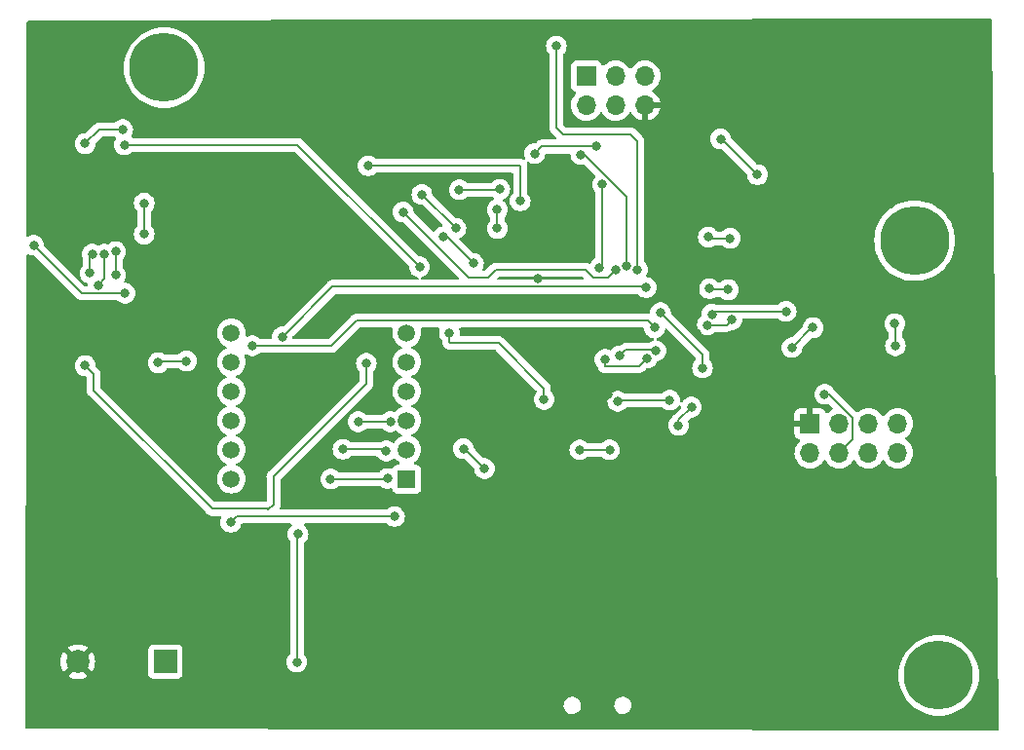
<source format=gbr>
%TF.GenerationSoftware,KiCad,Pcbnew,(7.0.0)*%
%TF.CreationDate,2023-04-20T13:48:57-06:00*%
%TF.ProjectId,Phase_B_ATMEGA_v3,50686173-655f-4425-9f41-544d4547415f,rev?*%
%TF.SameCoordinates,Original*%
%TF.FileFunction,Copper,L2,Bot*%
%TF.FilePolarity,Positive*%
%FSLAX46Y46*%
G04 Gerber Fmt 4.6, Leading zero omitted, Abs format (unit mm)*
G04 Created by KiCad (PCBNEW (7.0.0)) date 2023-04-20 13:48:57*
%MOMM*%
%LPD*%
G01*
G04 APERTURE LIST*
%TA.AperFunction,ComponentPad*%
%ADD10R,1.500000X1.500000*%
%TD*%
%TA.AperFunction,ComponentPad*%
%ADD11C,1.500000*%
%TD*%
%TA.AperFunction,ComponentPad*%
%ADD12C,6.000000*%
%TD*%
%TA.AperFunction,ComponentPad*%
%ADD13R,1.700000X1.700000*%
%TD*%
%TA.AperFunction,ComponentPad*%
%ADD14O,1.700000X1.700000*%
%TD*%
%TA.AperFunction,ComponentPad*%
%ADD15R,2.000000X2.000000*%
%TD*%
%TA.AperFunction,ComponentPad*%
%ADD16C,2.000000*%
%TD*%
%TA.AperFunction,ViaPad*%
%ADD17C,0.800000*%
%TD*%
%TA.AperFunction,Conductor*%
%ADD18C,0.203200*%
%TD*%
G04 APERTURE END LIST*
D10*
%TO.P,U1,1,e*%
%TO.N,Net-(U1-e)*%
X129539999Y-66039999D03*
D11*
%TO.P,U1,2,d*%
%TO.N,Net-(U1-d)*%
X129540000Y-63500000D03*
%TO.P,U1,3,DPX*%
%TO.N,Net-(U1-DPX)*%
X129540000Y-60960000D03*
%TO.P,U1,4,c*%
%TO.N,Net-(U1-c)*%
X129540000Y-58420000D03*
%TO.P,U1,5,g*%
%TO.N,Net-(U1-g)*%
X129540000Y-55880000D03*
%TO.P,U1,6,CA4*%
%TO.N,Dig4*%
X129540000Y-53340000D03*
%TO.P,U1,7,b*%
%TO.N,Net-(U1-b)*%
X114300000Y-53340000D03*
%TO.P,U1,8,CA3*%
%TO.N,Dig3*%
X114300000Y-55880000D03*
%TO.P,U1,9,CA2*%
%TO.N,Dig2*%
X114300000Y-58420000D03*
%TO.P,U1,10,f*%
%TO.N,Net-(U1-f)*%
X114300000Y-60960000D03*
%TO.P,U1,11,a*%
%TO.N,Net-(U1-a)*%
X114300000Y-63500000D03*
%TO.P,U1,12,CA1*%
%TO.N,Dig1*%
X114300000Y-66040000D03*
%TD*%
D12*
%TO.P,REF\u002A\u002A,1*%
%TO.N,N/C*%
X175768000Y-83108800D03*
%TD*%
%TO.P,REF\u002A\u002A,1*%
%TO.N,N/C*%
X173685200Y-45313600D03*
%TD*%
%TO.P,REF\u002A\u002A,1*%
%TO.N,N/C*%
X108458000Y-30276800D03*
%TD*%
D13*
%TO.P,J1,1,MISO*%
%TO.N,MISO*%
X145160999Y-30987999D03*
D14*
%TO.P,J1,2,VCC*%
%TO.N,+5V*%
X145160999Y-33527999D03*
%TO.P,J1,3,SCK*%
%TO.N,SCK*%
X147700999Y-30987999D03*
%TO.P,J1,4,MOSI*%
%TO.N,MOSI*%
X147700999Y-33527999D03*
%TO.P,J1,5,~{RST}*%
%TO.N,RST*%
X150240999Y-30987999D03*
%TO.P,J1,6,GND*%
%TO.N,GND*%
X150240999Y-33527999D03*
%TD*%
D15*
%TO.P,LS1,1,1*%
%TO.N,Buzzer*%
X108564999Y-81914999D03*
D16*
%TO.P,LS1,2,2*%
%TO.N,GND*%
X100965000Y-81915000D03*
%TD*%
D13*
%TO.P,J3,1,Pin_1*%
%TO.N,GND*%
X164591999Y-61213999D03*
D14*
%TO.P,J3,2,Pin_2*%
%TO.N,TX*%
X164591999Y-63753999D03*
%TO.P,J3,3,Pin_3*%
%TO.N,unconnected-(J3-Pin_3-Pad3)*%
X167131999Y-61213999D03*
%TO.P,J3,4,Pin_4*%
%TO.N,+3.3V*%
X167131999Y-63753999D03*
%TO.P,J3,5,Pin_5*%
%TO.N,Net-(J3-Pin_5)*%
X169671999Y-61213999D03*
%TO.P,J3,6,Pin_6*%
%TO.N,+3.3V*%
X169671999Y-63753999D03*
%TO.P,J3,7,Pin_7*%
%TO.N,RX*%
X172211999Y-61213999D03*
%TO.P,J3,8,Pin_8*%
%TO.N,+3.3V*%
X172211999Y-63753999D03*
%TD*%
D17*
%TO.N,GND*%
X142900400Y-45720000D03*
%TO.N,+5V*%
X147167600Y-63500000D03*
X132689600Y-45008800D03*
X105003600Y-36982400D03*
X160020000Y-39573200D03*
X155244800Y-56388000D03*
X130657600Y-47599600D03*
X145999200Y-37134800D03*
X151587200Y-51562000D03*
X144576800Y-63500000D03*
X156819600Y-36474400D03*
X154279600Y-59791600D03*
X136296400Y-65125600D03*
X140665200Y-37744400D03*
X153162000Y-61366400D03*
X134467600Y-63398400D03*
X135331200Y-47294800D03*
%TO.N,GND*%
X105664000Y-45618400D03*
X140919200Y-48615600D03*
X139242800Y-61366400D03*
X116586000Y-28295600D03*
X147015200Y-58724800D03*
X151079200Y-35712400D03*
X161594800Y-52628800D03*
X135839200Y-58775600D03*
X175869600Y-56388000D03*
X97434400Y-82042000D03*
X154940000Y-85344000D03*
X150825200Y-38201600D03*
X151739600Y-44196000D03*
X159207200Y-46482000D03*
X175564800Y-36779200D03*
X147777200Y-81534000D03*
X164338000Y-50749200D03*
X170637200Y-72491600D03*
X162661600Y-30276800D03*
X136398000Y-33832800D03*
X157226000Y-60452000D03*
X157226000Y-65328800D03*
X101498400Y-32613600D03*
X151434800Y-63550800D03*
X172313600Y-74015600D03*
X140919200Y-55067200D03*
X135788400Y-45872400D03*
X121818400Y-28295600D03*
X145864942Y-69535709D03*
X103022400Y-37338000D03*
X167335200Y-72440800D03*
X154736800Y-53390800D03*
X138074400Y-50444400D03*
X174752000Y-72034400D03*
X164490400Y-58521600D03*
%TO.N,XTAL1*%
X156057600Y-51714400D03*
X162509200Y-51460400D03*
%TO.N,XTAL2*%
X157808819Y-52161500D03*
X155663746Y-52633032D03*
%TO.N,/UCAP*%
X152400000Y-59182000D03*
X147878800Y-59283600D03*
%TO.N,+3.3V*%
X165862000Y-58674000D03*
%TO.N,MISO*%
X148082000Y-55321200D03*
X151194928Y-54887520D03*
X148652420Y-47477444D03*
X144678400Y-37835900D03*
%TO.N,SCK*%
X142544800Y-28397200D03*
X149578644Y-47853096D03*
%TO.N,MOSI*%
X146761200Y-55626000D03*
X150418800Y-55524400D03*
X146307022Y-47671872D03*
X146558000Y-40436800D03*
%TO.N,TX*%
X164846000Y-52882800D03*
X163017200Y-54610000D03*
X155854400Y-49479200D03*
X157480000Y-49580800D03*
%TO.N,RX*%
X155752800Y-45008800D03*
X172008800Y-54457600D03*
X157632400Y-45110400D03*
X171958000Y-52527200D03*
%TO.N,Buzzer*%
X134112000Y-40894000D03*
X119989600Y-81940400D03*
X137617200Y-40843200D03*
X120091200Y-70815200D03*
%TO.N,RED_LED*%
X137414000Y-42621200D03*
X137414000Y-44246800D03*
%TO.N,a*%
X97129600Y-45720000D03*
X105054400Y-49885600D03*
%TO.N,b*%
X106730800Y-42052300D03*
X106730800Y-44754800D03*
%TO.N,Net-(U1-b)*%
X110388400Y-55778400D03*
X107950000Y-55930800D03*
%TO.N,d*%
X102209600Y-46482000D03*
X102016500Y-48128787D03*
%TO.N,Net-(U1-d)*%
X124002800Y-63449200D03*
X127762000Y-63601600D03*
%TO.N,e*%
X102717600Y-49184500D03*
X103265865Y-46495472D03*
%TO.N,Net-(U1-e)*%
X122936000Y-66040000D03*
X127863600Y-65989200D03*
%TO.N,g*%
X104241600Y-46278800D03*
X104241600Y-48310800D03*
%TO.N,Net-(U1-g)*%
X126034800Y-55981600D03*
X101600000Y-56184800D03*
%TO.N,Net-(U1-DPX)*%
X128117600Y-61061600D03*
X125323600Y-61061600D03*
%TO.N,Dig3*%
X116128800Y-54457600D03*
X151079200Y-52882800D03*
%TO.N,Dig2*%
X118719600Y-53695600D03*
X150353900Y-49395459D03*
%TO.N,Dig1*%
X114249200Y-69799200D03*
X128473200Y-69291200D03*
%TO.N,SH_CP*%
X133248400Y-53340000D03*
X133807200Y-44246800D03*
X130860800Y-41300400D03*
X141474078Y-59105629D03*
%TO.N,ST_CP*%
X129235200Y-42824400D03*
X147726400Y-47853600D03*
%TO.N,DS*%
X139395200Y-41859200D03*
X104851200Y-35661600D03*
X126187200Y-38811200D03*
X101600000Y-36880800D03*
%TD*%
D18*
%TO.N,+5V*%
X156921200Y-36474400D02*
X156819600Y-36474400D01*
X141274800Y-37134800D02*
X145999200Y-37134800D01*
X153162000Y-61366400D02*
X153162000Y-60909200D01*
X132689600Y-45008800D02*
X133045200Y-45008800D01*
X134467600Y-63398400D02*
X134569200Y-63398400D01*
X147167600Y-63500000D02*
X144576800Y-63500000D01*
X160020000Y-39573200D02*
X156921200Y-36474400D01*
X134569200Y-63398400D02*
X136296400Y-65125600D01*
X120040400Y-36982400D02*
X130657600Y-47599600D01*
X151587200Y-51562000D02*
X155244800Y-55219600D01*
X105003600Y-36982400D02*
X120040400Y-36982400D01*
X153162000Y-60909200D02*
X154279600Y-59791600D01*
X133045200Y-45008800D02*
X135331200Y-47294800D01*
X140665200Y-37744400D02*
X141274800Y-37134800D01*
X155244800Y-55219600D02*
X155244800Y-56388000D01*
%TO.N,XTAL1*%
X156311600Y-51460400D02*
X156057600Y-51714400D01*
X162509200Y-51460400D02*
X156311600Y-51460400D01*
%TO.N,XTAL2*%
X157808819Y-52161500D02*
X157337287Y-52633032D01*
X157337287Y-52633032D02*
X155663746Y-52633032D01*
%TO.N,/UCAP*%
X152400000Y-59182000D02*
X147980400Y-59182000D01*
X147980400Y-59182000D02*
X147878800Y-59283600D01*
%TO.N,+3.3V*%
X166220609Y-58674000D02*
X168283600Y-60736991D01*
X168283600Y-62602400D02*
X167132000Y-63754000D01*
X168283600Y-60736991D02*
X168283600Y-62602400D01*
X165862000Y-58674000D02*
X166220609Y-58674000D01*
%TO.N,MISO*%
X148082000Y-55321200D02*
X148579900Y-54823300D01*
X148579900Y-54823300D02*
X151130708Y-54823300D01*
X148652420Y-47477444D02*
X148652420Y-41515220D01*
X151130708Y-54823300D02*
X151194928Y-54887520D01*
X148652420Y-41515220D02*
X144973100Y-37835900D01*
X144973100Y-37835900D02*
X144678400Y-37835900D01*
%TO.N,SCK*%
X143103600Y-36068000D02*
X148996400Y-36068000D01*
X142544800Y-28397200D02*
X142544800Y-35509200D01*
X149578644Y-36650244D02*
X149578644Y-47853096D01*
X142544800Y-35509200D02*
X143103600Y-36068000D01*
X148996400Y-36068000D02*
X149578644Y-36650244D01*
%TO.N,MOSI*%
X146761200Y-56235600D02*
X146761200Y-55626000D01*
X150418800Y-55524400D02*
X149707600Y-56235600D01*
X146558000Y-40436800D02*
X146558000Y-47420894D01*
X146558000Y-47420894D02*
X146307022Y-47671872D01*
X149707600Y-56235600D02*
X146761200Y-56235600D01*
%TO.N,TX*%
X163017200Y-54610000D02*
X164744400Y-52882800D01*
X157480000Y-49580800D02*
X155956000Y-49580800D01*
X155956000Y-49580800D02*
X155854400Y-49479200D01*
X164744400Y-52882800D02*
X164846000Y-52882800D01*
%TO.N,RX*%
X157632400Y-45110400D02*
X155854400Y-45110400D01*
X172008800Y-52578000D02*
X171958000Y-52527200D01*
X172008800Y-54457600D02*
X172008800Y-52578000D01*
X155854400Y-45110400D02*
X155752800Y-45008800D01*
%TO.N,Buzzer*%
X137566400Y-40894000D02*
X137617200Y-40843200D01*
X119989600Y-70916800D02*
X120091200Y-70815200D01*
X119989600Y-81940400D02*
X119989600Y-70916800D01*
X134112000Y-40894000D02*
X137566400Y-40894000D01*
%TO.N,RED_LED*%
X137414000Y-42621200D02*
X137414000Y-44246800D01*
%TO.N,a*%
X101295200Y-49885600D02*
X97129600Y-45720000D01*
X105054400Y-49885600D02*
X101295200Y-49885600D01*
%TO.N,b*%
X106730800Y-44754800D02*
X106730800Y-42052300D01*
%TO.N,Net-(U1-b)*%
X110388400Y-55778400D02*
X108102400Y-55778400D01*
X108102400Y-55778400D02*
X107950000Y-55930800D01*
%TO.N,d*%
X102209600Y-46482000D02*
X102016500Y-46675100D01*
X102016500Y-46675100D02*
X102016500Y-48128787D01*
%TO.N,Net-(U1-d)*%
X124002800Y-63449200D02*
X127609600Y-63449200D01*
X127609600Y-63449200D02*
X127762000Y-63601600D01*
%TO.N,e*%
X103265865Y-46495472D02*
X103265865Y-48636235D01*
X103265865Y-48636235D02*
X102717600Y-49184500D01*
%TO.N,Net-(U1-e)*%
X127812800Y-66040000D02*
X127863600Y-65989200D01*
X122936000Y-66040000D02*
X127812800Y-66040000D01*
%TO.N,g*%
X104241600Y-48310800D02*
X104241600Y-46278800D01*
%TO.N,Net-(U1-g)*%
X102346800Y-58354000D02*
X112623600Y-68630800D01*
X112623600Y-68630800D02*
X117449600Y-68630800D01*
X117957600Y-68224400D02*
X117957600Y-65836800D01*
X102346800Y-56931600D02*
X102346800Y-58354000D01*
X117957600Y-65836800D02*
X126034800Y-57759600D01*
X117449600Y-68630800D02*
X117500400Y-68681600D01*
X126034800Y-57759600D02*
X126034800Y-55981600D01*
X117500400Y-68681600D02*
X117957600Y-68224400D01*
X101600000Y-56184800D02*
X102346800Y-56931600D01*
%TO.N,Net-(U1-DPX)*%
X125323600Y-61061600D02*
X128117600Y-61061600D01*
%TO.N,Dig3*%
X116150326Y-54479126D02*
X122957526Y-54479126D01*
X151079200Y-52882800D02*
X150469600Y-52273200D01*
X150469600Y-52273200D02*
X125163452Y-52273200D01*
X116128800Y-54457600D02*
X116150326Y-54479126D01*
X125163452Y-52273200D02*
X122957526Y-54479126D01*
%TO.N,Dig2*%
X150285241Y-49326800D02*
X150353900Y-49395459D01*
X118719600Y-53695600D02*
X123088400Y-49326800D01*
X123088400Y-49326800D02*
X150285241Y-49326800D01*
%TO.N,Dig1*%
X114757200Y-69291200D02*
X114249200Y-69799200D01*
X128473200Y-69291200D02*
X114757200Y-69291200D01*
%TO.N,SH_CP*%
X133807200Y-44246800D02*
X130860800Y-41300400D01*
X137515600Y-54203600D02*
X141474078Y-58162078D01*
X133248400Y-53340000D02*
X133248400Y-54152800D01*
X141474078Y-58162078D02*
X141474078Y-59105629D01*
X133248400Y-54152800D02*
X133299200Y-54203600D01*
X133299200Y-54203600D02*
X137515600Y-54203600D01*
%TO.N,ST_CP*%
X145094400Y-47863200D02*
X145745200Y-48514000D01*
X147066000Y-48514000D02*
X147726400Y-47853600D01*
X137252000Y-47863200D02*
X145094400Y-47863200D01*
X136601200Y-48514000D02*
X137252000Y-47863200D01*
X134924800Y-48514000D02*
X136601200Y-48514000D01*
X145745200Y-48514000D02*
X147066000Y-48514000D01*
X129235200Y-42824400D02*
X134924800Y-48514000D01*
%TO.N,DS*%
X102819200Y-35661600D02*
X101600000Y-36880800D01*
X139395200Y-41859200D02*
X139395200Y-38811200D01*
X104851200Y-35661600D02*
X103632000Y-35661600D01*
X139395200Y-38811200D02*
X126187200Y-38811200D01*
X103632000Y-35661600D02*
X102819200Y-35661600D01*
%TD*%
%TA.AperFunction,Conductor*%
%TO.N,GND*%
G36*
X144841093Y-48474739D02*
G01*
X144881321Y-48501619D01*
X144892721Y-48513019D01*
X144922971Y-48562382D01*
X144927513Y-48620098D01*
X144905358Y-48673585D01*
X144861335Y-48711185D01*
X144805040Y-48724700D01*
X137541360Y-48724700D01*
X137485065Y-48711185D01*
X137441042Y-48673585D01*
X137418887Y-48620098D01*
X137423429Y-48562382D01*
X137453679Y-48513019D01*
X137465079Y-48501619D01*
X137505307Y-48474739D01*
X137552760Y-48465300D01*
X144793640Y-48465300D01*
X144841093Y-48474739D01*
G37*
%TD.AperFunction*%
%TA.AperFunction,Conductor*%
G36*
X180329419Y-26026225D02*
G01*
X180374878Y-26071167D01*
X180391911Y-26132779D01*
X180948468Y-87809379D01*
X180932182Y-87871937D01*
X180886624Y-87917798D01*
X180824175Y-87934498D01*
X96542306Y-87731897D01*
X96480373Y-87715150D01*
X96435099Y-87669693D01*
X96418604Y-87607694D01*
X96421661Y-85756435D01*
X143170669Y-85756435D01*
X143201135Y-85929211D01*
X143270623Y-86090304D01*
X143274936Y-86096097D01*
X143274937Y-86096099D01*
X143320620Y-86157462D01*
X143375390Y-86231030D01*
X143509786Y-86343802D01*
X143666567Y-86422540D01*
X143837279Y-86463000D01*
X143965111Y-86463000D01*
X143968709Y-86463000D01*
X144099255Y-86447741D01*
X144264117Y-86387737D01*
X144410696Y-86291330D01*
X144531092Y-86163718D01*
X144618812Y-86011781D01*
X144669130Y-85843710D01*
X144674213Y-85756435D01*
X147570669Y-85756435D01*
X147601135Y-85929211D01*
X147670623Y-86090304D01*
X147674936Y-86096097D01*
X147674937Y-86096099D01*
X147720620Y-86157462D01*
X147775390Y-86231030D01*
X147909786Y-86343802D01*
X148066567Y-86422540D01*
X148237279Y-86463000D01*
X148365111Y-86463000D01*
X148368709Y-86463000D01*
X148499255Y-86447741D01*
X148664117Y-86387737D01*
X148810696Y-86291330D01*
X148931092Y-86163718D01*
X149018812Y-86011781D01*
X149069130Y-85843710D01*
X149079331Y-85668565D01*
X149048865Y-85495789D01*
X148979377Y-85334696D01*
X148874610Y-85193970D01*
X148802747Y-85133670D01*
X148745745Y-85085839D01*
X148745744Y-85085838D01*
X148740214Y-85081198D01*
X148647810Y-85034791D01*
X148589883Y-85005699D01*
X148589880Y-85005698D01*
X148583433Y-85002460D01*
X148576407Y-85000794D01*
X148576405Y-85000794D01*
X148419749Y-84963665D01*
X148419743Y-84963664D01*
X148412721Y-84962000D01*
X148281291Y-84962000D01*
X148277725Y-84962416D01*
X148277721Y-84962417D01*
X148157915Y-84976420D01*
X148157907Y-84976421D01*
X148150745Y-84977259D01*
X148143967Y-84979725D01*
X148143958Y-84979728D01*
X147992674Y-85034791D01*
X147992671Y-85034792D01*
X147985883Y-85037263D01*
X147979850Y-85041230D01*
X147979842Y-85041235D01*
X147845340Y-85129699D01*
X147845334Y-85129703D01*
X147839304Y-85133670D01*
X147834351Y-85138919D01*
X147834346Y-85138924D01*
X147723865Y-85256027D01*
X147723861Y-85256031D01*
X147718908Y-85261282D01*
X147715299Y-85267532D01*
X147715296Y-85267537D01*
X147634799Y-85406963D01*
X147634796Y-85406968D01*
X147631188Y-85413219D01*
X147629117Y-85420134D01*
X147629117Y-85420136D01*
X147582941Y-85574369D01*
X147582939Y-85574377D01*
X147580870Y-85581290D01*
X147580450Y-85588496D01*
X147580449Y-85588504D01*
X147571088Y-85749225D01*
X147571088Y-85749233D01*
X147570669Y-85756435D01*
X144674213Y-85756435D01*
X144679331Y-85668565D01*
X144648865Y-85495789D01*
X144579377Y-85334696D01*
X144474610Y-85193970D01*
X144402747Y-85133670D01*
X144345745Y-85085839D01*
X144345744Y-85085838D01*
X144340214Y-85081198D01*
X144247810Y-85034791D01*
X144189883Y-85005699D01*
X144189880Y-85005698D01*
X144183433Y-85002460D01*
X144176407Y-85000794D01*
X144176405Y-85000794D01*
X144019749Y-84963665D01*
X144019743Y-84963664D01*
X144012721Y-84962000D01*
X143881291Y-84962000D01*
X143877725Y-84962416D01*
X143877721Y-84962417D01*
X143757915Y-84976420D01*
X143757907Y-84976421D01*
X143750745Y-84977259D01*
X143743967Y-84979725D01*
X143743958Y-84979728D01*
X143592674Y-85034791D01*
X143592671Y-85034792D01*
X143585883Y-85037263D01*
X143579850Y-85041230D01*
X143579842Y-85041235D01*
X143445340Y-85129699D01*
X143445334Y-85129703D01*
X143439304Y-85133670D01*
X143434351Y-85138919D01*
X143434346Y-85138924D01*
X143323865Y-85256027D01*
X143323861Y-85256031D01*
X143318908Y-85261282D01*
X143315299Y-85267532D01*
X143315296Y-85267537D01*
X143234799Y-85406963D01*
X143234796Y-85406968D01*
X143231188Y-85413219D01*
X143229117Y-85420134D01*
X143229117Y-85420136D01*
X143182941Y-85574369D01*
X143182939Y-85574377D01*
X143180870Y-85581290D01*
X143180450Y-85588496D01*
X143180449Y-85588504D01*
X143171088Y-85749225D01*
X143171088Y-85749233D01*
X143170669Y-85756435D01*
X96421661Y-85756435D01*
X96425985Y-83138248D01*
X100100749Y-83138248D01*
X100108855Y-83149439D01*
X100137717Y-83171903D01*
X100146279Y-83177496D01*
X100355885Y-83290929D01*
X100365239Y-83295032D01*
X100590656Y-83372417D01*
X100600568Y-83374928D01*
X100835643Y-83414155D01*
X100845839Y-83415000D01*
X101084161Y-83415000D01*
X101094356Y-83414155D01*
X101329431Y-83374928D01*
X101339343Y-83372417D01*
X101564760Y-83295032D01*
X101574114Y-83290929D01*
X101783723Y-83177495D01*
X101792281Y-83171903D01*
X101821146Y-83149437D01*
X101829250Y-83138250D01*
X101822589Y-83126142D01*
X101656025Y-82959578D01*
X107064500Y-82959578D01*
X107064501Y-82962872D01*
X107064853Y-82966150D01*
X107064854Y-82966161D01*
X107070079Y-83014768D01*
X107070080Y-83014773D01*
X107070909Y-83022483D01*
X107073619Y-83029749D01*
X107073620Y-83029753D01*
X107101893Y-83105556D01*
X107121204Y-83157331D01*
X107126518Y-83164430D01*
X107126519Y-83164431D01*
X107136299Y-83177496D01*
X107207454Y-83272546D01*
X107322669Y-83358796D01*
X107457517Y-83409091D01*
X107517127Y-83415500D01*
X109612872Y-83415499D01*
X109672483Y-83409091D01*
X109807331Y-83358796D01*
X109922546Y-83272546D01*
X110008796Y-83157331D01*
X110026897Y-83108800D01*
X172262696Y-83108800D01*
X172262866Y-83112044D01*
X172278750Y-83415145D01*
X172281898Y-83475204D01*
X172282403Y-83478397D01*
X172282405Y-83478409D01*
X172338785Y-83834376D01*
X172339295Y-83837594D01*
X172340133Y-83840723D01*
X172340136Y-83840735D01*
X172433415Y-84188856D01*
X172433419Y-84188870D01*
X172434258Y-84191999D01*
X172435421Y-84195028D01*
X172435425Y-84195041D01*
X172564584Y-84531512D01*
X172565745Y-84534536D01*
X172732318Y-84861452D01*
X172932149Y-85169166D01*
X173163051Y-85454306D01*
X173422494Y-85713749D01*
X173707634Y-85944651D01*
X174015348Y-86144482D01*
X174342264Y-86311055D01*
X174684801Y-86442542D01*
X174687941Y-86443383D01*
X174687943Y-86443384D01*
X174704204Y-86447741D01*
X175039206Y-86537505D01*
X175401596Y-86594902D01*
X175768000Y-86614104D01*
X176134404Y-86594902D01*
X176496794Y-86537505D01*
X176851199Y-86442542D01*
X177193736Y-86311055D01*
X177520652Y-86144482D01*
X177828366Y-85944651D01*
X178113506Y-85713749D01*
X178372949Y-85454306D01*
X178603851Y-85169166D01*
X178803682Y-84861452D01*
X178970255Y-84534536D01*
X179101742Y-84191999D01*
X179196705Y-83837594D01*
X179254102Y-83475204D01*
X179273304Y-83108800D01*
X179254102Y-82742396D01*
X179196705Y-82380006D01*
X179101742Y-82025601D01*
X178970255Y-81683064D01*
X178803682Y-81356148D01*
X178603851Y-81048434D01*
X178372949Y-80763294D01*
X178113506Y-80503851D01*
X177828366Y-80272949D01*
X177520652Y-80073118D01*
X177517764Y-80071646D01*
X177517758Y-80071643D01*
X177196617Y-79908013D01*
X177193736Y-79906545D01*
X177190715Y-79905385D01*
X177190712Y-79905384D01*
X176854241Y-79776225D01*
X176854228Y-79776221D01*
X176851199Y-79775058D01*
X176848070Y-79774219D01*
X176848056Y-79774215D01*
X176499935Y-79680936D01*
X176499923Y-79680933D01*
X176496794Y-79680095D01*
X176493581Y-79679586D01*
X176493576Y-79679585D01*
X176137609Y-79623205D01*
X176137597Y-79623203D01*
X176134404Y-79622698D01*
X176131171Y-79622528D01*
X176131166Y-79622528D01*
X175771244Y-79603666D01*
X175768000Y-79603496D01*
X175764756Y-79603666D01*
X175404833Y-79622528D01*
X175404826Y-79622528D01*
X175401596Y-79622698D01*
X175398404Y-79623203D01*
X175398390Y-79623205D01*
X175042423Y-79679585D01*
X175042414Y-79679586D01*
X175039206Y-79680095D01*
X175036080Y-79680932D01*
X175036064Y-79680936D01*
X174687943Y-79774215D01*
X174687923Y-79774221D01*
X174684801Y-79775058D01*
X174681776Y-79776218D01*
X174681758Y-79776225D01*
X174345287Y-79905384D01*
X174345277Y-79905388D01*
X174342264Y-79906545D01*
X174339389Y-79908009D01*
X174339382Y-79908013D01*
X174018241Y-80071643D01*
X174018227Y-80071650D01*
X174015348Y-80073118D01*
X174012628Y-80074884D01*
X174012620Y-80074889D01*
X173710362Y-80271177D01*
X173710356Y-80271180D01*
X173707634Y-80272949D01*
X173705114Y-80274989D01*
X173705108Y-80274994D01*
X173425012Y-80501811D01*
X173425001Y-80501820D01*
X173422494Y-80503851D01*
X173420209Y-80506135D01*
X173420199Y-80506145D01*
X173165345Y-80760999D01*
X173165335Y-80761009D01*
X173163051Y-80763294D01*
X173161020Y-80765801D01*
X173161011Y-80765812D01*
X172934194Y-81045908D01*
X172934189Y-81045914D01*
X172932149Y-81048434D01*
X172930380Y-81051156D01*
X172930377Y-81051162D01*
X172734089Y-81353420D01*
X172734084Y-81353428D01*
X172732318Y-81356148D01*
X172730850Y-81359027D01*
X172730843Y-81359041D01*
X172630198Y-81556568D01*
X172565745Y-81683064D01*
X172564588Y-81686077D01*
X172564584Y-81686087D01*
X172435425Y-82022558D01*
X172435418Y-82022576D01*
X172434258Y-82025601D01*
X172433421Y-82028723D01*
X172433415Y-82028743D01*
X172340136Y-82376864D01*
X172340132Y-82376880D01*
X172339295Y-82380006D01*
X172338786Y-82383214D01*
X172338785Y-82383223D01*
X172282405Y-82739190D01*
X172282403Y-82739204D01*
X172281898Y-82742396D01*
X172281728Y-82745626D01*
X172281728Y-82745633D01*
X172266839Y-83029752D01*
X172262696Y-83108800D01*
X110026897Y-83108800D01*
X110059091Y-83022483D01*
X110065500Y-82962873D01*
X110065499Y-80867128D01*
X110059091Y-80807517D01*
X110008796Y-80672669D01*
X109922546Y-80557454D01*
X109807331Y-80471204D01*
X109672483Y-80420909D01*
X109664770Y-80420079D01*
X109664767Y-80420079D01*
X109616180Y-80414855D01*
X109616169Y-80414854D01*
X109612873Y-80414500D01*
X109609550Y-80414500D01*
X107520439Y-80414500D01*
X107520420Y-80414500D01*
X107517128Y-80414501D01*
X107513850Y-80414853D01*
X107513838Y-80414854D01*
X107465231Y-80420079D01*
X107465225Y-80420080D01*
X107457517Y-80420909D01*
X107450252Y-80423618D01*
X107450246Y-80423620D01*
X107330980Y-80468104D01*
X107330978Y-80468104D01*
X107322669Y-80471204D01*
X107315572Y-80476516D01*
X107315568Y-80476519D01*
X107214550Y-80552141D01*
X107214546Y-80552144D01*
X107207454Y-80557454D01*
X107202144Y-80564546D01*
X107202141Y-80564550D01*
X107126519Y-80665568D01*
X107126516Y-80665572D01*
X107121204Y-80672669D01*
X107118104Y-80680978D01*
X107118104Y-80680980D01*
X107073620Y-80800247D01*
X107073619Y-80800250D01*
X107070909Y-80807517D01*
X107070079Y-80815227D01*
X107070079Y-80815232D01*
X107064855Y-80863819D01*
X107064854Y-80863831D01*
X107064500Y-80867127D01*
X107064500Y-80870448D01*
X107064500Y-80870449D01*
X107064500Y-82959560D01*
X107064500Y-82959578D01*
X101656025Y-82959578D01*
X100976542Y-82280095D01*
X100965000Y-82273431D01*
X100953457Y-82280095D01*
X100107408Y-83126143D01*
X100100749Y-83138248D01*
X96425985Y-83138248D01*
X96427997Y-81920117D01*
X99460283Y-81920117D01*
X99479962Y-82157618D01*
X99481646Y-82167712D01*
X99540153Y-82398747D01*
X99543472Y-82408414D01*
X99639208Y-82626673D01*
X99644070Y-82635656D01*
X99733999Y-82773304D01*
X99741963Y-82781024D01*
X99751345Y-82775100D01*
X100599904Y-81926542D01*
X100606568Y-81915000D01*
X101323431Y-81915000D01*
X101330095Y-81926542D01*
X102178653Y-82775100D01*
X102188034Y-82781024D01*
X102196002Y-82773299D01*
X102285924Y-82635664D01*
X102290792Y-82626669D01*
X102386527Y-82408414D01*
X102389846Y-82398747D01*
X102448353Y-82167712D01*
X102450037Y-82157618D01*
X102469717Y-81920117D01*
X102469717Y-81909883D01*
X102450037Y-81672381D01*
X102448353Y-81662287D01*
X102389846Y-81431252D01*
X102386527Y-81421585D01*
X102290792Y-81203330D01*
X102285924Y-81194335D01*
X102196002Y-81056699D01*
X102188034Y-81048974D01*
X102178653Y-81054898D01*
X101330095Y-81903457D01*
X101323431Y-81915000D01*
X100606568Y-81915000D01*
X100599904Y-81903457D01*
X99751345Y-81054898D01*
X99741964Y-81048974D01*
X99733997Y-81056699D01*
X99644072Y-81194338D01*
X99639207Y-81203328D01*
X99543472Y-81421585D01*
X99540153Y-81431252D01*
X99481646Y-81662287D01*
X99479962Y-81672381D01*
X99460283Y-81909883D01*
X99460283Y-81920117D01*
X96427997Y-81920117D01*
X96430026Y-80691749D01*
X100100748Y-80691749D01*
X100107408Y-80703855D01*
X100953457Y-81549904D01*
X100965000Y-81556568D01*
X100976542Y-81549904D01*
X101822590Y-80703855D01*
X101829250Y-80691749D01*
X101821143Y-80680559D01*
X101792286Y-80658099D01*
X101783719Y-80652503D01*
X101574114Y-80539070D01*
X101564760Y-80534967D01*
X101339343Y-80457582D01*
X101329431Y-80455071D01*
X101094356Y-80415844D01*
X101084161Y-80415000D01*
X100845839Y-80415000D01*
X100835643Y-80415844D01*
X100600568Y-80455071D01*
X100590656Y-80457582D01*
X100365239Y-80534967D01*
X100355885Y-80539070D01*
X100146276Y-80652504D01*
X100137717Y-80658096D01*
X100108854Y-80680560D01*
X100100748Y-80691749D01*
X96430026Y-80691749D01*
X96470500Y-56184800D01*
X100694540Y-56184800D01*
X100695219Y-56191260D01*
X100713646Y-56366595D01*
X100713647Y-56366603D01*
X100714326Y-56373056D01*
X100716331Y-56379228D01*
X100716333Y-56379235D01*
X100766539Y-56533750D01*
X100772821Y-56553084D01*
X100776068Y-56558708D01*
X100776069Y-56558710D01*
X100864068Y-56711130D01*
X100867467Y-56717016D01*
X100871811Y-56721841D01*
X100871813Y-56721843D01*
X100969151Y-56829947D01*
X100994129Y-56857688D01*
X101147270Y-56968951D01*
X101320197Y-57045944D01*
X101505354Y-57085300D01*
X101597640Y-57085300D01*
X101645093Y-57094739D01*
X101685321Y-57121619D01*
X101708381Y-57144679D01*
X101735261Y-57184907D01*
X101744700Y-57232360D01*
X101744700Y-58306421D01*
X101743639Y-58322604D01*
X101739506Y-58354000D01*
X101740567Y-58362060D01*
X101744700Y-58393455D01*
X101744700Y-58393460D01*
X101751596Y-58445839D01*
X101751596Y-58445840D01*
X101759136Y-58503120D01*
X101759137Y-58503126D01*
X101760198Y-58511180D01*
X101763307Y-58518686D01*
X101763308Y-58518689D01*
X101815610Y-58644956D01*
X101820867Y-58657647D01*
X101825814Y-58664094D01*
X101893149Y-58751847D01*
X101891466Y-58753138D01*
X101891467Y-58753140D01*
X101893151Y-58751849D01*
X101917378Y-58783422D01*
X101923820Y-58788365D01*
X101942508Y-58802705D01*
X101954702Y-58813400D01*
X112164199Y-69022897D01*
X112174893Y-69035091D01*
X112189229Y-69053773D01*
X112194178Y-69060222D01*
X112225750Y-69084448D01*
X112225753Y-69084451D01*
X112290353Y-69134020D01*
X112313505Y-69151786D01*
X112313508Y-69151788D01*
X112319953Y-69156733D01*
X112466420Y-69217402D01*
X112584140Y-69232900D01*
X112584145Y-69232900D01*
X112623600Y-69238094D01*
X112631659Y-69237033D01*
X112631661Y-69237033D01*
X112654996Y-69233961D01*
X112671180Y-69232900D01*
X113321571Y-69232900D01*
X113383570Y-69249512D01*
X113428957Y-69294899D01*
X113445571Y-69356897D01*
X113428959Y-69418897D01*
X113422021Y-69430916D01*
X113420015Y-69437088D01*
X113420013Y-69437094D01*
X113365533Y-69604764D01*
X113365531Y-69604773D01*
X113363526Y-69610944D01*
X113362848Y-69617394D01*
X113362846Y-69617404D01*
X113345162Y-69785664D01*
X113343740Y-69799200D01*
X113344419Y-69805660D01*
X113362846Y-69980995D01*
X113362847Y-69981003D01*
X113363526Y-69987456D01*
X113365531Y-69993628D01*
X113365533Y-69993635D01*
X113417541Y-70153696D01*
X113422021Y-70167484D01*
X113516667Y-70331416D01*
X113643329Y-70472088D01*
X113796470Y-70583351D01*
X113969397Y-70660344D01*
X114154554Y-70699700D01*
X114337343Y-70699700D01*
X114343846Y-70699700D01*
X114529003Y-70660344D01*
X114701930Y-70583351D01*
X114855071Y-70472088D01*
X114981733Y-70331416D01*
X115076379Y-70167484D01*
X115134874Y-69987456D01*
X115135166Y-69987551D01*
X115156891Y-69940959D01*
X115200247Y-69905850D01*
X115254606Y-69893300D01*
X119446433Y-69893300D01*
X119506171Y-69908638D01*
X119551130Y-69950858D01*
X119570188Y-70009515D01*
X119558631Y-70070097D01*
X119519318Y-70117617D01*
X119504400Y-70128455D01*
X119490586Y-70138492D01*
X119490582Y-70138495D01*
X119485329Y-70142312D01*
X119480984Y-70147137D01*
X119480979Y-70147142D01*
X119363013Y-70278156D01*
X119363008Y-70278162D01*
X119358667Y-70282984D01*
X119355422Y-70288604D01*
X119355418Y-70288610D01*
X119267269Y-70441289D01*
X119267266Y-70441294D01*
X119264021Y-70446916D01*
X119262015Y-70453088D01*
X119262013Y-70453094D01*
X119207533Y-70620764D01*
X119207531Y-70620773D01*
X119205526Y-70626944D01*
X119204848Y-70633394D01*
X119204846Y-70633404D01*
X119198021Y-70698347D01*
X119185740Y-70815200D01*
X119186419Y-70821660D01*
X119204846Y-70996995D01*
X119204847Y-70997003D01*
X119205526Y-71003456D01*
X119207531Y-71009628D01*
X119207533Y-71009635D01*
X119262013Y-71177305D01*
X119264021Y-71183484D01*
X119358667Y-71347416D01*
X119363013Y-71352243D01*
X119363819Y-71353352D01*
X119381431Y-71387919D01*
X119387500Y-71426236D01*
X119387500Y-81215725D01*
X119379264Y-81260163D01*
X119355650Y-81298697D01*
X119261413Y-81403356D01*
X119261408Y-81403362D01*
X119257067Y-81408184D01*
X119253822Y-81413804D01*
X119253818Y-81413810D01*
X119165669Y-81566489D01*
X119165666Y-81566494D01*
X119162421Y-81572116D01*
X119160415Y-81578288D01*
X119160413Y-81578294D01*
X119105933Y-81745964D01*
X119105931Y-81745973D01*
X119103926Y-81752144D01*
X119103248Y-81758594D01*
X119103246Y-81758604D01*
X119088023Y-81903457D01*
X119084140Y-81940400D01*
X119084819Y-81946860D01*
X119103246Y-82122195D01*
X119103247Y-82122203D01*
X119103926Y-82128656D01*
X119105931Y-82134828D01*
X119105933Y-82134835D01*
X119160413Y-82302505D01*
X119162421Y-82308684D01*
X119165668Y-82314308D01*
X119165669Y-82314310D01*
X119203598Y-82380006D01*
X119257067Y-82472616D01*
X119383729Y-82613288D01*
X119536870Y-82724551D01*
X119709797Y-82801544D01*
X119894954Y-82840900D01*
X120077743Y-82840900D01*
X120084246Y-82840900D01*
X120269403Y-82801544D01*
X120442330Y-82724551D01*
X120595471Y-82613288D01*
X120722133Y-82472616D01*
X120816779Y-82308684D01*
X120875274Y-82128656D01*
X120895060Y-81940400D01*
X120875274Y-81752144D01*
X120816779Y-81572116D01*
X120722133Y-81408184D01*
X120623549Y-81298696D01*
X120599936Y-81260163D01*
X120591700Y-81215725D01*
X120591700Y-71627825D01*
X120605215Y-71571530D01*
X120642815Y-71527507D01*
X120697071Y-71488088D01*
X120823733Y-71347416D01*
X120918379Y-71183484D01*
X120976874Y-71003456D01*
X120996660Y-70815200D01*
X120984379Y-70698347D01*
X120977553Y-70633404D01*
X120977552Y-70633403D01*
X120976874Y-70626944D01*
X120918379Y-70446916D01*
X120823733Y-70282984D01*
X120697071Y-70142312D01*
X120663081Y-70117617D01*
X120623769Y-70070097D01*
X120612212Y-70009515D01*
X120631270Y-69950858D01*
X120676229Y-69908638D01*
X120735967Y-69893300D01*
X127748383Y-69893300D01*
X127798818Y-69904020D01*
X127840532Y-69934327D01*
X127867329Y-69964088D01*
X127872587Y-69967908D01*
X127872588Y-69967909D01*
X127899492Y-69987456D01*
X128020470Y-70075351D01*
X128193397Y-70152344D01*
X128378554Y-70191700D01*
X128561343Y-70191700D01*
X128567846Y-70191700D01*
X128753003Y-70152344D01*
X128925930Y-70075351D01*
X129079071Y-69964088D01*
X129205733Y-69823416D01*
X129300379Y-69659484D01*
X129358874Y-69479456D01*
X129378660Y-69291200D01*
X129358874Y-69102944D01*
X129300379Y-68922916D01*
X129205733Y-68758984D01*
X129111044Y-68653822D01*
X129083420Y-68623142D01*
X129083419Y-68623141D01*
X129079071Y-68618312D01*
X129073813Y-68614492D01*
X129073811Y-68614490D01*
X128931188Y-68510869D01*
X128931187Y-68510868D01*
X128925930Y-68507049D01*
X128876745Y-68485150D01*
X128758945Y-68432701D01*
X128758940Y-68432699D01*
X128753003Y-68430056D01*
X128746644Y-68428704D01*
X128746640Y-68428703D01*
X128574208Y-68392052D01*
X128574205Y-68392051D01*
X128567846Y-68390700D01*
X128378554Y-68390700D01*
X128372195Y-68392051D01*
X128372191Y-68392052D01*
X128199759Y-68428703D01*
X128199752Y-68428705D01*
X128193397Y-68430056D01*
X128187462Y-68432698D01*
X128187454Y-68432701D01*
X128026407Y-68504405D01*
X128026402Y-68504407D01*
X128020470Y-68507049D01*
X128015216Y-68510865D01*
X128015211Y-68510869D01*
X127872588Y-68614490D01*
X127872581Y-68614495D01*
X127867329Y-68618312D01*
X127862984Y-68623137D01*
X127862979Y-68623142D01*
X127840533Y-68648072D01*
X127798818Y-68678380D01*
X127748383Y-68689100D01*
X118602402Y-68689100D01*
X118543949Y-68674458D01*
X118499300Y-68633991D01*
X118478999Y-68577255D01*
X118487840Y-68517649D01*
X118492231Y-68507049D01*
X118501302Y-68485148D01*
X118544202Y-68381580D01*
X118559700Y-68263860D01*
X118559700Y-68263853D01*
X118564894Y-68224400D01*
X118560761Y-68193004D01*
X118559700Y-68176820D01*
X118559700Y-66137560D01*
X118569139Y-66090107D01*
X118596019Y-66049879D01*
X120553570Y-64092328D01*
X126426907Y-58218989D01*
X126439091Y-58208304D01*
X126464222Y-58189022D01*
X126488445Y-58157452D01*
X126488449Y-58157447D01*
X126488452Y-58157446D01*
X126560733Y-58063247D01*
X126621402Y-57916780D01*
X126642095Y-57759600D01*
X126637960Y-57728196D01*
X126636900Y-57712014D01*
X126636900Y-56706275D01*
X126645136Y-56661837D01*
X126668750Y-56623303D01*
X126682971Y-56607509D01*
X126767333Y-56513816D01*
X126861979Y-56349884D01*
X126920474Y-56169856D01*
X126940260Y-55981600D01*
X126920474Y-55793344D01*
X126861979Y-55613316D01*
X126767333Y-55449384D01*
X126640671Y-55308712D01*
X126635413Y-55304892D01*
X126635411Y-55304890D01*
X126492788Y-55201269D01*
X126492787Y-55201268D01*
X126487530Y-55197449D01*
X126481592Y-55194805D01*
X126320545Y-55123101D01*
X126320540Y-55123099D01*
X126314603Y-55120456D01*
X126308244Y-55119104D01*
X126308240Y-55119103D01*
X126135808Y-55082452D01*
X126135805Y-55082451D01*
X126129446Y-55081100D01*
X125940154Y-55081100D01*
X125933795Y-55082451D01*
X125933791Y-55082452D01*
X125761359Y-55119103D01*
X125761352Y-55119105D01*
X125754997Y-55120456D01*
X125749062Y-55123098D01*
X125749054Y-55123101D01*
X125588007Y-55194805D01*
X125588002Y-55194807D01*
X125582070Y-55197449D01*
X125576816Y-55201265D01*
X125576811Y-55201269D01*
X125434188Y-55304890D01*
X125434181Y-55304895D01*
X125428929Y-55308712D01*
X125424584Y-55313537D01*
X125424579Y-55313542D01*
X125306613Y-55444556D01*
X125306608Y-55444562D01*
X125302267Y-55449384D01*
X125299022Y-55455004D01*
X125299018Y-55455010D01*
X125210869Y-55607689D01*
X125210866Y-55607694D01*
X125207621Y-55613316D01*
X125205615Y-55619488D01*
X125205613Y-55619494D01*
X125151133Y-55787164D01*
X125151131Y-55787173D01*
X125149126Y-55793344D01*
X125148448Y-55799794D01*
X125148446Y-55799804D01*
X125135358Y-55924340D01*
X125129340Y-55981600D01*
X125130019Y-55988060D01*
X125148446Y-56163395D01*
X125148447Y-56163403D01*
X125149126Y-56169856D01*
X125151131Y-56176028D01*
X125151133Y-56176035D01*
X125196038Y-56314236D01*
X125207621Y-56349884D01*
X125210868Y-56355508D01*
X125210869Y-56355510D01*
X125298700Y-56507639D01*
X125302267Y-56513816D01*
X125306611Y-56518641D01*
X125306613Y-56518643D01*
X125337624Y-56553084D01*
X125378838Y-56598857D01*
X125400850Y-56623303D01*
X125424464Y-56661837D01*
X125432700Y-56706275D01*
X125432700Y-57458840D01*
X125423261Y-57506293D01*
X125396381Y-57546521D01*
X117565495Y-65377405D01*
X117553308Y-65388093D01*
X117528178Y-65407378D01*
X117523233Y-65413821D01*
X117523230Y-65413825D01*
X117503951Y-65438950D01*
X117503948Y-65438952D01*
X117503949Y-65438953D01*
X117461799Y-65493884D01*
X117436614Y-65526705D01*
X117436611Y-65526708D01*
X117431667Y-65533153D01*
X117428558Y-65540657D01*
X117428557Y-65540660D01*
X117374108Y-65672110D01*
X117374106Y-65672115D01*
X117370998Y-65679620D01*
X117369938Y-65687671D01*
X117369936Y-65687679D01*
X117355985Y-65793657D01*
X117355500Y-65797340D01*
X117355500Y-65797345D01*
X117350306Y-65836800D01*
X117351367Y-65844859D01*
X117351367Y-65844861D01*
X117354439Y-65868196D01*
X117355500Y-65884380D01*
X117355500Y-67904700D01*
X117338887Y-67966700D01*
X117293500Y-68012087D01*
X117231500Y-68028700D01*
X112924360Y-68028700D01*
X112876907Y-68019261D01*
X112836679Y-67992381D01*
X102985219Y-58140921D01*
X102958339Y-58100693D01*
X102948900Y-58053240D01*
X102948900Y-56979186D01*
X102949961Y-56963001D01*
X102953034Y-56939659D01*
X102954095Y-56931600D01*
X102933402Y-56774420D01*
X102893276Y-56677547D01*
X102875845Y-56635463D01*
X102875843Y-56635461D01*
X102872734Y-56627953D01*
X102800452Y-56533754D01*
X102800448Y-56533750D01*
X102776222Y-56502178D01*
X102751095Y-56482897D01*
X102738901Y-56472203D01*
X102541099Y-56274401D01*
X102514217Y-56234169D01*
X102505093Y-56188287D01*
X102505460Y-56184800D01*
X102485674Y-55996544D01*
X102464312Y-55930800D01*
X107044540Y-55930800D01*
X107045219Y-55937260D01*
X107063646Y-56112595D01*
X107063647Y-56112603D01*
X107064326Y-56119056D01*
X107066331Y-56125228D01*
X107066333Y-56125235D01*
X107120813Y-56292905D01*
X107122821Y-56299084D01*
X107126068Y-56304708D01*
X107126069Y-56304710D01*
X107207906Y-56446457D01*
X107217467Y-56463016D01*
X107221811Y-56467841D01*
X107221813Y-56467843D01*
X107319429Y-56576256D01*
X107344129Y-56603688D01*
X107497270Y-56714951D01*
X107670197Y-56791944D01*
X107855354Y-56831300D01*
X108038143Y-56831300D01*
X108044646Y-56831300D01*
X108229803Y-56791944D01*
X108402730Y-56714951D01*
X108555871Y-56603688D01*
X108682533Y-56463016D01*
X108694378Y-56442499D01*
X108739765Y-56397113D01*
X108801765Y-56380500D01*
X109663583Y-56380500D01*
X109714018Y-56391220D01*
X109755732Y-56421527D01*
X109782529Y-56451288D01*
X109787787Y-56455108D01*
X109787788Y-56455109D01*
X109798671Y-56463016D01*
X109935670Y-56562551D01*
X110108597Y-56639544D01*
X110293754Y-56678900D01*
X110476543Y-56678900D01*
X110483046Y-56678900D01*
X110668203Y-56639544D01*
X110841130Y-56562551D01*
X110994271Y-56451288D01*
X111120933Y-56310616D01*
X111215579Y-56146684D01*
X111274074Y-55966656D01*
X111293860Y-55778400D01*
X111278631Y-55633500D01*
X111274753Y-55596604D01*
X111274752Y-55596603D01*
X111274074Y-55590144D01*
X111215579Y-55410116D01*
X111120933Y-55246184D01*
X111052544Y-55170231D01*
X110998620Y-55110342D01*
X110998619Y-55110341D01*
X110994271Y-55105512D01*
X110989013Y-55101692D01*
X110989011Y-55101690D01*
X110846388Y-54998069D01*
X110846387Y-54998068D01*
X110841130Y-54994249D01*
X110835192Y-54991605D01*
X110674145Y-54919901D01*
X110674140Y-54919899D01*
X110668203Y-54917256D01*
X110661844Y-54915904D01*
X110661840Y-54915903D01*
X110489408Y-54879252D01*
X110489405Y-54879251D01*
X110483046Y-54877900D01*
X110293754Y-54877900D01*
X110287395Y-54879251D01*
X110287391Y-54879252D01*
X110114959Y-54915903D01*
X110114952Y-54915905D01*
X110108597Y-54917256D01*
X110102662Y-54919898D01*
X110102654Y-54919901D01*
X109941607Y-54991605D01*
X109941602Y-54991607D01*
X109935670Y-54994249D01*
X109930416Y-54998065D01*
X109930411Y-54998069D01*
X109787788Y-55101690D01*
X109787781Y-55101695D01*
X109782529Y-55105512D01*
X109778184Y-55110337D01*
X109778179Y-55110342D01*
X109755733Y-55135272D01*
X109714018Y-55165580D01*
X109663583Y-55176300D01*
X108483831Y-55176300D01*
X108445514Y-55170231D01*
X108410948Y-55152620D01*
X108402730Y-55146649D01*
X108396792Y-55144005D01*
X108235745Y-55072301D01*
X108235740Y-55072299D01*
X108229803Y-55069656D01*
X108223444Y-55068304D01*
X108223440Y-55068303D01*
X108051008Y-55031652D01*
X108051005Y-55031651D01*
X108044646Y-55030300D01*
X107855354Y-55030300D01*
X107848995Y-55031651D01*
X107848991Y-55031652D01*
X107676559Y-55068303D01*
X107676552Y-55068305D01*
X107670197Y-55069656D01*
X107664262Y-55072298D01*
X107664254Y-55072301D01*
X107503207Y-55144005D01*
X107503202Y-55144007D01*
X107497270Y-55146649D01*
X107492016Y-55150465D01*
X107492011Y-55150469D01*
X107349388Y-55254090D01*
X107349381Y-55254095D01*
X107344129Y-55257912D01*
X107339784Y-55262737D01*
X107339779Y-55262742D01*
X107221813Y-55393756D01*
X107221808Y-55393762D01*
X107217467Y-55398584D01*
X107214222Y-55404204D01*
X107214218Y-55404210D01*
X107126069Y-55556889D01*
X107126066Y-55556894D01*
X107122821Y-55562516D01*
X107120815Y-55568688D01*
X107120813Y-55568694D01*
X107066333Y-55736364D01*
X107066331Y-55736373D01*
X107064326Y-55742544D01*
X107063648Y-55748994D01*
X107063646Y-55749004D01*
X107045962Y-55917264D01*
X107044540Y-55930800D01*
X102464312Y-55930800D01*
X102427179Y-55816516D01*
X102332533Y-55652584D01*
X102205871Y-55511912D01*
X102200613Y-55508092D01*
X102200611Y-55508090D01*
X102057988Y-55404469D01*
X102057987Y-55404468D01*
X102052730Y-55400649D01*
X102044072Y-55396794D01*
X101885745Y-55326301D01*
X101885740Y-55326299D01*
X101879803Y-55323656D01*
X101873444Y-55322304D01*
X101873440Y-55322303D01*
X101701008Y-55285652D01*
X101701005Y-55285651D01*
X101694646Y-55284300D01*
X101505354Y-55284300D01*
X101498995Y-55285651D01*
X101498991Y-55285652D01*
X101326559Y-55322303D01*
X101326552Y-55322305D01*
X101320197Y-55323656D01*
X101314262Y-55326298D01*
X101314254Y-55326301D01*
X101153207Y-55398005D01*
X101153202Y-55398007D01*
X101147270Y-55400649D01*
X101142016Y-55404465D01*
X101142011Y-55404469D01*
X100999388Y-55508090D01*
X100999381Y-55508095D01*
X100994129Y-55511912D01*
X100989784Y-55516737D01*
X100989779Y-55516742D01*
X100871813Y-55647756D01*
X100871808Y-55647762D01*
X100867467Y-55652584D01*
X100864222Y-55658204D01*
X100864218Y-55658210D01*
X100776069Y-55810889D01*
X100776066Y-55810894D01*
X100772821Y-55816516D01*
X100770815Y-55822688D01*
X100770813Y-55822694D01*
X100716333Y-55990364D01*
X100716331Y-55990373D01*
X100714326Y-55996544D01*
X100713648Y-56002994D01*
X100713646Y-56003004D01*
X100700800Y-56125235D01*
X100694540Y-56184800D01*
X96470500Y-56184800D01*
X96486316Y-46607915D01*
X96503006Y-46545991D01*
X96548405Y-46500685D01*
X96610368Y-46484124D01*
X96672087Y-46500676D01*
X96676870Y-46504151D01*
X96849797Y-46581144D01*
X97034954Y-46620500D01*
X97127240Y-46620500D01*
X97174693Y-46629939D01*
X97214921Y-46656819D01*
X100835799Y-50277697D01*
X100846493Y-50289891D01*
X100860829Y-50308573D01*
X100865778Y-50315022D01*
X100895330Y-50337698D01*
X100897350Y-50339248D01*
X100897353Y-50339251D01*
X100934290Y-50367594D01*
X100991552Y-50411532D01*
X100991553Y-50411533D01*
X101138020Y-50472202D01*
X101255740Y-50487700D01*
X101255745Y-50487700D01*
X101295200Y-50492894D01*
X101303259Y-50491833D01*
X101303261Y-50491833D01*
X101326596Y-50488761D01*
X101342780Y-50487700D01*
X104329583Y-50487700D01*
X104380018Y-50498420D01*
X104421732Y-50528727D01*
X104448529Y-50558488D01*
X104601670Y-50669751D01*
X104774597Y-50746744D01*
X104959754Y-50786100D01*
X105142543Y-50786100D01*
X105149046Y-50786100D01*
X105334203Y-50746744D01*
X105507130Y-50669751D01*
X105660271Y-50558488D01*
X105786933Y-50417816D01*
X105881579Y-50253884D01*
X105940074Y-50073856D01*
X105959860Y-49885600D01*
X105940074Y-49697344D01*
X105881579Y-49517316D01*
X105786933Y-49353384D01*
X105660271Y-49212712D01*
X105655013Y-49208892D01*
X105655011Y-49208890D01*
X105512388Y-49105269D01*
X105512387Y-49105268D01*
X105507130Y-49101449D01*
X105501192Y-49098805D01*
X105340145Y-49027101D01*
X105340140Y-49027099D01*
X105334203Y-49024456D01*
X105327844Y-49023104D01*
X105327840Y-49023103D01*
X105155408Y-48986452D01*
X105155405Y-48986451D01*
X105149046Y-48985100D01*
X105106875Y-48985100D01*
X105044875Y-48968487D01*
X104999488Y-48923100D01*
X104982875Y-48861100D01*
X104999488Y-48799100D01*
X105031699Y-48743308D01*
X105068779Y-48679084D01*
X105127274Y-48499056D01*
X105147060Y-48310800D01*
X105127274Y-48122544D01*
X105068779Y-47942516D01*
X104974133Y-47778584D01*
X104963415Y-47766681D01*
X104875550Y-47669097D01*
X104851936Y-47630563D01*
X104843700Y-47586125D01*
X104843700Y-47003475D01*
X104851936Y-46959037D01*
X104875550Y-46920503D01*
X104888903Y-46905673D01*
X104974133Y-46811016D01*
X105068779Y-46647084D01*
X105127274Y-46467056D01*
X105147060Y-46278800D01*
X105127274Y-46090544D01*
X105068779Y-45910516D01*
X104974133Y-45746584D01*
X104944836Y-45714047D01*
X104851820Y-45610742D01*
X104851819Y-45610741D01*
X104847471Y-45605912D01*
X104842213Y-45602092D01*
X104842211Y-45602090D01*
X104699588Y-45498469D01*
X104699587Y-45498468D01*
X104694330Y-45494649D01*
X104671109Y-45484310D01*
X104527345Y-45420301D01*
X104527340Y-45420299D01*
X104521403Y-45417656D01*
X104515044Y-45416304D01*
X104515040Y-45416303D01*
X104342608Y-45379652D01*
X104342605Y-45379651D01*
X104336246Y-45378300D01*
X104146954Y-45378300D01*
X104140595Y-45379651D01*
X104140591Y-45379652D01*
X103968159Y-45416303D01*
X103968152Y-45416305D01*
X103961797Y-45417656D01*
X103955862Y-45420298D01*
X103955854Y-45420301D01*
X103794807Y-45492005D01*
X103794802Y-45492007D01*
X103788870Y-45494649D01*
X103783616Y-45498465D01*
X103783611Y-45498469D01*
X103640982Y-45602095D01*
X103640979Y-45602097D01*
X103640542Y-45602414D01*
X103640542Y-45602415D01*
X103635729Y-45605912D01*
X103635268Y-45605277D01*
X103589882Y-45629913D01*
X103532017Y-45631426D01*
X103366874Y-45596324D01*
X103366869Y-45596323D01*
X103360511Y-45594972D01*
X103171219Y-45594972D01*
X103164860Y-45596323D01*
X103164856Y-45596324D01*
X102992424Y-45632975D01*
X102992417Y-45632977D01*
X102986062Y-45634328D01*
X102980127Y-45636970D01*
X102980119Y-45636973D01*
X102819075Y-45708675D01*
X102819065Y-45708680D01*
X102813135Y-45711321D01*
X102809032Y-45714301D01*
X102765030Y-45729451D01*
X102717776Y-45726973D01*
X102674891Y-45706975D01*
X102667588Y-45701669D01*
X102667587Y-45701668D01*
X102662330Y-45697849D01*
X102656392Y-45695205D01*
X102495345Y-45623501D01*
X102495340Y-45623499D01*
X102489403Y-45620856D01*
X102483044Y-45619504D01*
X102483040Y-45619503D01*
X102310608Y-45582852D01*
X102310605Y-45582851D01*
X102304246Y-45581500D01*
X102114954Y-45581500D01*
X102108595Y-45582851D01*
X102108591Y-45582852D01*
X101936159Y-45619503D01*
X101936152Y-45619505D01*
X101929797Y-45620856D01*
X101923862Y-45623498D01*
X101923854Y-45623501D01*
X101762807Y-45695205D01*
X101762802Y-45695207D01*
X101756870Y-45697849D01*
X101751616Y-45701665D01*
X101751611Y-45701669D01*
X101608988Y-45805290D01*
X101608981Y-45805295D01*
X101603729Y-45809112D01*
X101599384Y-45813937D01*
X101599379Y-45813942D01*
X101481413Y-45944956D01*
X101481408Y-45944962D01*
X101477067Y-45949784D01*
X101473822Y-45955404D01*
X101473818Y-45955410D01*
X101385669Y-46108089D01*
X101385666Y-46108094D01*
X101382421Y-46113716D01*
X101380415Y-46119888D01*
X101380413Y-46119894D01*
X101325933Y-46287564D01*
X101325931Y-46287573D01*
X101323926Y-46293744D01*
X101323248Y-46300194D01*
X101323246Y-46300204D01*
X101312775Y-46399841D01*
X101304140Y-46482000D01*
X101304819Y-46488460D01*
X101323246Y-46663795D01*
X101323247Y-46663803D01*
X101323926Y-46670256D01*
X101325931Y-46676428D01*
X101325933Y-46676435D01*
X101377696Y-46835742D01*
X101382421Y-46850284D01*
X101385669Y-46855910D01*
X101385671Y-46855914D01*
X101397787Y-46876900D01*
X101414400Y-46938899D01*
X101414400Y-47404112D01*
X101406164Y-47448550D01*
X101382550Y-47487084D01*
X101288313Y-47591743D01*
X101288308Y-47591749D01*
X101283967Y-47596571D01*
X101280722Y-47602191D01*
X101280718Y-47602197D01*
X101192569Y-47754876D01*
X101192566Y-47754881D01*
X101189321Y-47760503D01*
X101187315Y-47766675D01*
X101187313Y-47766681D01*
X101132833Y-47934351D01*
X101132831Y-47934360D01*
X101130826Y-47940531D01*
X101130148Y-47946981D01*
X101130146Y-47946991D01*
X101119580Y-48047531D01*
X101111040Y-48128787D01*
X101111719Y-48135247D01*
X101130146Y-48310582D01*
X101130147Y-48310590D01*
X101130826Y-48317043D01*
X101132831Y-48323215D01*
X101132833Y-48323222D01*
X101187313Y-48490892D01*
X101189321Y-48497071D01*
X101192568Y-48502695D01*
X101192569Y-48502697D01*
X101260698Y-48620701D01*
X101283967Y-48661003D01*
X101288311Y-48665828D01*
X101288313Y-48665830D01*
X101386869Y-48775287D01*
X101398380Y-48797637D01*
X101413220Y-48803557D01*
X101563770Y-48912938D01*
X101619323Y-48937672D01*
X101730758Y-48987287D01*
X101730760Y-48987287D01*
X101736696Y-48989930D01*
X101736697Y-48989931D01*
X101736686Y-48989954D01*
X101781817Y-49017073D01*
X101812200Y-49063859D01*
X101818999Y-49119230D01*
X101813405Y-49172460D01*
X101792885Y-49228839D01*
X101748299Y-49268985D01*
X101690084Y-49283500D01*
X101595960Y-49283500D01*
X101548507Y-49274061D01*
X101508279Y-49247181D01*
X101252655Y-48991557D01*
X101235332Y-48962441D01*
X101207038Y-48945940D01*
X98070699Y-45809601D01*
X98043817Y-45769369D01*
X98034693Y-45723487D01*
X98035060Y-45720000D01*
X98016249Y-45541016D01*
X98015953Y-45538204D01*
X98015952Y-45538203D01*
X98015274Y-45531744D01*
X97956779Y-45351716D01*
X97862133Y-45187784D01*
X97735471Y-45047112D01*
X97730213Y-45043292D01*
X97730211Y-45043290D01*
X97587588Y-44939669D01*
X97587587Y-44939668D01*
X97582330Y-44935849D01*
X97566058Y-44928604D01*
X97415345Y-44861501D01*
X97415340Y-44861499D01*
X97409403Y-44858856D01*
X97403044Y-44857504D01*
X97403040Y-44857503D01*
X97230608Y-44820852D01*
X97230605Y-44820851D01*
X97224246Y-44819500D01*
X97034954Y-44819500D01*
X97028595Y-44820851D01*
X97028591Y-44820852D01*
X96856159Y-44857503D01*
X96856152Y-44857505D01*
X96849797Y-44858856D01*
X96843862Y-44861498D01*
X96843854Y-44861501D01*
X96682803Y-44933207D01*
X96682799Y-44933208D01*
X96676870Y-44935849D01*
X96674067Y-44937884D01*
X96613197Y-44954180D01*
X96551161Y-44937515D01*
X96505788Y-44892046D01*
X96489253Y-44829979D01*
X96489377Y-44754800D01*
X105825340Y-44754800D01*
X105826019Y-44761260D01*
X105844446Y-44936595D01*
X105844447Y-44936603D01*
X105845126Y-44943056D01*
X105847131Y-44949228D01*
X105847133Y-44949235D01*
X105901613Y-45116905D01*
X105903621Y-45123084D01*
X105906868Y-45128708D01*
X105906869Y-45128710D01*
X105946328Y-45197056D01*
X105998267Y-45287016D01*
X106002611Y-45291841D01*
X106002613Y-45291843D01*
X106114678Y-45416303D01*
X106124929Y-45427688D01*
X106278070Y-45538951D01*
X106450997Y-45615944D01*
X106636154Y-45655300D01*
X106818943Y-45655300D01*
X106825446Y-45655300D01*
X107010603Y-45615944D01*
X107183530Y-45538951D01*
X107336671Y-45427688D01*
X107463333Y-45287016D01*
X107557979Y-45123084D01*
X107616474Y-44943056D01*
X107636260Y-44754800D01*
X107620926Y-44608905D01*
X107617153Y-44573004D01*
X107617152Y-44573003D01*
X107616474Y-44566544D01*
X107557979Y-44386516D01*
X107463333Y-44222584D01*
X107364749Y-44113096D01*
X107341136Y-44074563D01*
X107332900Y-44030125D01*
X107332900Y-42776975D01*
X107341136Y-42732537D01*
X107364750Y-42694003D01*
X107463333Y-42584516D01*
X107557979Y-42420584D01*
X107616474Y-42240556D01*
X107636260Y-42052300D01*
X107618754Y-41885736D01*
X107617153Y-41870504D01*
X107617152Y-41870503D01*
X107616474Y-41864044D01*
X107557979Y-41684016D01*
X107463333Y-41520084D01*
X107429217Y-41482195D01*
X107341020Y-41384242D01*
X107341019Y-41384241D01*
X107336671Y-41379412D01*
X107331413Y-41375592D01*
X107331411Y-41375590D01*
X107188788Y-41271969D01*
X107188787Y-41271968D01*
X107183530Y-41268149D01*
X107177592Y-41265505D01*
X107016545Y-41193801D01*
X107016540Y-41193799D01*
X107010603Y-41191156D01*
X107004244Y-41189804D01*
X107004240Y-41189803D01*
X106831808Y-41153152D01*
X106831805Y-41153151D01*
X106825446Y-41151800D01*
X106636154Y-41151800D01*
X106629795Y-41153151D01*
X106629791Y-41153152D01*
X106457359Y-41189803D01*
X106457352Y-41189805D01*
X106450997Y-41191156D01*
X106445062Y-41193798D01*
X106445054Y-41193801D01*
X106284007Y-41265505D01*
X106284002Y-41265507D01*
X106278070Y-41268149D01*
X106272816Y-41271965D01*
X106272811Y-41271969D01*
X106130188Y-41375590D01*
X106130181Y-41375595D01*
X106124929Y-41379412D01*
X106120584Y-41384237D01*
X106120579Y-41384242D01*
X106002613Y-41515256D01*
X106002608Y-41515262D01*
X105998267Y-41520084D01*
X105995022Y-41525704D01*
X105995018Y-41525710D01*
X105906869Y-41678389D01*
X105906866Y-41678394D01*
X105903621Y-41684016D01*
X105901615Y-41690188D01*
X105901613Y-41690194D01*
X105847133Y-41857864D01*
X105847131Y-41857873D01*
X105845126Y-41864044D01*
X105844448Y-41870494D01*
X105844446Y-41870504D01*
X105832831Y-41981025D01*
X105825340Y-42052300D01*
X105826019Y-42058760D01*
X105844446Y-42234095D01*
X105844447Y-42234103D01*
X105845126Y-42240556D01*
X105847131Y-42246728D01*
X105847133Y-42246735D01*
X105895712Y-42396243D01*
X105903621Y-42420584D01*
X105906868Y-42426208D01*
X105906869Y-42426210D01*
X105965208Y-42527257D01*
X105998267Y-42584516D01*
X106002611Y-42589341D01*
X106002613Y-42589343D01*
X106096850Y-42694003D01*
X106120464Y-42732537D01*
X106128700Y-42776975D01*
X106128700Y-44030125D01*
X106120464Y-44074563D01*
X106096850Y-44113097D01*
X106002613Y-44217756D01*
X106002608Y-44217762D01*
X105998267Y-44222584D01*
X105995022Y-44228204D01*
X105995018Y-44228210D01*
X105906869Y-44380889D01*
X105906866Y-44380894D01*
X105903621Y-44386516D01*
X105901615Y-44392688D01*
X105901613Y-44392694D01*
X105847133Y-44560364D01*
X105847131Y-44560373D01*
X105845126Y-44566544D01*
X105844448Y-44572994D01*
X105844446Y-44573004D01*
X105826762Y-44741264D01*
X105825340Y-44754800D01*
X96489377Y-44754800D01*
X96502381Y-36880800D01*
X100694540Y-36880800D01*
X100695219Y-36887260D01*
X100713646Y-37062595D01*
X100713647Y-37062603D01*
X100714326Y-37069056D01*
X100716331Y-37075228D01*
X100716333Y-37075235D01*
X100760831Y-37212184D01*
X100772821Y-37249084D01*
X100776068Y-37254708D01*
X100776069Y-37254710D01*
X100849729Y-37382294D01*
X100867467Y-37413016D01*
X100871811Y-37417841D01*
X100871813Y-37417843D01*
X100989779Y-37548857D01*
X100994129Y-37553688D01*
X101147270Y-37664951D01*
X101320197Y-37741944D01*
X101505354Y-37781300D01*
X101688143Y-37781300D01*
X101694646Y-37781300D01*
X101879803Y-37741944D01*
X102052730Y-37664951D01*
X102205871Y-37553688D01*
X102332533Y-37413016D01*
X102427179Y-37249084D01*
X102485674Y-37069056D01*
X102505460Y-36880800D01*
X102505093Y-36877309D01*
X102514220Y-36831425D01*
X102541100Y-36791197D01*
X102785162Y-36547136D01*
X103032278Y-36300019D01*
X103072507Y-36273139D01*
X103119960Y-36263700D01*
X103592540Y-36263700D01*
X103671460Y-36263700D01*
X104126383Y-36263700D01*
X104176819Y-36274421D01*
X104218533Y-36304728D01*
X104226739Y-36313842D01*
X104241429Y-36330157D01*
X104267209Y-36374811D01*
X104272599Y-36426090D01*
X104256665Y-36475128D01*
X104179669Y-36608489D01*
X104179666Y-36608494D01*
X104176421Y-36614116D01*
X104174415Y-36620288D01*
X104174413Y-36620294D01*
X104119933Y-36787964D01*
X104119931Y-36787973D01*
X104117926Y-36794144D01*
X104117248Y-36800594D01*
X104117246Y-36800604D01*
X104100746Y-36957605D01*
X104098140Y-36982400D01*
X104098819Y-36988860D01*
X104117246Y-37164195D01*
X104117247Y-37164203D01*
X104117926Y-37170656D01*
X104119931Y-37176828D01*
X104119933Y-37176835D01*
X104171941Y-37336896D01*
X104176421Y-37350684D01*
X104179668Y-37356308D01*
X104179669Y-37356310D01*
X104260841Y-37496905D01*
X104271067Y-37514616D01*
X104275411Y-37519441D01*
X104275413Y-37519443D01*
X104333991Y-37584500D01*
X104397729Y-37655288D01*
X104550870Y-37766551D01*
X104723797Y-37843544D01*
X104908954Y-37882900D01*
X105091743Y-37882900D01*
X105098246Y-37882900D01*
X105283403Y-37843544D01*
X105456330Y-37766551D01*
X105609471Y-37655288D01*
X105636267Y-37625527D01*
X105677982Y-37595220D01*
X105728417Y-37584500D01*
X119739640Y-37584500D01*
X119787093Y-37593939D01*
X119827321Y-37620819D01*
X129716500Y-47509998D01*
X129743380Y-47550226D01*
X129752506Y-47596109D01*
X129752140Y-47599600D01*
X129752819Y-47606060D01*
X129771246Y-47781395D01*
X129771247Y-47781403D01*
X129771926Y-47787856D01*
X129773931Y-47794028D01*
X129773933Y-47794035D01*
X129828413Y-47961705D01*
X129830421Y-47967884D01*
X129833668Y-47973508D01*
X129833669Y-47973510D01*
X129919588Y-48122327D01*
X129925067Y-48131816D01*
X129929411Y-48136641D01*
X129929413Y-48136643D01*
X129942540Y-48151222D01*
X130051729Y-48272488D01*
X130204870Y-48383751D01*
X130377797Y-48460744D01*
X130442731Y-48474546D01*
X130465614Y-48479410D01*
X130519539Y-48505710D01*
X130554804Y-48554249D01*
X130563154Y-48613661D01*
X130542634Y-48670040D01*
X130498047Y-48710185D01*
X130439833Y-48724700D01*
X123135979Y-48724700D01*
X123119794Y-48723639D01*
X123096459Y-48720567D01*
X123088400Y-48719506D01*
X123080341Y-48720567D01*
X123080339Y-48720567D01*
X123048952Y-48724699D01*
X123048941Y-48724700D01*
X123048940Y-48724700D01*
X123048937Y-48724700D01*
X123048930Y-48724701D01*
X122939279Y-48739136D01*
X122939271Y-48739138D01*
X122931220Y-48740198D01*
X122923715Y-48743306D01*
X122923710Y-48743308D01*
X122802744Y-48793415D01*
X122792265Y-48797755D01*
X122792262Y-48797756D01*
X122784753Y-48800867D01*
X122778307Y-48805812D01*
X122778302Y-48805816D01*
X122690553Y-48873149D01*
X122690550Y-48873151D01*
X122665424Y-48892431D01*
X122665421Y-48892433D01*
X122658978Y-48897378D01*
X122654036Y-48903817D01*
X122654029Y-48903825D01*
X122639692Y-48922509D01*
X122629001Y-48934699D01*
X118804921Y-52758781D01*
X118764693Y-52785661D01*
X118717240Y-52795100D01*
X118624954Y-52795100D01*
X118618595Y-52796451D01*
X118618591Y-52796452D01*
X118446159Y-52833103D01*
X118446152Y-52833105D01*
X118439797Y-52834456D01*
X118433862Y-52837098D01*
X118433854Y-52837101D01*
X118272807Y-52908805D01*
X118272802Y-52908807D01*
X118266870Y-52911449D01*
X118261616Y-52915265D01*
X118261611Y-52915269D01*
X118118988Y-53018890D01*
X118118981Y-53018895D01*
X118113729Y-53022712D01*
X118109384Y-53027537D01*
X118109379Y-53027542D01*
X117991413Y-53158556D01*
X117991408Y-53158562D01*
X117987067Y-53163384D01*
X117983822Y-53169004D01*
X117983818Y-53169010D01*
X117895669Y-53321689D01*
X117895666Y-53321694D01*
X117892421Y-53327316D01*
X117890415Y-53333488D01*
X117890413Y-53333494D01*
X117835933Y-53501164D01*
X117835931Y-53501173D01*
X117833926Y-53507344D01*
X117833248Y-53513794D01*
X117833246Y-53513804D01*
X117822401Y-53616997D01*
X117814140Y-53695600D01*
X117814819Y-53702060D01*
X117814819Y-53702062D01*
X117818813Y-53740066D01*
X117806942Y-53807385D01*
X117761202Y-53858184D01*
X117695492Y-53877026D01*
X116872999Y-53877026D01*
X116822564Y-53866306D01*
X116780849Y-53835998D01*
X116775150Y-53829669D01*
X116734671Y-53784712D01*
X116729413Y-53780892D01*
X116729411Y-53780890D01*
X116586788Y-53677269D01*
X116586787Y-53677268D01*
X116581530Y-53673449D01*
X116572872Y-53669594D01*
X116414545Y-53599101D01*
X116414540Y-53599099D01*
X116408603Y-53596456D01*
X116402244Y-53595104D01*
X116402240Y-53595103D01*
X116229808Y-53558452D01*
X116229805Y-53558451D01*
X116223446Y-53557100D01*
X116034154Y-53557100D01*
X116027795Y-53558451D01*
X116027791Y-53558452D01*
X115855359Y-53595103D01*
X115855352Y-53595105D01*
X115848997Y-53596456D01*
X115791445Y-53622080D01*
X115712336Y-53657302D01*
X115649478Y-53667398D01*
X115589894Y-53644972D01*
X115549291Y-53595936D01*
X115538373Y-53533215D01*
X115540072Y-53513804D01*
X115555277Y-53340000D01*
X115536207Y-53122023D01*
X115530563Y-53100961D01*
X115509941Y-53023996D01*
X115479575Y-52910670D01*
X115387102Y-52712362D01*
X115261598Y-52533123D01*
X115106877Y-52378402D01*
X115102446Y-52375299D01*
X115102442Y-52375296D01*
X114932068Y-52255999D01*
X114932066Y-52255997D01*
X114927639Y-52252898D01*
X114922742Y-52250614D01*
X114922736Y-52250611D01*
X114734236Y-52162712D01*
X114734229Y-52162709D01*
X114729330Y-52160425D01*
X114724103Y-52159024D01*
X114724102Y-52159024D01*
X114523209Y-52105194D01*
X114523199Y-52105192D01*
X114517977Y-52103793D01*
X114512585Y-52103321D01*
X114512578Y-52103320D01*
X114305395Y-52085195D01*
X114300000Y-52084723D01*
X114294605Y-52085195D01*
X114087421Y-52103320D01*
X114087412Y-52103321D01*
X114082023Y-52103793D01*
X114076802Y-52105191D01*
X114076790Y-52105194D01*
X113875897Y-52159024D01*
X113875892Y-52159025D01*
X113870670Y-52160425D01*
X113865774Y-52162707D01*
X113865763Y-52162712D01*
X113677272Y-52250608D01*
X113677268Y-52250610D01*
X113672362Y-52252898D01*
X113667929Y-52256001D01*
X113667922Y-52256006D01*
X113497558Y-52375296D01*
X113497553Y-52375299D01*
X113493123Y-52378402D01*
X113489299Y-52382225D01*
X113489293Y-52382231D01*
X113342231Y-52529293D01*
X113342225Y-52529299D01*
X113338402Y-52533123D01*
X113335299Y-52537553D01*
X113335296Y-52537558D01*
X113216006Y-52707922D01*
X113216001Y-52707929D01*
X113212898Y-52712362D01*
X113210610Y-52717268D01*
X113210608Y-52717272D01*
X113122712Y-52905763D01*
X113122707Y-52905774D01*
X113120425Y-52910670D01*
X113119025Y-52915892D01*
X113119024Y-52915897D01*
X113065194Y-53116790D01*
X113065191Y-53116802D01*
X113063793Y-53122023D01*
X113063321Y-53127412D01*
X113063320Y-53127421D01*
X113047370Y-53309741D01*
X113044723Y-53340000D01*
X113045195Y-53345395D01*
X113063320Y-53552578D01*
X113063321Y-53552585D01*
X113063793Y-53557977D01*
X113065192Y-53563199D01*
X113065194Y-53563209D01*
X113115648Y-53751501D01*
X113120425Y-53769330D01*
X113122709Y-53774229D01*
X113122712Y-53774236D01*
X113210611Y-53962736D01*
X113210614Y-53962742D01*
X113212898Y-53967639D01*
X113215997Y-53972066D01*
X113215999Y-53972068D01*
X113335296Y-54142442D01*
X113335299Y-54142446D01*
X113338402Y-54146877D01*
X113493123Y-54301598D01*
X113497555Y-54304701D01*
X113497557Y-54304703D01*
X113622883Y-54392457D01*
X113672361Y-54427102D01*
X113677261Y-54429387D01*
X113677263Y-54429388D01*
X113823583Y-54497618D01*
X113875759Y-54543375D01*
X113895178Y-54610000D01*
X113875759Y-54676625D01*
X113823583Y-54722382D01*
X113677272Y-54790608D01*
X113677268Y-54790610D01*
X113672362Y-54792898D01*
X113667929Y-54796001D01*
X113667922Y-54796006D01*
X113497558Y-54915296D01*
X113497553Y-54915299D01*
X113493123Y-54918402D01*
X113489299Y-54922225D01*
X113489293Y-54922231D01*
X113342231Y-55069293D01*
X113342225Y-55069299D01*
X113338402Y-55073123D01*
X113335299Y-55077553D01*
X113335296Y-55077558D01*
X113216006Y-55247922D01*
X113216001Y-55247929D01*
X113212898Y-55252362D01*
X113210610Y-55257268D01*
X113210608Y-55257272D01*
X113122712Y-55445763D01*
X113122707Y-55445774D01*
X113120425Y-55450670D01*
X113119025Y-55455892D01*
X113119024Y-55455897D01*
X113065194Y-55656790D01*
X113065191Y-55656802D01*
X113063793Y-55662023D01*
X113063321Y-55667412D01*
X113063320Y-55667421D01*
X113050277Y-55816516D01*
X113044723Y-55880000D01*
X113045195Y-55885395D01*
X113063320Y-56092578D01*
X113063321Y-56092585D01*
X113063793Y-56097977D01*
X113065192Y-56103199D01*
X113065194Y-56103209D01*
X113119024Y-56304102D01*
X113120425Y-56309330D01*
X113122709Y-56314229D01*
X113122712Y-56314236D01*
X113210611Y-56502736D01*
X113210614Y-56502742D01*
X113212898Y-56507639D01*
X113215997Y-56512066D01*
X113215999Y-56512068D01*
X113335296Y-56682442D01*
X113335299Y-56682446D01*
X113338402Y-56686877D01*
X113493123Y-56841598D01*
X113497555Y-56844701D01*
X113497557Y-56844703D01*
X113612295Y-56925043D01*
X113672361Y-56967102D01*
X113677261Y-56969387D01*
X113677263Y-56969388D01*
X113823583Y-57037618D01*
X113875759Y-57083375D01*
X113895178Y-57150000D01*
X113875759Y-57216625D01*
X113823583Y-57262382D01*
X113677272Y-57330608D01*
X113677268Y-57330610D01*
X113672362Y-57332898D01*
X113667929Y-57336001D01*
X113667922Y-57336006D01*
X113497558Y-57455296D01*
X113497553Y-57455299D01*
X113493123Y-57458402D01*
X113489299Y-57462225D01*
X113489293Y-57462231D01*
X113342231Y-57609293D01*
X113342225Y-57609299D01*
X113338402Y-57613123D01*
X113335299Y-57617553D01*
X113335296Y-57617558D01*
X113216006Y-57787922D01*
X113216001Y-57787929D01*
X113212898Y-57792362D01*
X113210610Y-57797268D01*
X113210608Y-57797272D01*
X113122712Y-57985763D01*
X113122707Y-57985774D01*
X113120425Y-57990670D01*
X113119025Y-57995892D01*
X113119024Y-57995897D01*
X113065194Y-58196790D01*
X113065191Y-58196802D01*
X113063793Y-58202023D01*
X113063321Y-58207412D01*
X113063320Y-58207421D01*
X113053165Y-58323501D01*
X113044723Y-58420000D01*
X113045195Y-58425392D01*
X113063320Y-58632578D01*
X113063321Y-58632585D01*
X113063793Y-58637977D01*
X113065192Y-58643199D01*
X113065194Y-58643209D01*
X113119024Y-58844102D01*
X113120425Y-58849330D01*
X113122709Y-58854229D01*
X113122712Y-58854236D01*
X113210611Y-59042736D01*
X113210614Y-59042742D01*
X113212898Y-59047639D01*
X113215997Y-59052066D01*
X113215999Y-59052068D01*
X113335296Y-59222442D01*
X113335299Y-59222446D01*
X113338402Y-59226877D01*
X113493123Y-59381598D01*
X113672361Y-59507102D01*
X113677261Y-59509387D01*
X113677263Y-59509388D01*
X113823583Y-59577618D01*
X113875759Y-59623375D01*
X113895178Y-59690000D01*
X113875759Y-59756625D01*
X113823583Y-59802382D01*
X113677272Y-59870608D01*
X113677268Y-59870610D01*
X113672362Y-59872898D01*
X113667929Y-59876001D01*
X113667922Y-59876006D01*
X113497558Y-59995296D01*
X113497553Y-59995299D01*
X113493123Y-59998402D01*
X113489299Y-60002225D01*
X113489293Y-60002231D01*
X113342231Y-60149293D01*
X113342225Y-60149299D01*
X113338402Y-60153123D01*
X113335299Y-60157553D01*
X113335296Y-60157558D01*
X113216006Y-60327922D01*
X113216001Y-60327929D01*
X113212898Y-60332362D01*
X113210610Y-60337268D01*
X113210608Y-60337272D01*
X113122712Y-60525763D01*
X113122707Y-60525774D01*
X113120425Y-60530670D01*
X113119025Y-60535892D01*
X113119024Y-60535897D01*
X113065194Y-60736790D01*
X113065191Y-60736802D01*
X113063793Y-60742023D01*
X113063321Y-60747412D01*
X113063320Y-60747421D01*
X113055730Y-60834184D01*
X113044723Y-60960000D01*
X113045195Y-60965395D01*
X113063320Y-61172578D01*
X113063321Y-61172585D01*
X113063793Y-61177977D01*
X113065192Y-61183199D01*
X113065194Y-61183209D01*
X113107207Y-61340000D01*
X113120425Y-61389330D01*
X113122709Y-61394229D01*
X113122712Y-61394236D01*
X113210611Y-61582736D01*
X113210614Y-61582742D01*
X113212898Y-61587639D01*
X113215997Y-61592066D01*
X113215999Y-61592068D01*
X113335296Y-61762442D01*
X113335299Y-61762446D01*
X113338402Y-61766877D01*
X113493123Y-61921598D01*
X113672361Y-62047102D01*
X113677261Y-62049387D01*
X113677263Y-62049388D01*
X113823583Y-62117618D01*
X113875759Y-62163375D01*
X113895178Y-62230000D01*
X113875759Y-62296625D01*
X113823583Y-62342382D01*
X113677272Y-62410608D01*
X113677268Y-62410610D01*
X113672362Y-62412898D01*
X113667929Y-62416001D01*
X113667922Y-62416006D01*
X113497558Y-62535296D01*
X113497553Y-62535299D01*
X113493123Y-62538402D01*
X113489299Y-62542225D01*
X113489293Y-62542231D01*
X113342231Y-62689293D01*
X113342225Y-62689299D01*
X113338402Y-62693123D01*
X113335299Y-62697553D01*
X113335296Y-62697558D01*
X113216006Y-62867922D01*
X113216001Y-62867929D01*
X113212898Y-62872362D01*
X113210610Y-62877268D01*
X113210608Y-62877272D01*
X113122712Y-63065763D01*
X113122707Y-63065774D01*
X113120425Y-63070670D01*
X113119025Y-63075892D01*
X113119024Y-63075897D01*
X113065194Y-63276790D01*
X113065191Y-63276802D01*
X113063793Y-63282023D01*
X113063321Y-63287412D01*
X113063320Y-63287421D01*
X113053046Y-63404860D01*
X113044723Y-63500000D01*
X113045195Y-63505395D01*
X113063320Y-63712578D01*
X113063321Y-63712585D01*
X113063793Y-63717977D01*
X113065192Y-63723199D01*
X113065194Y-63723209D01*
X113105575Y-63873910D01*
X113120425Y-63929330D01*
X113122709Y-63934229D01*
X113122712Y-63934236D01*
X113210611Y-64122736D01*
X113210614Y-64122742D01*
X113212898Y-64127639D01*
X113215997Y-64132066D01*
X113215999Y-64132068D01*
X113335296Y-64302442D01*
X113335299Y-64302446D01*
X113338402Y-64306877D01*
X113493123Y-64461598D01*
X113672361Y-64587102D01*
X113677261Y-64589387D01*
X113677263Y-64589388D01*
X113823583Y-64657618D01*
X113875759Y-64703375D01*
X113895178Y-64770000D01*
X113875759Y-64836625D01*
X113823583Y-64882382D01*
X113677272Y-64950608D01*
X113677268Y-64950610D01*
X113672362Y-64952898D01*
X113667929Y-64956001D01*
X113667922Y-64956006D01*
X113497558Y-65075296D01*
X113497553Y-65075299D01*
X113493123Y-65078402D01*
X113489299Y-65082225D01*
X113489293Y-65082231D01*
X113342231Y-65229293D01*
X113342225Y-65229299D01*
X113338402Y-65233123D01*
X113335299Y-65237553D01*
X113335296Y-65237558D01*
X113216006Y-65407922D01*
X113216001Y-65407929D01*
X113212898Y-65412362D01*
X113210610Y-65417268D01*
X113210608Y-65417272D01*
X113122712Y-65605763D01*
X113122707Y-65605774D01*
X113120425Y-65610670D01*
X113119025Y-65615892D01*
X113119024Y-65615897D01*
X113065194Y-65816790D01*
X113065191Y-65816802D01*
X113063793Y-65822023D01*
X113063321Y-65827412D01*
X113063320Y-65827421D01*
X113049382Y-65986744D01*
X113044723Y-66040000D01*
X113045195Y-66045395D01*
X113063320Y-66252578D01*
X113063321Y-66252585D01*
X113063793Y-66257977D01*
X113065192Y-66263199D01*
X113065194Y-66263209D01*
X113105575Y-66413910D01*
X113120425Y-66469330D01*
X113122709Y-66474229D01*
X113122712Y-66474236D01*
X113210611Y-66662736D01*
X113210614Y-66662742D01*
X113212898Y-66667639D01*
X113215997Y-66672066D01*
X113215999Y-66672068D01*
X113335296Y-66842442D01*
X113335299Y-66842446D01*
X113338402Y-66846877D01*
X113493123Y-67001598D01*
X113672361Y-67127102D01*
X113677261Y-67129387D01*
X113677263Y-67129388D01*
X113700983Y-67140449D01*
X113870670Y-67219575D01*
X114028522Y-67261871D01*
X114076790Y-67274805D01*
X114076791Y-67274805D01*
X114082023Y-67276207D01*
X114300000Y-67295277D01*
X114517977Y-67276207D01*
X114729330Y-67219575D01*
X114927639Y-67127102D01*
X115106877Y-67001598D01*
X115261598Y-66846877D01*
X115387102Y-66667639D01*
X115479575Y-66469330D01*
X115536207Y-66257977D01*
X115555277Y-66040000D01*
X115536207Y-65822023D01*
X115479575Y-65610670D01*
X115387102Y-65412362D01*
X115261598Y-65233123D01*
X115106877Y-65078402D01*
X115102446Y-65075299D01*
X115102442Y-65075296D01*
X114932068Y-64955999D01*
X114932066Y-64955997D01*
X114927639Y-64952898D01*
X114922739Y-64950613D01*
X114922732Y-64950609D01*
X114776417Y-64882382D01*
X114724241Y-64836625D01*
X114704821Y-64770000D01*
X114724241Y-64703375D01*
X114776417Y-64657618D01*
X114837291Y-64629232D01*
X114927639Y-64587102D01*
X115106877Y-64461598D01*
X115261598Y-64306877D01*
X115387102Y-64127639D01*
X115479575Y-63929330D01*
X115536207Y-63717977D01*
X115555277Y-63500000D01*
X115536207Y-63282023D01*
X115479575Y-63070670D01*
X115387102Y-62872362D01*
X115261598Y-62693123D01*
X115106877Y-62538402D01*
X115102446Y-62535299D01*
X115102442Y-62535296D01*
X114932068Y-62415999D01*
X114932066Y-62415997D01*
X114927639Y-62412898D01*
X114922739Y-62410613D01*
X114922732Y-62410609D01*
X114776417Y-62342382D01*
X114724241Y-62296625D01*
X114704821Y-62230000D01*
X114724241Y-62163375D01*
X114776417Y-62117618D01*
X114837291Y-62089232D01*
X114927639Y-62047102D01*
X115106877Y-61921598D01*
X115261598Y-61766877D01*
X115387102Y-61587639D01*
X115479575Y-61389330D01*
X115536207Y-61177977D01*
X115555277Y-60960000D01*
X115536207Y-60742023D01*
X115523208Y-60693512D01*
X115511093Y-60648297D01*
X115479575Y-60530670D01*
X115387102Y-60332362D01*
X115261598Y-60153123D01*
X115106877Y-59998402D01*
X115102446Y-59995299D01*
X115102442Y-59995296D01*
X114932068Y-59875999D01*
X114932066Y-59875997D01*
X114927639Y-59872898D01*
X114922739Y-59870613D01*
X114922732Y-59870609D01*
X114776417Y-59802382D01*
X114724241Y-59756625D01*
X114704821Y-59690000D01*
X114724241Y-59623375D01*
X114776417Y-59577618D01*
X114864839Y-59536386D01*
X114927639Y-59507102D01*
X115106877Y-59381598D01*
X115261598Y-59226877D01*
X115387102Y-59047639D01*
X115479575Y-58849330D01*
X115536207Y-58637977D01*
X115555277Y-58420000D01*
X115536207Y-58202023D01*
X115532723Y-58189022D01*
X115510103Y-58104602D01*
X115479575Y-57990670D01*
X115387102Y-57792362D01*
X115261598Y-57613123D01*
X115106877Y-57458402D01*
X115102446Y-57455299D01*
X115102442Y-57455296D01*
X114932068Y-57335999D01*
X114932066Y-57335997D01*
X114927639Y-57332898D01*
X114922739Y-57330613D01*
X114922732Y-57330609D01*
X114776417Y-57262382D01*
X114724241Y-57216625D01*
X114704821Y-57150000D01*
X114724241Y-57083375D01*
X114776417Y-57037618D01*
X114796582Y-57028214D01*
X114927639Y-56967102D01*
X115106877Y-56841598D01*
X115261598Y-56686877D01*
X115387102Y-56507639D01*
X115479575Y-56309330D01*
X115536207Y-56097977D01*
X115555277Y-55880000D01*
X115536207Y-55662023D01*
X115479575Y-55450670D01*
X115473547Y-55437744D01*
X115434190Y-55353342D01*
X115423082Y-55289699D01*
X115445496Y-55229106D01*
X115495347Y-55188012D01*
X115559103Y-55177572D01*
X115619454Y-55200617D01*
X115676070Y-55241751D01*
X115848997Y-55318744D01*
X116034154Y-55358100D01*
X116216943Y-55358100D01*
X116223446Y-55358100D01*
X116408603Y-55318744D01*
X116581530Y-55241751D01*
X116734671Y-55130488D01*
X116739023Y-55125655D01*
X116742087Y-55122253D01*
X116783801Y-55091946D01*
X116834236Y-55081226D01*
X122909947Y-55081226D01*
X122926130Y-55082286D01*
X122957526Y-55086420D01*
X122996981Y-55081226D01*
X122996986Y-55081226D01*
X123114706Y-55065728D01*
X123261173Y-55005059D01*
X123325315Y-54955841D01*
X123355373Y-54932777D01*
X123355372Y-54932777D01*
X123355380Y-54932770D01*
X123357352Y-54931257D01*
X123386948Y-54908548D01*
X123406230Y-54883418D01*
X123416916Y-54871232D01*
X125376530Y-52911619D01*
X125416759Y-52884739D01*
X125464212Y-52875300D01*
X128208302Y-52875300D01*
X128263146Y-52888088D01*
X128306678Y-52923814D01*
X128329919Y-52975109D01*
X128328077Y-53031394D01*
X128309437Y-53100961D01*
X128303793Y-53122023D01*
X128303321Y-53127412D01*
X128303320Y-53127421D01*
X128287370Y-53309741D01*
X128284723Y-53340000D01*
X128285195Y-53345395D01*
X128303320Y-53552578D01*
X128303321Y-53552585D01*
X128303793Y-53557977D01*
X128305192Y-53563199D01*
X128305194Y-53563209D01*
X128355648Y-53751501D01*
X128360425Y-53769330D01*
X128362709Y-53774229D01*
X128362712Y-53774236D01*
X128450611Y-53962736D01*
X128450614Y-53962742D01*
X128452898Y-53967639D01*
X128455997Y-53972066D01*
X128455999Y-53972068D01*
X128575296Y-54142442D01*
X128575299Y-54142446D01*
X128578402Y-54146877D01*
X128733123Y-54301598D01*
X128737555Y-54304701D01*
X128737557Y-54304703D01*
X128862883Y-54392457D01*
X128912361Y-54427102D01*
X128917261Y-54429387D01*
X128917263Y-54429388D01*
X129063583Y-54497618D01*
X129115759Y-54543375D01*
X129135178Y-54610000D01*
X129115759Y-54676625D01*
X129063583Y-54722382D01*
X128917272Y-54790608D01*
X128917268Y-54790610D01*
X128912362Y-54792898D01*
X128907929Y-54796001D01*
X128907922Y-54796006D01*
X128737558Y-54915296D01*
X128737553Y-54915299D01*
X128733123Y-54918402D01*
X128729299Y-54922225D01*
X128729293Y-54922231D01*
X128582231Y-55069293D01*
X128582225Y-55069299D01*
X128578402Y-55073123D01*
X128575299Y-55077553D01*
X128575296Y-55077558D01*
X128456006Y-55247922D01*
X128456001Y-55247929D01*
X128452898Y-55252362D01*
X128450610Y-55257268D01*
X128450608Y-55257272D01*
X128362712Y-55445763D01*
X128362707Y-55445774D01*
X128360425Y-55450670D01*
X128359025Y-55455892D01*
X128359024Y-55455897D01*
X128305194Y-55656790D01*
X128305191Y-55656802D01*
X128303793Y-55662023D01*
X128303321Y-55667412D01*
X128303320Y-55667421D01*
X128290277Y-55816516D01*
X128284723Y-55880000D01*
X128285195Y-55885395D01*
X128303320Y-56092578D01*
X128303321Y-56092585D01*
X128303793Y-56097977D01*
X128305192Y-56103199D01*
X128305194Y-56103209D01*
X128359024Y-56304102D01*
X128360425Y-56309330D01*
X128362709Y-56314229D01*
X128362712Y-56314236D01*
X128450611Y-56502736D01*
X128450614Y-56502742D01*
X128452898Y-56507639D01*
X128455997Y-56512066D01*
X128455999Y-56512068D01*
X128575296Y-56682442D01*
X128575299Y-56682446D01*
X128578402Y-56686877D01*
X128733123Y-56841598D01*
X128737555Y-56844701D01*
X128737557Y-56844703D01*
X128852295Y-56925043D01*
X128912361Y-56967102D01*
X128917261Y-56969387D01*
X128917263Y-56969388D01*
X129063583Y-57037618D01*
X129115759Y-57083375D01*
X129135178Y-57150000D01*
X129115759Y-57216625D01*
X129063583Y-57262382D01*
X128917272Y-57330608D01*
X128917268Y-57330610D01*
X128912362Y-57332898D01*
X128907929Y-57336001D01*
X128907922Y-57336006D01*
X128737558Y-57455296D01*
X128737553Y-57455299D01*
X128733123Y-57458402D01*
X128729299Y-57462225D01*
X128729293Y-57462231D01*
X128582231Y-57609293D01*
X128582225Y-57609299D01*
X128578402Y-57613123D01*
X128575299Y-57617553D01*
X128575296Y-57617558D01*
X128456006Y-57787922D01*
X128456001Y-57787929D01*
X128452898Y-57792362D01*
X128450610Y-57797268D01*
X128450608Y-57797272D01*
X128362712Y-57985763D01*
X128362707Y-57985774D01*
X128360425Y-57990670D01*
X128359025Y-57995892D01*
X128359024Y-57995897D01*
X128305194Y-58196790D01*
X128305191Y-58196802D01*
X128303793Y-58202023D01*
X128303321Y-58207412D01*
X128303320Y-58207421D01*
X128293165Y-58323501D01*
X128284723Y-58420000D01*
X128285195Y-58425392D01*
X128303320Y-58632578D01*
X128303321Y-58632585D01*
X128303793Y-58637977D01*
X128305192Y-58643199D01*
X128305194Y-58643209D01*
X128359024Y-58844102D01*
X128360425Y-58849330D01*
X128362709Y-58854229D01*
X128362712Y-58854236D01*
X128450611Y-59042736D01*
X128450614Y-59042742D01*
X128452898Y-59047639D01*
X128455997Y-59052066D01*
X128455999Y-59052068D01*
X128575296Y-59222442D01*
X128575299Y-59222446D01*
X128578402Y-59226877D01*
X128733123Y-59381598D01*
X128912361Y-59507102D01*
X128917261Y-59509387D01*
X128917263Y-59509388D01*
X129063583Y-59577618D01*
X129115759Y-59623375D01*
X129135178Y-59690000D01*
X129115759Y-59756625D01*
X129063583Y-59802382D01*
X128917272Y-59870608D01*
X128917268Y-59870610D01*
X128912362Y-59872898D01*
X128907929Y-59876001D01*
X128907922Y-59876006D01*
X128737558Y-59995296D01*
X128737553Y-59995299D01*
X128733123Y-59998402D01*
X128729299Y-60002225D01*
X128729293Y-60002231D01*
X128582233Y-60149291D01*
X128582227Y-60149297D01*
X128578402Y-60153123D01*
X128575301Y-60157550D01*
X128575293Y-60157561D01*
X128568745Y-60166913D01*
X128526654Y-60204588D01*
X128472220Y-60219682D01*
X128416739Y-60209065D01*
X128397403Y-60200456D01*
X128391044Y-60199104D01*
X128391040Y-60199103D01*
X128218608Y-60162452D01*
X128218605Y-60162451D01*
X128212246Y-60161100D01*
X128022954Y-60161100D01*
X128016595Y-60162451D01*
X128016591Y-60162452D01*
X127844159Y-60199103D01*
X127844152Y-60199105D01*
X127837797Y-60200456D01*
X127831862Y-60203098D01*
X127831854Y-60203101D01*
X127670807Y-60274805D01*
X127670802Y-60274807D01*
X127664870Y-60277449D01*
X127659616Y-60281265D01*
X127659611Y-60281269D01*
X127516988Y-60384890D01*
X127516981Y-60384895D01*
X127511729Y-60388712D01*
X127507384Y-60393537D01*
X127507379Y-60393542D01*
X127484933Y-60418472D01*
X127443218Y-60448780D01*
X127392783Y-60459500D01*
X126048417Y-60459500D01*
X125997982Y-60448780D01*
X125956267Y-60418472D01*
X125933820Y-60393542D01*
X125933819Y-60393541D01*
X125929471Y-60388712D01*
X125924213Y-60384892D01*
X125924211Y-60384890D01*
X125781588Y-60281269D01*
X125781587Y-60281268D01*
X125776330Y-60277449D01*
X125770392Y-60274805D01*
X125609345Y-60203101D01*
X125609340Y-60203099D01*
X125603403Y-60200456D01*
X125597044Y-60199104D01*
X125597040Y-60199103D01*
X125424608Y-60162452D01*
X125424605Y-60162451D01*
X125418246Y-60161100D01*
X125228954Y-60161100D01*
X125222595Y-60162451D01*
X125222591Y-60162452D01*
X125050159Y-60199103D01*
X125050152Y-60199105D01*
X125043797Y-60200456D01*
X125037862Y-60203098D01*
X125037854Y-60203101D01*
X124876807Y-60274805D01*
X124876802Y-60274807D01*
X124870870Y-60277449D01*
X124865616Y-60281265D01*
X124865611Y-60281269D01*
X124722988Y-60384890D01*
X124722981Y-60384895D01*
X124717729Y-60388712D01*
X124713384Y-60393537D01*
X124713379Y-60393542D01*
X124595413Y-60524556D01*
X124595408Y-60524562D01*
X124591067Y-60529384D01*
X124587822Y-60535004D01*
X124587818Y-60535010D01*
X124499669Y-60687689D01*
X124499666Y-60687694D01*
X124496421Y-60693316D01*
X124494415Y-60699488D01*
X124494413Y-60699494D01*
X124439933Y-60867164D01*
X124439931Y-60867173D01*
X124437926Y-60873344D01*
X124437248Y-60879794D01*
X124437246Y-60879804D01*
X124424812Y-60998116D01*
X124418140Y-61061600D01*
X124418819Y-61068060D01*
X124437246Y-61243395D01*
X124437247Y-61243403D01*
X124437926Y-61249856D01*
X124439931Y-61256028D01*
X124439933Y-61256035D01*
X124481545Y-61384102D01*
X124496421Y-61429884D01*
X124499668Y-61435508D01*
X124499669Y-61435510D01*
X124587500Y-61587639D01*
X124591067Y-61593816D01*
X124595411Y-61598641D01*
X124595413Y-61598643D01*
X124663643Y-61674420D01*
X124717729Y-61734488D01*
X124722987Y-61738308D01*
X124722988Y-61738309D01*
X124762309Y-61766877D01*
X124870870Y-61845751D01*
X125043797Y-61922744D01*
X125228954Y-61962100D01*
X125411743Y-61962100D01*
X125418246Y-61962100D01*
X125603403Y-61922744D01*
X125776330Y-61845751D01*
X125929471Y-61734488D01*
X125956267Y-61704727D01*
X125997982Y-61674420D01*
X126048417Y-61663700D01*
X127392783Y-61663700D01*
X127443218Y-61674420D01*
X127484932Y-61704727D01*
X127511729Y-61734488D01*
X127516987Y-61738308D01*
X127516988Y-61738309D01*
X127556309Y-61766877D01*
X127664870Y-61845751D01*
X127837797Y-61922744D01*
X128022954Y-61962100D01*
X128205743Y-61962100D01*
X128212246Y-61962100D01*
X128397403Y-61922744D01*
X128552636Y-61853628D01*
X128600906Y-61842927D01*
X128649522Y-61851937D01*
X128690752Y-61879227D01*
X128733123Y-61921598D01*
X128912361Y-62047102D01*
X128917261Y-62049387D01*
X128917263Y-62049388D01*
X129063583Y-62117618D01*
X129115759Y-62163375D01*
X129135178Y-62230000D01*
X129115759Y-62296625D01*
X129063583Y-62342382D01*
X128917272Y-62410608D01*
X128917268Y-62410610D01*
X128912362Y-62412898D01*
X128907929Y-62416001D01*
X128907922Y-62416006D01*
X128737558Y-62535296D01*
X128737553Y-62535299D01*
X128733123Y-62538402D01*
X128729299Y-62542225D01*
X128729293Y-62542231D01*
X128582231Y-62689293D01*
X128582225Y-62689299D01*
X128578402Y-62693123D01*
X128575299Y-62697553D01*
X128575296Y-62697558D01*
X128470451Y-62847293D01*
X128420626Y-62888855D01*
X128356633Y-62899564D01*
X128295991Y-62876488D01*
X128219988Y-62821269D01*
X128219987Y-62821268D01*
X128214730Y-62817449D01*
X128208792Y-62814805D01*
X128047745Y-62743101D01*
X128047740Y-62743099D01*
X128041803Y-62740456D01*
X128035444Y-62739104D01*
X128035440Y-62739103D01*
X127863008Y-62702452D01*
X127863005Y-62702451D01*
X127856646Y-62701100D01*
X127667354Y-62701100D01*
X127660995Y-62702451D01*
X127660991Y-62702452D01*
X127488559Y-62739103D01*
X127488552Y-62739105D01*
X127482197Y-62740456D01*
X127476262Y-62743098D01*
X127476254Y-62743101D01*
X127315207Y-62814805D01*
X127315202Y-62814807D01*
X127309270Y-62817449D01*
X127301231Y-62823290D01*
X127301052Y-62823420D01*
X127266486Y-62841031D01*
X127228169Y-62847100D01*
X124727617Y-62847100D01*
X124677182Y-62836380D01*
X124635467Y-62806072D01*
X124613020Y-62781142D01*
X124613019Y-62781141D01*
X124608671Y-62776312D01*
X124603413Y-62772492D01*
X124603411Y-62772490D01*
X124460788Y-62668869D01*
X124460787Y-62668868D01*
X124455530Y-62665049D01*
X124449592Y-62662405D01*
X124288545Y-62590701D01*
X124288540Y-62590699D01*
X124282603Y-62588056D01*
X124276244Y-62586704D01*
X124276240Y-62586703D01*
X124103808Y-62550052D01*
X124103805Y-62550051D01*
X124097446Y-62548700D01*
X123908154Y-62548700D01*
X123901795Y-62550051D01*
X123901791Y-62550052D01*
X123729359Y-62586703D01*
X123729352Y-62586705D01*
X123722997Y-62588056D01*
X123717062Y-62590698D01*
X123717054Y-62590701D01*
X123556007Y-62662405D01*
X123556002Y-62662407D01*
X123550070Y-62665049D01*
X123544816Y-62668865D01*
X123544811Y-62668869D01*
X123402188Y-62772490D01*
X123402181Y-62772495D01*
X123396929Y-62776312D01*
X123392584Y-62781137D01*
X123392579Y-62781142D01*
X123274613Y-62912156D01*
X123274608Y-62912162D01*
X123270267Y-62916984D01*
X123267022Y-62922604D01*
X123267018Y-62922610D01*
X123178869Y-63075289D01*
X123178866Y-63075294D01*
X123175621Y-63080916D01*
X123173615Y-63087088D01*
X123173613Y-63087094D01*
X123119133Y-63254764D01*
X123119131Y-63254773D01*
X123117126Y-63260944D01*
X123116448Y-63267394D01*
X123116446Y-63267404D01*
X123103358Y-63391940D01*
X123097340Y-63449200D01*
X123098019Y-63455660D01*
X123116446Y-63630995D01*
X123116447Y-63631003D01*
X123117126Y-63637456D01*
X123119131Y-63643628D01*
X123119133Y-63643635D01*
X123157107Y-63760505D01*
X123175621Y-63817484D01*
X123178868Y-63823108D01*
X123178869Y-63823110D01*
X123243724Y-63935443D01*
X123270267Y-63981416D01*
X123274611Y-63986241D01*
X123274613Y-63986243D01*
X123320354Y-64037043D01*
X123396929Y-64122088D01*
X123550070Y-64233351D01*
X123722997Y-64310344D01*
X123908154Y-64349700D01*
X124090943Y-64349700D01*
X124097446Y-64349700D01*
X124282603Y-64310344D01*
X124455530Y-64233351D01*
X124608671Y-64122088D01*
X124635467Y-64092327D01*
X124677182Y-64062020D01*
X124727617Y-64051300D01*
X126910235Y-64051300D01*
X126972235Y-64067913D01*
X127017622Y-64113300D01*
X127025900Y-64127639D01*
X127029467Y-64133816D01*
X127033811Y-64138641D01*
X127033813Y-64138643D01*
X127149478Y-64267101D01*
X127156129Y-64274488D01*
X127161387Y-64278308D01*
X127161388Y-64278309D01*
X127198917Y-64305575D01*
X127309270Y-64385751D01*
X127482197Y-64462744D01*
X127667354Y-64502100D01*
X127850143Y-64502100D01*
X127856646Y-64502100D01*
X128041803Y-64462744D01*
X128214730Y-64385751D01*
X128367871Y-64274488D01*
X128372221Y-64269656D01*
X128377050Y-64265309D01*
X128378249Y-64266641D01*
X128414392Y-64241195D01*
X128468924Y-64232176D01*
X128521958Y-64247749D01*
X128562956Y-64284820D01*
X128572816Y-64298900D01*
X128578402Y-64306877D01*
X128733123Y-64461598D01*
X128737556Y-64464702D01*
X128737562Y-64464707D01*
X128879261Y-64563925D01*
X128919588Y-64611141D01*
X128931968Y-64671989D01*
X128913297Y-64731209D01*
X128868256Y-64773952D01*
X128808140Y-64789500D01*
X128745440Y-64789500D01*
X128745421Y-64789500D01*
X128742128Y-64789501D01*
X128738850Y-64789853D01*
X128738838Y-64789854D01*
X128690231Y-64795079D01*
X128690225Y-64795080D01*
X128682517Y-64795909D01*
X128675252Y-64798618D01*
X128675246Y-64798620D01*
X128555980Y-64843104D01*
X128555978Y-64843104D01*
X128547669Y-64846204D01*
X128540572Y-64851516D01*
X128540568Y-64851519D01*
X128439550Y-64927141D01*
X128439546Y-64927144D01*
X128432454Y-64932454D01*
X128427144Y-64939546D01*
X128427141Y-64939550D01*
X128351519Y-65040568D01*
X128351516Y-65040572D01*
X128346204Y-65047669D01*
X128343106Y-65055973D01*
X128343103Y-65055980D01*
X128337710Y-65070441D01*
X128298488Y-65124333D01*
X128237030Y-65150132D01*
X128171093Y-65140384D01*
X128149345Y-65130701D01*
X128149340Y-65130699D01*
X128143403Y-65128056D01*
X128137050Y-65126705D01*
X128137042Y-65126703D01*
X127964608Y-65090052D01*
X127964605Y-65090051D01*
X127958246Y-65088700D01*
X127768954Y-65088700D01*
X127762595Y-65090051D01*
X127762591Y-65090052D01*
X127590159Y-65126703D01*
X127590152Y-65126705D01*
X127583797Y-65128056D01*
X127577862Y-65130698D01*
X127577854Y-65130701D01*
X127416807Y-65202405D01*
X127416802Y-65202407D01*
X127410870Y-65205049D01*
X127405616Y-65208865D01*
X127405611Y-65208869D01*
X127262988Y-65312490D01*
X127262981Y-65312495D01*
X127257729Y-65316312D01*
X127253384Y-65321137D01*
X127253379Y-65321142D01*
X127185192Y-65396872D01*
X127143477Y-65427180D01*
X127093042Y-65437900D01*
X123660817Y-65437900D01*
X123610382Y-65427180D01*
X123568667Y-65396872D01*
X123546220Y-65371942D01*
X123546219Y-65371941D01*
X123541871Y-65367112D01*
X123536613Y-65363292D01*
X123536611Y-65363290D01*
X123393988Y-65259669D01*
X123393987Y-65259668D01*
X123388730Y-65255849D01*
X123382792Y-65253205D01*
X123221745Y-65181501D01*
X123221740Y-65181499D01*
X123215803Y-65178856D01*
X123209444Y-65177504D01*
X123209440Y-65177503D01*
X123037008Y-65140852D01*
X123037005Y-65140851D01*
X123030646Y-65139500D01*
X122841354Y-65139500D01*
X122834995Y-65140851D01*
X122834991Y-65140852D01*
X122662559Y-65177503D01*
X122662552Y-65177505D01*
X122656197Y-65178856D01*
X122650262Y-65181498D01*
X122650254Y-65181501D01*
X122489207Y-65253205D01*
X122489202Y-65253207D01*
X122483270Y-65255849D01*
X122478016Y-65259665D01*
X122478011Y-65259669D01*
X122335388Y-65363290D01*
X122335381Y-65363295D01*
X122330129Y-65367112D01*
X122325784Y-65371937D01*
X122325779Y-65371942D01*
X122207813Y-65502956D01*
X122207808Y-65502962D01*
X122203467Y-65507784D01*
X122200222Y-65513404D01*
X122200218Y-65513410D01*
X122112069Y-65666089D01*
X122112066Y-65666094D01*
X122108821Y-65671716D01*
X122106815Y-65677888D01*
X122106813Y-65677894D01*
X122052333Y-65845564D01*
X122052331Y-65845573D01*
X122050326Y-65851744D01*
X122049648Y-65858194D01*
X122049646Y-65858204D01*
X122036415Y-65984098D01*
X122030540Y-66040000D01*
X122031219Y-66046460D01*
X122049646Y-66221795D01*
X122049647Y-66221803D01*
X122050326Y-66228256D01*
X122052331Y-66234428D01*
X122052333Y-66234435D01*
X122106813Y-66402105D01*
X122108821Y-66408284D01*
X122203467Y-66572216D01*
X122207811Y-66577041D01*
X122207813Y-66577043D01*
X122293374Y-66672068D01*
X122330129Y-66712888D01*
X122483270Y-66824151D01*
X122656197Y-66901144D01*
X122841354Y-66940500D01*
X123024143Y-66940500D01*
X123030646Y-66940500D01*
X123215803Y-66901144D01*
X123388730Y-66824151D01*
X123541871Y-66712888D01*
X123568667Y-66683127D01*
X123610382Y-66652820D01*
X123660817Y-66642100D01*
X127189928Y-66642100D01*
X127228246Y-66648169D01*
X127262814Y-66665782D01*
X127410870Y-66773351D01*
X127583797Y-66850344D01*
X127768954Y-66889700D01*
X127951743Y-66889700D01*
X127958246Y-66889700D01*
X128143403Y-66850344D01*
X128149350Y-66847696D01*
X128150517Y-66847317D01*
X128212883Y-66843600D01*
X128269145Y-66870765D01*
X128305021Y-66921914D01*
X128346204Y-67032331D01*
X128351518Y-67039430D01*
X128351519Y-67039431D01*
X128417149Y-67127102D01*
X128432454Y-67147546D01*
X128547669Y-67233796D01*
X128682517Y-67284091D01*
X128742127Y-67290500D01*
X130337872Y-67290499D01*
X130397483Y-67284091D01*
X130532331Y-67233796D01*
X130647546Y-67147546D01*
X130733796Y-67032331D01*
X130784091Y-66897483D01*
X130790500Y-66837873D01*
X130790499Y-65242128D01*
X130784091Y-65182517D01*
X130733796Y-65047669D01*
X130647546Y-64932454D01*
X130532331Y-64846204D01*
X130397483Y-64795909D01*
X130389770Y-64795079D01*
X130389767Y-64795079D01*
X130341180Y-64789855D01*
X130341169Y-64789854D01*
X130337873Y-64789500D01*
X130334551Y-64789500D01*
X130271863Y-64789500D01*
X130211747Y-64773953D01*
X130166705Y-64731210D01*
X130148033Y-64671990D01*
X130160413Y-64611142D01*
X130200739Y-64563925D01*
X130289034Y-64502100D01*
X130346877Y-64461598D01*
X130501598Y-64306877D01*
X130627102Y-64127639D01*
X130719575Y-63929330D01*
X130776207Y-63717977D01*
X130795277Y-63500000D01*
X130786388Y-63398400D01*
X133562140Y-63398400D01*
X133562819Y-63404860D01*
X133581246Y-63580195D01*
X133581247Y-63580203D01*
X133581926Y-63586656D01*
X133583931Y-63592828D01*
X133583933Y-63592835D01*
X133638413Y-63760505D01*
X133640421Y-63766684D01*
X133643668Y-63772308D01*
X133643669Y-63772310D01*
X133699079Y-63868284D01*
X133735067Y-63930616D01*
X133739411Y-63935441D01*
X133739413Y-63935443D01*
X133843732Y-64051300D01*
X133861729Y-64071288D01*
X134014870Y-64182551D01*
X134187797Y-64259544D01*
X134372954Y-64298900D01*
X134379457Y-64298900D01*
X134562246Y-64298900D01*
X134562246Y-64300185D01*
X134607794Y-64305575D01*
X134654084Y-64334782D01*
X135355300Y-65035998D01*
X135382180Y-65076226D01*
X135391306Y-65122109D01*
X135390940Y-65125600D01*
X135391619Y-65132060D01*
X135410046Y-65307395D01*
X135410047Y-65307403D01*
X135410726Y-65313856D01*
X135412731Y-65320028D01*
X135412733Y-65320035D01*
X135467213Y-65487705D01*
X135469221Y-65493884D01*
X135563867Y-65657816D01*
X135568211Y-65662641D01*
X135568213Y-65662643D01*
X135576737Y-65672110D01*
X135690529Y-65798488D01*
X135843670Y-65909751D01*
X136016597Y-65986744D01*
X136201754Y-66026100D01*
X136384543Y-66026100D01*
X136391046Y-66026100D01*
X136576203Y-65986744D01*
X136749130Y-65909751D01*
X136902271Y-65798488D01*
X137028933Y-65657816D01*
X137123579Y-65493884D01*
X137182074Y-65313856D01*
X137201860Y-65125600D01*
X137182074Y-64937344D01*
X137123579Y-64757316D01*
X137028933Y-64593384D01*
X136902271Y-64452712D01*
X136897013Y-64448892D01*
X136897011Y-64448890D01*
X136754388Y-64345269D01*
X136754387Y-64345268D01*
X136749130Y-64341449D01*
X136734156Y-64334782D01*
X136582145Y-64267101D01*
X136582140Y-64267099D01*
X136576203Y-64264456D01*
X136569844Y-64263104D01*
X136569840Y-64263103D01*
X136397408Y-64226452D01*
X136397405Y-64226451D01*
X136391046Y-64225100D01*
X136384543Y-64225100D01*
X136298760Y-64225100D01*
X136251307Y-64215661D01*
X136211079Y-64188781D01*
X135522298Y-63500000D01*
X143671340Y-63500000D01*
X143672019Y-63506460D01*
X143690446Y-63681795D01*
X143690447Y-63681803D01*
X143691126Y-63688256D01*
X143693131Y-63694428D01*
X143693133Y-63694435D01*
X143731107Y-63811305D01*
X143749621Y-63868284D01*
X143752868Y-63873908D01*
X143752869Y-63873910D01*
X143817724Y-63986243D01*
X143844267Y-64032216D01*
X143848611Y-64037041D01*
X143848613Y-64037043D01*
X143944133Y-64143128D01*
X143970929Y-64172888D01*
X144124070Y-64284151D01*
X144296997Y-64361144D01*
X144482154Y-64400500D01*
X144664943Y-64400500D01*
X144671446Y-64400500D01*
X144856603Y-64361144D01*
X145029530Y-64284151D01*
X145182671Y-64172888D01*
X145209467Y-64143127D01*
X145251182Y-64112820D01*
X145301617Y-64102100D01*
X146442783Y-64102100D01*
X146493218Y-64112820D01*
X146534932Y-64143127D01*
X146561729Y-64172888D01*
X146714870Y-64284151D01*
X146887797Y-64361144D01*
X147072954Y-64400500D01*
X147255743Y-64400500D01*
X147262246Y-64400500D01*
X147447403Y-64361144D01*
X147620330Y-64284151D01*
X147773471Y-64172888D01*
X147900133Y-64032216D01*
X147994779Y-63868284D01*
X148031912Y-63754000D01*
X163236341Y-63754000D01*
X163236813Y-63759395D01*
X163256237Y-63981416D01*
X163256937Y-63989408D01*
X163258336Y-63994630D01*
X163258337Y-63994634D01*
X163316694Y-64212430D01*
X163316697Y-64212438D01*
X163318097Y-64217663D01*
X163320385Y-64222570D01*
X163320386Y-64222572D01*
X163415678Y-64426927D01*
X163415681Y-64426933D01*
X163417965Y-64431830D01*
X163421064Y-64436257D01*
X163421066Y-64436259D01*
X163550399Y-64620966D01*
X163550402Y-64620970D01*
X163553505Y-64625401D01*
X163720599Y-64792495D01*
X163725031Y-64795598D01*
X163725033Y-64795600D01*
X163729346Y-64798620D01*
X163914170Y-64928035D01*
X163919070Y-64930320D01*
X163919072Y-64930321D01*
X163962578Y-64950608D01*
X164128337Y-65027903D01*
X164356592Y-65089063D01*
X164592000Y-65109659D01*
X164827408Y-65089063D01*
X165055663Y-65027903D01*
X165269830Y-64928035D01*
X165463401Y-64792495D01*
X165630495Y-64625401D01*
X165754090Y-64448890D01*
X165760425Y-64439842D01*
X165804743Y-64400976D01*
X165862000Y-64386965D01*
X165919257Y-64400976D01*
X165963575Y-64439842D01*
X166090395Y-64620961D01*
X166090401Y-64620968D01*
X166093505Y-64625401D01*
X166260599Y-64792495D01*
X166265031Y-64795598D01*
X166265033Y-64795600D01*
X166269346Y-64798620D01*
X166454170Y-64928035D01*
X166459070Y-64930320D01*
X166459072Y-64930321D01*
X166502578Y-64950608D01*
X166668337Y-65027903D01*
X166896592Y-65089063D01*
X167132000Y-65109659D01*
X167367408Y-65089063D01*
X167595663Y-65027903D01*
X167809830Y-64928035D01*
X168003401Y-64792495D01*
X168170495Y-64625401D01*
X168294090Y-64448890D01*
X168300425Y-64439842D01*
X168344743Y-64400976D01*
X168402000Y-64386965D01*
X168459257Y-64400976D01*
X168503575Y-64439842D01*
X168630395Y-64620961D01*
X168630401Y-64620968D01*
X168633505Y-64625401D01*
X168800599Y-64792495D01*
X168805031Y-64795598D01*
X168805033Y-64795600D01*
X168809346Y-64798620D01*
X168994170Y-64928035D01*
X168999070Y-64930320D01*
X168999072Y-64930321D01*
X169042578Y-64950608D01*
X169208337Y-65027903D01*
X169436592Y-65089063D01*
X169672000Y-65109659D01*
X169907408Y-65089063D01*
X170135663Y-65027903D01*
X170349830Y-64928035D01*
X170543401Y-64792495D01*
X170710495Y-64625401D01*
X170834090Y-64448890D01*
X170840425Y-64439842D01*
X170884743Y-64400976D01*
X170942000Y-64386965D01*
X170999257Y-64400976D01*
X171043575Y-64439842D01*
X171170395Y-64620961D01*
X171170401Y-64620968D01*
X171173505Y-64625401D01*
X171340599Y-64792495D01*
X171345031Y-64795598D01*
X171345033Y-64795600D01*
X171349346Y-64798620D01*
X171534170Y-64928035D01*
X171539070Y-64930320D01*
X171539072Y-64930321D01*
X171582578Y-64950608D01*
X171748337Y-65027903D01*
X171976592Y-65089063D01*
X172212000Y-65109659D01*
X172447408Y-65089063D01*
X172675663Y-65027903D01*
X172889830Y-64928035D01*
X173083401Y-64792495D01*
X173250495Y-64625401D01*
X173386035Y-64431830D01*
X173485903Y-64217663D01*
X173547063Y-63989408D01*
X173567659Y-63754000D01*
X173547063Y-63518592D01*
X173485903Y-63290337D01*
X173386035Y-63076171D01*
X173250495Y-62882599D01*
X173083401Y-62715505D01*
X173078968Y-62712401D01*
X173078961Y-62712395D01*
X172897842Y-62585575D01*
X172858976Y-62541257D01*
X172844965Y-62484000D01*
X172858976Y-62426743D01*
X172897842Y-62382425D01*
X173078961Y-62255604D01*
X173078961Y-62255603D01*
X173083401Y-62252495D01*
X173250495Y-62085401D01*
X173386035Y-61891830D01*
X173485903Y-61677663D01*
X173547063Y-61449408D01*
X173567659Y-61214000D01*
X173547063Y-60978592D01*
X173485903Y-60750337D01*
X173386035Y-60536171D01*
X173250495Y-60342599D01*
X173083401Y-60175505D01*
X173078970Y-60172402D01*
X173078966Y-60172399D01*
X172894259Y-60043066D01*
X172894257Y-60043064D01*
X172889830Y-60039965D01*
X172884933Y-60037681D01*
X172884927Y-60037678D01*
X172680572Y-59942386D01*
X172680570Y-59942385D01*
X172675663Y-59940097D01*
X172670438Y-59938697D01*
X172670430Y-59938694D01*
X172452634Y-59880337D01*
X172452630Y-59880336D01*
X172447408Y-59878937D01*
X172442020Y-59878465D01*
X172442017Y-59878465D01*
X172217395Y-59858813D01*
X172212000Y-59858341D01*
X172206605Y-59858813D01*
X171981982Y-59878465D01*
X171981977Y-59878465D01*
X171976592Y-59878937D01*
X171971371Y-59880335D01*
X171971365Y-59880337D01*
X171753569Y-59938694D01*
X171753557Y-59938698D01*
X171748337Y-59940097D01*
X171743432Y-59942383D01*
X171743427Y-59942386D01*
X171539081Y-60037675D01*
X171539077Y-60037677D01*
X171534171Y-60039965D01*
X171529738Y-60043068D01*
X171529731Y-60043073D01*
X171345034Y-60172399D01*
X171345029Y-60172402D01*
X171340599Y-60175505D01*
X171336775Y-60179328D01*
X171336769Y-60179334D01*
X171177334Y-60338769D01*
X171177328Y-60338775D01*
X171173505Y-60342599D01*
X171170402Y-60347029D01*
X171170399Y-60347034D01*
X171043575Y-60528159D01*
X170999257Y-60567025D01*
X170942000Y-60581036D01*
X170884743Y-60567025D01*
X170840425Y-60528159D01*
X170806548Y-60479778D01*
X170710495Y-60342599D01*
X170543401Y-60175505D01*
X170538970Y-60172402D01*
X170538966Y-60172399D01*
X170354259Y-60043066D01*
X170354257Y-60043064D01*
X170349830Y-60039965D01*
X170344933Y-60037681D01*
X170344927Y-60037678D01*
X170140572Y-59942386D01*
X170140570Y-59942385D01*
X170135663Y-59940097D01*
X170130438Y-59938697D01*
X170130430Y-59938694D01*
X169912634Y-59880337D01*
X169912630Y-59880336D01*
X169907408Y-59878937D01*
X169902020Y-59878465D01*
X169902017Y-59878465D01*
X169677395Y-59858813D01*
X169672000Y-59858341D01*
X169666605Y-59858813D01*
X169441982Y-59878465D01*
X169441977Y-59878465D01*
X169436592Y-59878937D01*
X169431371Y-59880335D01*
X169431365Y-59880337D01*
X169213569Y-59938694D01*
X169213557Y-59938698D01*
X169208337Y-59940097D01*
X169203432Y-59942383D01*
X169203427Y-59942386D01*
X168999081Y-60037675D01*
X168999077Y-60037677D01*
X168994171Y-60039965D01*
X168989738Y-60043068D01*
X168989731Y-60043073D01*
X168805035Y-60172398D01*
X168805028Y-60172403D01*
X168800599Y-60175505D01*
X168796775Y-60179328D01*
X168796769Y-60179334D01*
X168774782Y-60201320D01*
X168719194Y-60233411D01*
X168655009Y-60233409D01*
X168599423Y-60201316D01*
X166680719Y-58282612D01*
X166661013Y-58256931D01*
X166618083Y-58182574D01*
X166594533Y-58141784D01*
X166557534Y-58100693D01*
X166472220Y-58005942D01*
X166472219Y-58005941D01*
X166467871Y-58001112D01*
X166462613Y-57997292D01*
X166462611Y-57997290D01*
X166319988Y-57893669D01*
X166319987Y-57893668D01*
X166314730Y-57889849D01*
X166261026Y-57865938D01*
X166147745Y-57815501D01*
X166147740Y-57815499D01*
X166141803Y-57812856D01*
X166135444Y-57811504D01*
X166135440Y-57811503D01*
X165963008Y-57774852D01*
X165963005Y-57774851D01*
X165956646Y-57773500D01*
X165767354Y-57773500D01*
X165760995Y-57774851D01*
X165760991Y-57774852D01*
X165588559Y-57811503D01*
X165588552Y-57811505D01*
X165582197Y-57812856D01*
X165576262Y-57815498D01*
X165576254Y-57815501D01*
X165415207Y-57887205D01*
X165415202Y-57887207D01*
X165409270Y-57889849D01*
X165404016Y-57893665D01*
X165404011Y-57893669D01*
X165261388Y-57997290D01*
X165261381Y-57997295D01*
X165256129Y-58001112D01*
X165251784Y-58005937D01*
X165251779Y-58005942D01*
X165133813Y-58136956D01*
X165133808Y-58136962D01*
X165129467Y-58141784D01*
X165126222Y-58147404D01*
X165126218Y-58147410D01*
X165038069Y-58300089D01*
X165038066Y-58300094D01*
X165034821Y-58305716D01*
X165032815Y-58311888D01*
X165032813Y-58311894D01*
X164978333Y-58479564D01*
X164978331Y-58479573D01*
X164976326Y-58485744D01*
X164975648Y-58492194D01*
X164975646Y-58492204D01*
X164959085Y-58649784D01*
X164956540Y-58674000D01*
X164957219Y-58680460D01*
X164975646Y-58855795D01*
X164975647Y-58855803D01*
X164976326Y-58862256D01*
X164978331Y-58868428D01*
X164978333Y-58868435D01*
X165032813Y-59036105D01*
X165034821Y-59042284D01*
X165038068Y-59047908D01*
X165038069Y-59047910D01*
X165119215Y-59188460D01*
X165129467Y-59206216D01*
X165133811Y-59211041D01*
X165133813Y-59211043D01*
X165199144Y-59283600D01*
X165256129Y-59346888D01*
X165409270Y-59458151D01*
X165582197Y-59535144D01*
X165767354Y-59574500D01*
X165950143Y-59574500D01*
X165956646Y-59574500D01*
X166141803Y-59535144D01*
X166142016Y-59536148D01*
X166203019Y-59533751D01*
X166261755Y-59566644D01*
X166520522Y-59825411D01*
X166551102Y-59875804D01*
X166554957Y-59934624D01*
X166531218Y-59988577D01*
X166485247Y-60025473D01*
X166459087Y-60037671D01*
X166459075Y-60037678D01*
X166454171Y-60039965D01*
X166449738Y-60043068D01*
X166449731Y-60043073D01*
X166265034Y-60172399D01*
X166265029Y-60172402D01*
X166260599Y-60175505D01*
X166256775Y-60179329D01*
X166138285Y-60297819D01*
X166085538Y-60329114D01*
X166024246Y-60331303D01*
X165969401Y-60303850D01*
X165934422Y-60253471D01*
X165888451Y-60130220D01*
X165880037Y-60114810D01*
X165804501Y-60013907D01*
X165792092Y-60001498D01*
X165691189Y-59925962D01*
X165675777Y-59917547D01*
X165556641Y-59873111D01*
X165541667Y-59869573D01*
X165493114Y-59864353D01*
X165486518Y-59864000D01*
X164858326Y-59864000D01*
X164845450Y-59867450D01*
X164842000Y-59880326D01*
X164842000Y-61340000D01*
X164825387Y-61402000D01*
X164780000Y-61447387D01*
X164718000Y-61464000D01*
X163258326Y-61464000D01*
X163245450Y-61467450D01*
X163242000Y-61480326D01*
X163242000Y-62108518D01*
X163242353Y-62115114D01*
X163247573Y-62163667D01*
X163251111Y-62178641D01*
X163295547Y-62297777D01*
X163303962Y-62313189D01*
X163379498Y-62414092D01*
X163391907Y-62426501D01*
X163492810Y-62502037D01*
X163508220Y-62510451D01*
X163631471Y-62556422D01*
X163681850Y-62591401D01*
X163709303Y-62646246D01*
X163707114Y-62707538D01*
X163675818Y-62760285D01*
X163553505Y-62882599D01*
X163550402Y-62887029D01*
X163550399Y-62887034D01*
X163421073Y-63071731D01*
X163421068Y-63071738D01*
X163417965Y-63076171D01*
X163415677Y-63081077D01*
X163415675Y-63081081D01*
X163320386Y-63285427D01*
X163320383Y-63285432D01*
X163318097Y-63290337D01*
X163316698Y-63295557D01*
X163316694Y-63295569D01*
X163258337Y-63513365D01*
X163258335Y-63513371D01*
X163256937Y-63518592D01*
X163256465Y-63523977D01*
X163256465Y-63523982D01*
X163245997Y-63643635D01*
X163236341Y-63754000D01*
X148031912Y-63754000D01*
X148053274Y-63688256D01*
X148073060Y-63500000D01*
X148053274Y-63311744D01*
X147994779Y-63131716D01*
X147900133Y-62967784D01*
X147817929Y-62876488D01*
X147777820Y-62831942D01*
X147777819Y-62831941D01*
X147773471Y-62827112D01*
X147768213Y-62823292D01*
X147768211Y-62823290D01*
X147625588Y-62719669D01*
X147625587Y-62719668D01*
X147620330Y-62715849D01*
X147614392Y-62713205D01*
X147453345Y-62641501D01*
X147453340Y-62641499D01*
X147447403Y-62638856D01*
X147441044Y-62637504D01*
X147441040Y-62637503D01*
X147268608Y-62600852D01*
X147268605Y-62600851D01*
X147262246Y-62599500D01*
X147072954Y-62599500D01*
X147066595Y-62600851D01*
X147066591Y-62600852D01*
X146894159Y-62637503D01*
X146894152Y-62637505D01*
X146887797Y-62638856D01*
X146881862Y-62641498D01*
X146881854Y-62641501D01*
X146720807Y-62713205D01*
X146720802Y-62713207D01*
X146714870Y-62715849D01*
X146709616Y-62719665D01*
X146709611Y-62719669D01*
X146566988Y-62823290D01*
X146566981Y-62823295D01*
X146561729Y-62827112D01*
X146557384Y-62831937D01*
X146557379Y-62831942D01*
X146534933Y-62856872D01*
X146493218Y-62887180D01*
X146442783Y-62897900D01*
X145301617Y-62897900D01*
X145251182Y-62887180D01*
X145209467Y-62856872D01*
X145187020Y-62831942D01*
X145187019Y-62831941D01*
X145182671Y-62827112D01*
X145177413Y-62823292D01*
X145177411Y-62823290D01*
X145034788Y-62719669D01*
X145034787Y-62719668D01*
X145029530Y-62715849D01*
X145023592Y-62713205D01*
X144862545Y-62641501D01*
X144862540Y-62641499D01*
X144856603Y-62638856D01*
X144850244Y-62637504D01*
X144850240Y-62637503D01*
X144677808Y-62600852D01*
X144677805Y-62600851D01*
X144671446Y-62599500D01*
X144482154Y-62599500D01*
X144475795Y-62600851D01*
X144475791Y-62600852D01*
X144303359Y-62637503D01*
X144303352Y-62637505D01*
X144296997Y-62638856D01*
X144291062Y-62641498D01*
X144291054Y-62641501D01*
X144130007Y-62713205D01*
X144130002Y-62713207D01*
X144124070Y-62715849D01*
X144118816Y-62719665D01*
X144118811Y-62719669D01*
X143976188Y-62823290D01*
X143976181Y-62823295D01*
X143970929Y-62827112D01*
X143966584Y-62831937D01*
X143966579Y-62831942D01*
X143848613Y-62962956D01*
X143848608Y-62962962D01*
X143844267Y-62967784D01*
X143841022Y-62973404D01*
X143841018Y-62973410D01*
X143752869Y-63126089D01*
X143752866Y-63126094D01*
X143749621Y-63131716D01*
X143747615Y-63137888D01*
X143747613Y-63137894D01*
X143693133Y-63305564D01*
X143693131Y-63305573D01*
X143691126Y-63311744D01*
X143690448Y-63318194D01*
X143690446Y-63318204D01*
X143682697Y-63391940D01*
X143671340Y-63500000D01*
X135522298Y-63500000D01*
X135398515Y-63376217D01*
X135374275Y-63341919D01*
X135362875Y-63301497D01*
X135361702Y-63290337D01*
X135353274Y-63210144D01*
X135294779Y-63030116D01*
X135200133Y-62866184D01*
X135191748Y-62856872D01*
X135077820Y-62730342D01*
X135077819Y-62730341D01*
X135073471Y-62725512D01*
X135068213Y-62721692D01*
X135068211Y-62721690D01*
X134925588Y-62618069D01*
X134925587Y-62618068D01*
X134920330Y-62614249D01*
X134914392Y-62611605D01*
X134753345Y-62539901D01*
X134753340Y-62539899D01*
X134747403Y-62537256D01*
X134741044Y-62535904D01*
X134741040Y-62535903D01*
X134568608Y-62499252D01*
X134568605Y-62499251D01*
X134562246Y-62497900D01*
X134372954Y-62497900D01*
X134366595Y-62499251D01*
X134366591Y-62499252D01*
X134194159Y-62535903D01*
X134194152Y-62535905D01*
X134187797Y-62537256D01*
X134181862Y-62539898D01*
X134181854Y-62539901D01*
X134020807Y-62611605D01*
X134020802Y-62611607D01*
X134014870Y-62614249D01*
X134009616Y-62618065D01*
X134009611Y-62618069D01*
X133866988Y-62721690D01*
X133866981Y-62721695D01*
X133861729Y-62725512D01*
X133857384Y-62730337D01*
X133857379Y-62730342D01*
X133739413Y-62861356D01*
X133739408Y-62861362D01*
X133735067Y-62866184D01*
X133731822Y-62871804D01*
X133731818Y-62871810D01*
X133643669Y-63024489D01*
X133643666Y-63024494D01*
X133640421Y-63030116D01*
X133638415Y-63036288D01*
X133638413Y-63036294D01*
X133583933Y-63203964D01*
X133583931Y-63203973D01*
X133581926Y-63210144D01*
X133581248Y-63216594D01*
X133581246Y-63216604D01*
X133568076Y-63341919D01*
X133562140Y-63398400D01*
X130786388Y-63398400D01*
X130776207Y-63282023D01*
X130719575Y-63070670D01*
X130627102Y-62872362D01*
X130501598Y-62693123D01*
X130346877Y-62538402D01*
X130342446Y-62535299D01*
X130342442Y-62535296D01*
X130172068Y-62415999D01*
X130172066Y-62415997D01*
X130167639Y-62412898D01*
X130162739Y-62410613D01*
X130162732Y-62410609D01*
X130016417Y-62342382D01*
X129964241Y-62296625D01*
X129944821Y-62230000D01*
X129964241Y-62163375D01*
X130016417Y-62117618D01*
X130077291Y-62089232D01*
X130167639Y-62047102D01*
X130346877Y-61921598D01*
X130501598Y-61766877D01*
X130627102Y-61587639D01*
X130719575Y-61389330D01*
X130776207Y-61177977D01*
X130795277Y-60960000D01*
X130776207Y-60742023D01*
X130763208Y-60693512D01*
X130751093Y-60648297D01*
X130719575Y-60530670D01*
X130627102Y-60332362D01*
X130501598Y-60153123D01*
X130346877Y-59998402D01*
X130342446Y-59995299D01*
X130342442Y-59995296D01*
X130172068Y-59875999D01*
X130172066Y-59875997D01*
X130167639Y-59872898D01*
X130162739Y-59870613D01*
X130162732Y-59870609D01*
X130016417Y-59802382D01*
X129964241Y-59756625D01*
X129944821Y-59690000D01*
X129964241Y-59623375D01*
X130016417Y-59577618D01*
X130104839Y-59536386D01*
X130167639Y-59507102D01*
X130346877Y-59381598D01*
X130501598Y-59226877D01*
X130627102Y-59047639D01*
X130719575Y-58849330D01*
X130776207Y-58637977D01*
X130795277Y-58420000D01*
X130776207Y-58202023D01*
X130772723Y-58189022D01*
X130750103Y-58104602D01*
X130719575Y-57990670D01*
X130627102Y-57792362D01*
X130501598Y-57613123D01*
X130346877Y-57458402D01*
X130342446Y-57455299D01*
X130342442Y-57455296D01*
X130172068Y-57335999D01*
X130172066Y-57335997D01*
X130167639Y-57332898D01*
X130162739Y-57330613D01*
X130162732Y-57330609D01*
X130016417Y-57262382D01*
X129964241Y-57216625D01*
X129944821Y-57150000D01*
X129964241Y-57083375D01*
X130016417Y-57037618D01*
X130036582Y-57028214D01*
X130167639Y-56967102D01*
X130346877Y-56841598D01*
X130501598Y-56686877D01*
X130627102Y-56507639D01*
X130719575Y-56309330D01*
X130776207Y-56097977D01*
X130795277Y-55880000D01*
X130776207Y-55662023D01*
X130719575Y-55450670D01*
X130713547Y-55437744D01*
X130658687Y-55320096D01*
X130627102Y-55252362D01*
X130501598Y-55073123D01*
X130346877Y-54918402D01*
X130342446Y-54915299D01*
X130342442Y-54915296D01*
X130172068Y-54795999D01*
X130172066Y-54795997D01*
X130167639Y-54792898D01*
X130162739Y-54790613D01*
X130162732Y-54790609D01*
X130016417Y-54722382D01*
X129964241Y-54676625D01*
X129944821Y-54610000D01*
X129964241Y-54543375D01*
X130016417Y-54497618D01*
X130162732Y-54429390D01*
X130162730Y-54429390D01*
X130167639Y-54427102D01*
X130346877Y-54301598D01*
X130501598Y-54146877D01*
X130627102Y-53967639D01*
X130719575Y-53769330D01*
X130776207Y-53557977D01*
X130795277Y-53340000D01*
X130776207Y-53122023D01*
X130751923Y-53031394D01*
X130750081Y-52975109D01*
X130773322Y-52923814D01*
X130816854Y-52888088D01*
X130871698Y-52875300D01*
X132281877Y-52875300D01*
X132338172Y-52888815D01*
X132382195Y-52926415D01*
X132404350Y-52979902D01*
X132399808Y-53037618D01*
X132364733Y-53145564D01*
X132364731Y-53145573D01*
X132362726Y-53151744D01*
X132362048Y-53158194D01*
X132362046Y-53158204D01*
X132344362Y-53326464D01*
X132342940Y-53340000D01*
X132343619Y-53346460D01*
X132362046Y-53521795D01*
X132362047Y-53521803D01*
X132362726Y-53528256D01*
X132364731Y-53534428D01*
X132364733Y-53534435D01*
X132418549Y-53700061D01*
X132421221Y-53708284D01*
X132424468Y-53713908D01*
X132424469Y-53713910D01*
X132507765Y-53858184D01*
X132515867Y-53872216D01*
X132520211Y-53877041D01*
X132520213Y-53877043D01*
X132570858Y-53933290D01*
X132605774Y-53972068D01*
X132614450Y-53981703D01*
X132638064Y-54020237D01*
X132646300Y-54064675D01*
X132646300Y-54105221D01*
X132645239Y-54121404D01*
X132641106Y-54152800D01*
X132642167Y-54160860D01*
X132646300Y-54192255D01*
X132646300Y-54192260D01*
X132660736Y-54301918D01*
X132660737Y-54301921D01*
X132660865Y-54302894D01*
X132661798Y-54309980D01*
X132664907Y-54317487D01*
X132664909Y-54317492D01*
X132719357Y-54448939D01*
X132722467Y-54456447D01*
X132727414Y-54462894D01*
X132794749Y-54550647D01*
X132793066Y-54551938D01*
X132793067Y-54551940D01*
X132794751Y-54550649D01*
X132818978Y-54582222D01*
X132834772Y-54594341D01*
X132857658Y-54617227D01*
X132869778Y-54633022D01*
X132901350Y-54657248D01*
X132901353Y-54657251D01*
X132956106Y-54699264D01*
X132995553Y-54729533D01*
X133142020Y-54790202D01*
X133259740Y-54805700D01*
X133259745Y-54805700D01*
X133299200Y-54810894D01*
X133307259Y-54809833D01*
X133307261Y-54809833D01*
X133330596Y-54806761D01*
X133346780Y-54805700D01*
X137214840Y-54805700D01*
X137262293Y-54815139D01*
X137302521Y-54842019D01*
X140796862Y-58336360D01*
X140828377Y-58389862D01*
X140830003Y-58451934D01*
X140801332Y-58507012D01*
X140741545Y-58573413D01*
X140738300Y-58579033D01*
X140738296Y-58579039D01*
X140650147Y-58731718D01*
X140650144Y-58731723D01*
X140646899Y-58737345D01*
X140644893Y-58743517D01*
X140644891Y-58743523D01*
X140590411Y-58911193D01*
X140590409Y-58911202D01*
X140588404Y-58917373D01*
X140587726Y-58923823D01*
X140587724Y-58923833D01*
X140575228Y-59042736D01*
X140568618Y-59105629D01*
X140569297Y-59112089D01*
X140587724Y-59287424D01*
X140587725Y-59287432D01*
X140588404Y-59293885D01*
X140590409Y-59300057D01*
X140590411Y-59300064D01*
X140642636Y-59460794D01*
X140646899Y-59473913D01*
X140650146Y-59479537D01*
X140650147Y-59479539D01*
X140736268Y-59628706D01*
X140741545Y-59637845D01*
X140745889Y-59642670D01*
X140745891Y-59642672D01*
X140789048Y-59690602D01*
X140868207Y-59778517D01*
X141021348Y-59889780D01*
X141194275Y-59966773D01*
X141379432Y-60006129D01*
X141562221Y-60006129D01*
X141568724Y-60006129D01*
X141753881Y-59966773D01*
X141926808Y-59889780D01*
X142079949Y-59778517D01*
X142206611Y-59637845D01*
X142301257Y-59473913D01*
X142359752Y-59293885D01*
X142360833Y-59283600D01*
X146973340Y-59283600D01*
X146974019Y-59290060D01*
X146992446Y-59465395D01*
X146992447Y-59465403D01*
X146993126Y-59471856D01*
X146995131Y-59478028D01*
X146995133Y-59478035D01*
X147044090Y-59628706D01*
X147051621Y-59651884D01*
X147054868Y-59657508D01*
X147054869Y-59657510D01*
X147136015Y-59798060D01*
X147146267Y-59815816D01*
X147150611Y-59820641D01*
X147150613Y-59820643D01*
X147256907Y-59938694D01*
X147272929Y-59956488D01*
X147278187Y-59960308D01*
X147278188Y-59960309D01*
X147305092Y-59979856D01*
X147426070Y-60067751D01*
X147598997Y-60144744D01*
X147784154Y-60184100D01*
X147966943Y-60184100D01*
X147973446Y-60184100D01*
X148158603Y-60144744D01*
X148331530Y-60067751D01*
X148484671Y-59956488D01*
X148602949Y-59825127D01*
X148644663Y-59794820D01*
X148695098Y-59784100D01*
X151675183Y-59784100D01*
X151725618Y-59794820D01*
X151767332Y-59825127D01*
X151794129Y-59854888D01*
X151799387Y-59858708D01*
X151799388Y-59858709D01*
X151829157Y-59880337D01*
X151947270Y-59966151D01*
X152120197Y-60043144D01*
X152305354Y-60082500D01*
X152488143Y-60082500D01*
X152494646Y-60082500D01*
X152679803Y-60043144D01*
X152852730Y-59966151D01*
X153005871Y-59854888D01*
X153132533Y-59714216D01*
X153146168Y-59690598D01*
X153193813Y-59643938D01*
X153258742Y-59628706D01*
X153322171Y-59649312D01*
X153365751Y-59699796D01*
X153376876Y-59765553D01*
X153374819Y-59785132D01*
X153374819Y-59785140D01*
X153374140Y-59791600D01*
X153374506Y-59795089D01*
X153365380Y-59840973D01*
X153338500Y-59881201D01*
X152769895Y-60449805D01*
X152757708Y-60460493D01*
X152732578Y-60479778D01*
X152727633Y-60486221D01*
X152727630Y-60486225D01*
X152708351Y-60511350D01*
X152708348Y-60511352D01*
X152708349Y-60511353D01*
X152653949Y-60582249D01*
X152641015Y-60599104D01*
X152641013Y-60599106D01*
X152636067Y-60605553D01*
X152632957Y-60613058D01*
X152632956Y-60613062D01*
X152631741Y-60615996D01*
X152629953Y-60618263D01*
X152628893Y-60620100D01*
X152628626Y-60619946D01*
X152590071Y-60668851D01*
X152561387Y-60689691D01*
X152561382Y-60689694D01*
X152556129Y-60693512D01*
X152551784Y-60698337D01*
X152551779Y-60698342D01*
X152433813Y-60829356D01*
X152433808Y-60829362D01*
X152429467Y-60834184D01*
X152426222Y-60839804D01*
X152426218Y-60839810D01*
X152338069Y-60992489D01*
X152338066Y-60992494D01*
X152334821Y-60998116D01*
X152332815Y-61004288D01*
X152332813Y-61004294D01*
X152278333Y-61171964D01*
X152278331Y-61171973D01*
X152276326Y-61178144D01*
X152275648Y-61184594D01*
X152275646Y-61184604D01*
X152259315Y-61340000D01*
X152256540Y-61366400D01*
X152257219Y-61372860D01*
X152275646Y-61548195D01*
X152275647Y-61548203D01*
X152276326Y-61554656D01*
X152278331Y-61560828D01*
X152278333Y-61560835D01*
X152332813Y-61728505D01*
X152334821Y-61734684D01*
X152338068Y-61740308D01*
X152338069Y-61740310D01*
X152407735Y-61860976D01*
X152429467Y-61898616D01*
X152433811Y-61903441D01*
X152433813Y-61903443D01*
X152450160Y-61921598D01*
X152556129Y-62039288D01*
X152561387Y-62043108D01*
X152561388Y-62043109D01*
X152570033Y-62049390D01*
X152709270Y-62150551D01*
X152882197Y-62227544D01*
X153067354Y-62266900D01*
X153250143Y-62266900D01*
X153256646Y-62266900D01*
X153441803Y-62227544D01*
X153614730Y-62150551D01*
X153767871Y-62039288D01*
X153894533Y-61898616D01*
X153989179Y-61734684D01*
X154047674Y-61554656D01*
X154067460Y-61366400D01*
X154051443Y-61214000D01*
X154048353Y-61184604D01*
X154048352Y-61184603D01*
X154047674Y-61178144D01*
X153996817Y-61021626D01*
X153994175Y-60954362D01*
X153997920Y-60947674D01*
X163242000Y-60947674D01*
X163245450Y-60960549D01*
X163258326Y-60964000D01*
X164325674Y-60964000D01*
X164338549Y-60960549D01*
X164342000Y-60947674D01*
X164342000Y-59880326D01*
X164338549Y-59867450D01*
X164325674Y-59864000D01*
X163697482Y-59864000D01*
X163690885Y-59864353D01*
X163642332Y-59869573D01*
X163627358Y-59873111D01*
X163508222Y-59917547D01*
X163492810Y-59925962D01*
X163391907Y-60001498D01*
X163379498Y-60013907D01*
X163303962Y-60114810D01*
X163295547Y-60130222D01*
X163251111Y-60249358D01*
X163247573Y-60264332D01*
X163242353Y-60312885D01*
X163242000Y-60319482D01*
X163242000Y-60947674D01*
X153997920Y-60947674D01*
X154027065Y-60895632D01*
X154194281Y-60728416D01*
X154234508Y-60701539D01*
X154281960Y-60692100D01*
X154367743Y-60692100D01*
X154374246Y-60692100D01*
X154559403Y-60652744D01*
X154732330Y-60575751D01*
X154885471Y-60464488D01*
X155012133Y-60323816D01*
X155106779Y-60159884D01*
X155165274Y-59979856D01*
X155185060Y-59791600D01*
X155169726Y-59645705D01*
X155165953Y-59609804D01*
X155165952Y-59609803D01*
X155165274Y-59603344D01*
X155106779Y-59423316D01*
X155012133Y-59259384D01*
X154982863Y-59226877D01*
X154889820Y-59123542D01*
X154889819Y-59123541D01*
X154885471Y-59118712D01*
X154880213Y-59114892D01*
X154880211Y-59114890D01*
X154737588Y-59011269D01*
X154737587Y-59011268D01*
X154732330Y-59007449D01*
X154716058Y-59000204D01*
X154565345Y-58933101D01*
X154565340Y-58933099D01*
X154559403Y-58930456D01*
X154553044Y-58929104D01*
X154553040Y-58929103D01*
X154380608Y-58892452D01*
X154380605Y-58892451D01*
X154374246Y-58891100D01*
X154184954Y-58891100D01*
X154178595Y-58892451D01*
X154178591Y-58892452D01*
X154006159Y-58929103D01*
X154006152Y-58929105D01*
X153999797Y-58930456D01*
X153993862Y-58933098D01*
X153993854Y-58933101D01*
X153832807Y-59004805D01*
X153832802Y-59004807D01*
X153826870Y-59007449D01*
X153821616Y-59011265D01*
X153821611Y-59011269D01*
X153678988Y-59114890D01*
X153678981Y-59114895D01*
X153673729Y-59118712D01*
X153669384Y-59123537D01*
X153669379Y-59123542D01*
X153551413Y-59254556D01*
X153551408Y-59254562D01*
X153547067Y-59259384D01*
X153543822Y-59265004D01*
X153543818Y-59265010D01*
X153533431Y-59283002D01*
X153485781Y-59329664D01*
X153420851Y-59344893D01*
X153357423Y-59324284D01*
X153313845Y-59273799D01*
X153302723Y-59208041D01*
X153304781Y-59188460D01*
X153305460Y-59182000D01*
X153285674Y-58993744D01*
X153227179Y-58813716D01*
X153132533Y-58649784D01*
X153064144Y-58573831D01*
X153010220Y-58513942D01*
X153010219Y-58513941D01*
X153005871Y-58509112D01*
X153000613Y-58505292D01*
X153000611Y-58505290D01*
X152857988Y-58401669D01*
X152857987Y-58401668D01*
X152852730Y-58397849D01*
X152846792Y-58395205D01*
X152685745Y-58323501D01*
X152685740Y-58323499D01*
X152679803Y-58320856D01*
X152673444Y-58319504D01*
X152673440Y-58319503D01*
X152501008Y-58282852D01*
X152501005Y-58282851D01*
X152494646Y-58281500D01*
X152305354Y-58281500D01*
X152298995Y-58282851D01*
X152298991Y-58282852D01*
X152126559Y-58319503D01*
X152126552Y-58319505D01*
X152120197Y-58320856D01*
X152114262Y-58323498D01*
X152114254Y-58323501D01*
X151953207Y-58395205D01*
X151953202Y-58395207D01*
X151947270Y-58397849D01*
X151942016Y-58401665D01*
X151942011Y-58401669D01*
X151799388Y-58505290D01*
X151799381Y-58505295D01*
X151794129Y-58509112D01*
X151789784Y-58513937D01*
X151789779Y-58513942D01*
X151767333Y-58538872D01*
X151725618Y-58569180D01*
X151675183Y-58579900D01*
X148482551Y-58579900D01*
X148444233Y-58573831D01*
X148409666Y-58556218D01*
X148336788Y-58503269D01*
X148336787Y-58503268D01*
X148331530Y-58499449D01*
X148315258Y-58492204D01*
X148164545Y-58425101D01*
X148164540Y-58425099D01*
X148158603Y-58422456D01*
X148152244Y-58421104D01*
X148152240Y-58421103D01*
X147979808Y-58384452D01*
X147979805Y-58384451D01*
X147973446Y-58383100D01*
X147784154Y-58383100D01*
X147777795Y-58384451D01*
X147777791Y-58384452D01*
X147605359Y-58421103D01*
X147605352Y-58421105D01*
X147598997Y-58422456D01*
X147593062Y-58425098D01*
X147593054Y-58425101D01*
X147432007Y-58496805D01*
X147432002Y-58496807D01*
X147426070Y-58499449D01*
X147420816Y-58503265D01*
X147420811Y-58503269D01*
X147278188Y-58606890D01*
X147278181Y-58606895D01*
X147272929Y-58610712D01*
X147268584Y-58615537D01*
X147268579Y-58615542D01*
X147150613Y-58746556D01*
X147150608Y-58746562D01*
X147146267Y-58751384D01*
X147143022Y-58757004D01*
X147143018Y-58757010D01*
X147054869Y-58909689D01*
X147054866Y-58909694D01*
X147051621Y-58915316D01*
X147049615Y-58921488D01*
X147049613Y-58921494D01*
X146995133Y-59089164D01*
X146995131Y-59089173D01*
X146993126Y-59095344D01*
X146992448Y-59101794D01*
X146992446Y-59101804D01*
X146975885Y-59259384D01*
X146973340Y-59283600D01*
X142360833Y-59283600D01*
X142379538Y-59105629D01*
X142359752Y-58917373D01*
X142301257Y-58737345D01*
X142206611Y-58573413D01*
X142108027Y-58463925D01*
X142084414Y-58425392D01*
X142076178Y-58380954D01*
X142076178Y-58209657D01*
X142077239Y-58193472D01*
X142080311Y-58170137D01*
X142081372Y-58162078D01*
X142076178Y-58122625D01*
X142076178Y-58122618D01*
X142060680Y-58004898D01*
X142000011Y-57858431D01*
X141954454Y-57799060D01*
X141927729Y-57764231D01*
X141927726Y-57764228D01*
X141903500Y-57732656D01*
X141878373Y-57713375D01*
X141866179Y-57702681D01*
X137974996Y-53811498D01*
X137964301Y-53799303D01*
X137945022Y-53774178D01*
X137938579Y-53769234D01*
X137938576Y-53769231D01*
X137919266Y-53754414D01*
X137913449Y-53749951D01*
X137913447Y-53749949D01*
X137819247Y-53677667D01*
X137793376Y-53666951D01*
X137685213Y-53622148D01*
X137672780Y-53616998D01*
X137672779Y-53616997D01*
X137662701Y-53615670D01*
X137662697Y-53615669D01*
X137555060Y-53601500D01*
X137555059Y-53601500D01*
X137555051Y-53601499D01*
X137523661Y-53597367D01*
X137523660Y-53597367D01*
X137515600Y-53596306D01*
X137507541Y-53597367D01*
X137507539Y-53597367D01*
X137484204Y-53600439D01*
X137468020Y-53601500D01*
X134264092Y-53601500D01*
X134198382Y-53582658D01*
X134152642Y-53531858D01*
X134140771Y-53464539D01*
X134153181Y-53346461D01*
X134153181Y-53346460D01*
X134153860Y-53340000D01*
X134134074Y-53151744D01*
X134096992Y-53037618D01*
X134092450Y-52979902D01*
X134114605Y-52926415D01*
X134158628Y-52888815D01*
X134214923Y-52875300D01*
X150061301Y-52875300D01*
X150119516Y-52889815D01*
X150164102Y-52929960D01*
X150184622Y-52986339D01*
X150192846Y-53064595D01*
X150192847Y-53064603D01*
X150193526Y-53071056D01*
X150195531Y-53077228D01*
X150195533Y-53077235D01*
X150248525Y-53240326D01*
X150252021Y-53251084D01*
X150255268Y-53256708D01*
X150255269Y-53256710D01*
X150303356Y-53340000D01*
X150346667Y-53415016D01*
X150351011Y-53419841D01*
X150351013Y-53419843D01*
X150454193Y-53534435D01*
X150473329Y-53555688D01*
X150626470Y-53666951D01*
X150799397Y-53743944D01*
X150951006Y-53776169D01*
X151010108Y-53807067D01*
X151044657Y-53864112D01*
X151044657Y-53930804D01*
X151010109Y-53987851D01*
X150951007Y-54018749D01*
X150921485Y-54025024D01*
X150921483Y-54025024D01*
X150915125Y-54026376D01*
X150909190Y-54029018D01*
X150909182Y-54029021D01*
X150748135Y-54100725D01*
X150748130Y-54100727D01*
X150742198Y-54103369D01*
X150736944Y-54107185D01*
X150736939Y-54107189D01*
X150612612Y-54197518D01*
X150578045Y-54215131D01*
X150539727Y-54221200D01*
X148627479Y-54221200D01*
X148611295Y-54220139D01*
X148606152Y-54219462D01*
X148579900Y-54216006D01*
X148571840Y-54217067D01*
X148571839Y-54217067D01*
X148540448Y-54221199D01*
X148540439Y-54221199D01*
X148540440Y-54221200D01*
X148437544Y-54234745D01*
X148437541Y-54234745D01*
X148422720Y-54236697D01*
X148422720Y-54236698D01*
X148408993Y-54242383D01*
X148408991Y-54242384D01*
X148283760Y-54294257D01*
X148283757Y-54294258D01*
X148276253Y-54297367D01*
X148269808Y-54302311D01*
X148269805Y-54302314D01*
X148182053Y-54369649D01*
X148182050Y-54369651D01*
X148150478Y-54393878D01*
X148149387Y-54392457D01*
X148121247Y-54411261D01*
X148073794Y-54420700D01*
X147987354Y-54420700D01*
X147980995Y-54422051D01*
X147980991Y-54422052D01*
X147808559Y-54458703D01*
X147808552Y-54458705D01*
X147802197Y-54460056D01*
X147796262Y-54462698D01*
X147796254Y-54462701D01*
X147635207Y-54534405D01*
X147635202Y-54534407D01*
X147629270Y-54537049D01*
X147624016Y-54540865D01*
X147624011Y-54540869D01*
X147481388Y-54644490D01*
X147481381Y-54644495D01*
X147476129Y-54648312D01*
X147471784Y-54653137D01*
X147471779Y-54653142D01*
X147353815Y-54784154D01*
X147353810Y-54784159D01*
X147349467Y-54788984D01*
X147346662Y-54793842D01*
X147304869Y-54830171D01*
X147250982Y-54844610D01*
X147196220Y-54833964D01*
X147190708Y-54831510D01*
X147175018Y-54824524D01*
X147046945Y-54767501D01*
X147046940Y-54767499D01*
X147041003Y-54764856D01*
X147034644Y-54763504D01*
X147034640Y-54763503D01*
X146862208Y-54726852D01*
X146862205Y-54726851D01*
X146855846Y-54725500D01*
X146666554Y-54725500D01*
X146660195Y-54726851D01*
X146660191Y-54726852D01*
X146487759Y-54763503D01*
X146487752Y-54763505D01*
X146481397Y-54764856D01*
X146475462Y-54767498D01*
X146475454Y-54767501D01*
X146314407Y-54839205D01*
X146314402Y-54839207D01*
X146308470Y-54841849D01*
X146303216Y-54845665D01*
X146303211Y-54845669D01*
X146160588Y-54949290D01*
X146160581Y-54949295D01*
X146155329Y-54953112D01*
X146150984Y-54957937D01*
X146150979Y-54957942D01*
X146033013Y-55088956D01*
X146033008Y-55088962D01*
X146028667Y-55093784D01*
X146025422Y-55099404D01*
X146025418Y-55099410D01*
X145937269Y-55252089D01*
X145937266Y-55252094D01*
X145934021Y-55257716D01*
X145932015Y-55263888D01*
X145932013Y-55263894D01*
X145877533Y-55431564D01*
X145877531Y-55431573D01*
X145875526Y-55437744D01*
X145874848Y-55444194D01*
X145874846Y-55444204D01*
X145857162Y-55612464D01*
X145855740Y-55626000D01*
X145856419Y-55632460D01*
X145874846Y-55807795D01*
X145874847Y-55807803D01*
X145875526Y-55814256D01*
X145877531Y-55820428D01*
X145877533Y-55820435D01*
X145932013Y-55988105D01*
X145934021Y-55994284D01*
X145937268Y-55999908D01*
X145937269Y-55999910D01*
X146018441Y-56140505D01*
X146028667Y-56158216D01*
X146033011Y-56163041D01*
X146033013Y-56163043D01*
X146137656Y-56279260D01*
X146158116Y-56310318D01*
X146168445Y-56346046D01*
X146173536Y-56384719D01*
X146173537Y-56384724D01*
X146174598Y-56392780D01*
X146195193Y-56442500D01*
X146220143Y-56502736D01*
X146235267Y-56539247D01*
X146240214Y-56545694D01*
X146310197Y-56636898D01*
X146331778Y-56665022D01*
X146457552Y-56761533D01*
X146604020Y-56822202D01*
X146612078Y-56823262D01*
X146612079Y-56823263D01*
X146673127Y-56831300D01*
X146761200Y-56842895D01*
X146769259Y-56841834D01*
X146792601Y-56838761D01*
X146808786Y-56837700D01*
X149660021Y-56837700D01*
X149676204Y-56838760D01*
X149707600Y-56842894D01*
X149747055Y-56837700D01*
X149747060Y-56837700D01*
X149864780Y-56822202D01*
X150011247Y-56761533D01*
X150018088Y-56756284D01*
X150105447Y-56689251D01*
X150105447Y-56689250D01*
X150105454Y-56689244D01*
X150118935Y-56678900D01*
X150137022Y-56665022D01*
X150156304Y-56639892D01*
X150166983Y-56627713D01*
X150333481Y-56461216D01*
X150373708Y-56434339D01*
X150421160Y-56424900D01*
X150506943Y-56424900D01*
X150513446Y-56424900D01*
X150698603Y-56385544D01*
X150871530Y-56308551D01*
X151024671Y-56197288D01*
X151151333Y-56056616D01*
X151245979Y-55892684D01*
X151257152Y-55858295D01*
X151292110Y-55804465D01*
X151349301Y-55775324D01*
X151474731Y-55748664D01*
X151647658Y-55671671D01*
X151800799Y-55560408D01*
X151927461Y-55419736D01*
X152022107Y-55255804D01*
X152080602Y-55075776D01*
X152100388Y-54887520D01*
X152080602Y-54699264D01*
X152022107Y-54519236D01*
X151927461Y-54355304D01*
X151879748Y-54302314D01*
X151805148Y-54219462D01*
X151805147Y-54219461D01*
X151800799Y-54214632D01*
X151795541Y-54210812D01*
X151795539Y-54210810D01*
X151652916Y-54107189D01*
X151652915Y-54107188D01*
X151647658Y-54103369D01*
X151629971Y-54095494D01*
X151480673Y-54029021D01*
X151480668Y-54029019D01*
X151474731Y-54026376D01*
X151468372Y-54025024D01*
X151468368Y-54025023D01*
X151323121Y-53994150D01*
X151264018Y-53963252D01*
X151229469Y-53906205D01*
X151229470Y-53839512D01*
X151264020Y-53782466D01*
X151323119Y-53751571D01*
X151359003Y-53743944D01*
X151531930Y-53666951D01*
X151685071Y-53555688D01*
X151811733Y-53415016D01*
X151906379Y-53251084D01*
X151964874Y-53071056D01*
X151965553Y-53064587D01*
X151965880Y-53063053D01*
X151996113Y-53004661D01*
X152051952Y-52969938D01*
X152117693Y-52968646D01*
X152174852Y-53001150D01*
X154606381Y-55432679D01*
X154633261Y-55472907D01*
X154642700Y-55520360D01*
X154642700Y-55663325D01*
X154634464Y-55707763D01*
X154610850Y-55746296D01*
X154607501Y-55750016D01*
X154516613Y-55850956D01*
X154516608Y-55850962D01*
X154512267Y-55855784D01*
X154509022Y-55861404D01*
X154509018Y-55861410D01*
X154420869Y-56014089D01*
X154420866Y-56014094D01*
X154417621Y-56019716D01*
X154415615Y-56025888D01*
X154415613Y-56025894D01*
X154361133Y-56193564D01*
X154361131Y-56193573D01*
X154359126Y-56199744D01*
X154358448Y-56206194D01*
X154358446Y-56206204D01*
X154343995Y-56343705D01*
X154339340Y-56388000D01*
X154340019Y-56394460D01*
X154358446Y-56569795D01*
X154358447Y-56569803D01*
X154359126Y-56576256D01*
X154361131Y-56582428D01*
X154361133Y-56582435D01*
X154406430Y-56721843D01*
X154417621Y-56756284D01*
X154420868Y-56761908D01*
X154420869Y-56761910D01*
X154478372Y-56861509D01*
X154512267Y-56920216D01*
X154516611Y-56925041D01*
X154516613Y-56925043D01*
X154623091Y-57043298D01*
X154638929Y-57060888D01*
X154792070Y-57172151D01*
X154964997Y-57249144D01*
X155150154Y-57288500D01*
X155332943Y-57288500D01*
X155339446Y-57288500D01*
X155524603Y-57249144D01*
X155697530Y-57172151D01*
X155850671Y-57060888D01*
X155977333Y-56920216D01*
X156071979Y-56756284D01*
X156130474Y-56576256D01*
X156150260Y-56388000D01*
X156130474Y-56199744D01*
X156071979Y-56019716D01*
X155977333Y-55855784D01*
X155878749Y-55746296D01*
X155855136Y-55707763D01*
X155846900Y-55663325D01*
X155846900Y-55267186D01*
X155847961Y-55251001D01*
X155851034Y-55227659D01*
X155852095Y-55219600D01*
X155831402Y-55062420D01*
X155798998Y-54984189D01*
X155773845Y-54923463D01*
X155773843Y-54923461D01*
X155770734Y-54915953D01*
X155698452Y-54821754D01*
X155698448Y-54821750D01*
X155674222Y-54790178D01*
X155649095Y-54770897D01*
X155636901Y-54760203D01*
X155486698Y-54610000D01*
X162111740Y-54610000D01*
X162112419Y-54616460D01*
X162130846Y-54791795D01*
X162130847Y-54791803D01*
X162131526Y-54798256D01*
X162133531Y-54804428D01*
X162133533Y-54804435D01*
X162183411Y-54957942D01*
X162190021Y-54978284D01*
X162193268Y-54983908D01*
X162193269Y-54983910D01*
X162275106Y-55125657D01*
X162284667Y-55142216D01*
X162289011Y-55147041D01*
X162289013Y-55147043D01*
X162370851Y-55237933D01*
X162411329Y-55282888D01*
X162416587Y-55286708D01*
X162416588Y-55286709D01*
X162441612Y-55304890D01*
X162564470Y-55394151D01*
X162737397Y-55471144D01*
X162922554Y-55510500D01*
X163105343Y-55510500D01*
X163111846Y-55510500D01*
X163297003Y-55471144D01*
X163469930Y-55394151D01*
X163623071Y-55282888D01*
X163749733Y-55142216D01*
X163844379Y-54978284D01*
X163902874Y-54798256D01*
X163922660Y-54610000D01*
X163922293Y-54606509D01*
X163931420Y-54560625D01*
X163958300Y-54520397D01*
X164286442Y-54192255D01*
X164659517Y-53819179D01*
X164705817Y-53789970D01*
X164751354Y-53784588D01*
X164751354Y-53783300D01*
X164934143Y-53783300D01*
X164940646Y-53783300D01*
X165125803Y-53743944D01*
X165298730Y-53666951D01*
X165451871Y-53555688D01*
X165578533Y-53415016D01*
X165673179Y-53251084D01*
X165731674Y-53071056D01*
X165751460Y-52882800D01*
X165731674Y-52694544D01*
X165677300Y-52527200D01*
X171052540Y-52527200D01*
X171053219Y-52533660D01*
X171071646Y-52708995D01*
X171071647Y-52709003D01*
X171072326Y-52715456D01*
X171074331Y-52721628D01*
X171074333Y-52721635D01*
X171128813Y-52889305D01*
X171130821Y-52895484D01*
X171134068Y-52901108D01*
X171134069Y-52901110D01*
X171209288Y-53031394D01*
X171225467Y-53059416D01*
X171229809Y-53064238D01*
X171229813Y-53064243D01*
X171315692Y-53159621D01*
X171352129Y-53200088D01*
X171357388Y-53203909D01*
X171362215Y-53208255D01*
X171361292Y-53209280D01*
X171393185Y-53246623D01*
X171406700Y-53302917D01*
X171406700Y-53732925D01*
X171398464Y-53777363D01*
X171374850Y-53815897D01*
X171280613Y-53920556D01*
X171280608Y-53920562D01*
X171276267Y-53925384D01*
X171273022Y-53931004D01*
X171273018Y-53931010D01*
X171184869Y-54083689D01*
X171184866Y-54083694D01*
X171181621Y-54089316D01*
X171179615Y-54095488D01*
X171179613Y-54095494D01*
X171125133Y-54263164D01*
X171125131Y-54263173D01*
X171123126Y-54269344D01*
X171122448Y-54275794D01*
X171122446Y-54275804D01*
X171106305Y-54429388D01*
X171103340Y-54457600D01*
X171104019Y-54464060D01*
X171122446Y-54639395D01*
X171122447Y-54639403D01*
X171123126Y-54645856D01*
X171125131Y-54652028D01*
X171125133Y-54652035D01*
X171179613Y-54819705D01*
X171181621Y-54825884D01*
X171184868Y-54831508D01*
X171184869Y-54831510D01*
X171266041Y-54972105D01*
X171276267Y-54989816D01*
X171280611Y-54994641D01*
X171280613Y-54994643D01*
X171369880Y-55093784D01*
X171402929Y-55130488D01*
X171408187Y-55134308D01*
X171408188Y-55134309D01*
X171433391Y-55152620D01*
X171556070Y-55241751D01*
X171728997Y-55318744D01*
X171914154Y-55358100D01*
X172096943Y-55358100D01*
X172103446Y-55358100D01*
X172288603Y-55318744D01*
X172461530Y-55241751D01*
X172614671Y-55130488D01*
X172741333Y-54989816D01*
X172835979Y-54825884D01*
X172894474Y-54645856D01*
X172914260Y-54457600D01*
X172894474Y-54269344D01*
X172835979Y-54089316D01*
X172741333Y-53925384D01*
X172642749Y-53815896D01*
X172619136Y-53777363D01*
X172610900Y-53732925D01*
X172610900Y-53195456D01*
X172619136Y-53151018D01*
X172642747Y-53112486D01*
X172690533Y-53059416D01*
X172785179Y-52895484D01*
X172843674Y-52715456D01*
X172863460Y-52527200D01*
X172843674Y-52338944D01*
X172785179Y-52158916D01*
X172690533Y-51994984D01*
X172563871Y-51854312D01*
X172558613Y-51850492D01*
X172558611Y-51850490D01*
X172415988Y-51746869D01*
X172415987Y-51746868D01*
X172410730Y-51743049D01*
X172360898Y-51720862D01*
X172243745Y-51668701D01*
X172243740Y-51668699D01*
X172237803Y-51666056D01*
X172231444Y-51664704D01*
X172231440Y-51664703D01*
X172059008Y-51628052D01*
X172059005Y-51628051D01*
X172052646Y-51626700D01*
X171863354Y-51626700D01*
X171856995Y-51628051D01*
X171856991Y-51628052D01*
X171684559Y-51664703D01*
X171684552Y-51664705D01*
X171678197Y-51666056D01*
X171672262Y-51668698D01*
X171672254Y-51668701D01*
X171511207Y-51740405D01*
X171511202Y-51740407D01*
X171505270Y-51743049D01*
X171500016Y-51746865D01*
X171500011Y-51746869D01*
X171357388Y-51850490D01*
X171357381Y-51850495D01*
X171352129Y-51854312D01*
X171347784Y-51859137D01*
X171347779Y-51859142D01*
X171229813Y-51990156D01*
X171229808Y-51990162D01*
X171225467Y-51994984D01*
X171222222Y-52000604D01*
X171222218Y-52000610D01*
X171134069Y-52153289D01*
X171134066Y-52153294D01*
X171130821Y-52158916D01*
X171128815Y-52165088D01*
X171128813Y-52165094D01*
X171074333Y-52332764D01*
X171074331Y-52332773D01*
X171072326Y-52338944D01*
X171071648Y-52345394D01*
X171071646Y-52345404D01*
X171053962Y-52513664D01*
X171052540Y-52527200D01*
X165677300Y-52527200D01*
X165673179Y-52514516D01*
X165578533Y-52350584D01*
X165506808Y-52270926D01*
X165456220Y-52214742D01*
X165456219Y-52214741D01*
X165451871Y-52209912D01*
X165446613Y-52206092D01*
X165446611Y-52206090D01*
X165303988Y-52102469D01*
X165303987Y-52102468D01*
X165298730Y-52098649D01*
X165292792Y-52096005D01*
X165131745Y-52024301D01*
X165131740Y-52024299D01*
X165125803Y-52021656D01*
X165119444Y-52020304D01*
X165119440Y-52020303D01*
X164947008Y-51983652D01*
X164947005Y-51983651D01*
X164940646Y-51982300D01*
X164751354Y-51982300D01*
X164744995Y-51983651D01*
X164744991Y-51983652D01*
X164572559Y-52020303D01*
X164572552Y-52020305D01*
X164566197Y-52021656D01*
X164560262Y-52024298D01*
X164560254Y-52024301D01*
X164399207Y-52096005D01*
X164399202Y-52096007D01*
X164393270Y-52098649D01*
X164388016Y-52102465D01*
X164388011Y-52102469D01*
X164245388Y-52206090D01*
X164245381Y-52206095D01*
X164240129Y-52209912D01*
X164235784Y-52214737D01*
X164235779Y-52214742D01*
X164117813Y-52345756D01*
X164117808Y-52345762D01*
X164113467Y-52350584D01*
X164110222Y-52356204D01*
X164110218Y-52356210D01*
X164022069Y-52508889D01*
X164022066Y-52508894D01*
X164018821Y-52514516D01*
X164016815Y-52520688D01*
X164016813Y-52520694D01*
X163962423Y-52688089D01*
X163960326Y-52694544D01*
X163959647Y-52700996D01*
X163959646Y-52701005D01*
X163950723Y-52785899D01*
X163939322Y-52826320D01*
X163915083Y-52860617D01*
X163102521Y-53673181D01*
X163062293Y-53700061D01*
X163014840Y-53709500D01*
X162922554Y-53709500D01*
X162916195Y-53710851D01*
X162916191Y-53710852D01*
X162743759Y-53747503D01*
X162743752Y-53747505D01*
X162737397Y-53748856D01*
X162731462Y-53751498D01*
X162731454Y-53751501D01*
X162570407Y-53823205D01*
X162570402Y-53823207D01*
X162564470Y-53825849D01*
X162559216Y-53829665D01*
X162559211Y-53829669D01*
X162416588Y-53933290D01*
X162416581Y-53933295D01*
X162411329Y-53937112D01*
X162406984Y-53941937D01*
X162406979Y-53941942D01*
X162289013Y-54072956D01*
X162289008Y-54072962D01*
X162284667Y-54077784D01*
X162281422Y-54083404D01*
X162281418Y-54083410D01*
X162193269Y-54236089D01*
X162193266Y-54236094D01*
X162190021Y-54241716D01*
X162188015Y-54247888D01*
X162188013Y-54247894D01*
X162133533Y-54415564D01*
X162133531Y-54415573D01*
X162131526Y-54421744D01*
X162130848Y-54428194D01*
X162130846Y-54428204D01*
X162114140Y-54587164D01*
X162111740Y-54610000D01*
X155486698Y-54610000D01*
X153509730Y-52633032D01*
X154758286Y-52633032D01*
X154758965Y-52639492D01*
X154777392Y-52814827D01*
X154777393Y-52814835D01*
X154778072Y-52821288D01*
X154780077Y-52827460D01*
X154780079Y-52827467D01*
X154834559Y-52995137D01*
X154836567Y-53001316D01*
X154839814Y-53006940D01*
X154839815Y-53006942D01*
X154927585Y-53158965D01*
X154931213Y-53165248D01*
X154935557Y-53170073D01*
X154935559Y-53170075D01*
X155008500Y-53251084D01*
X155057875Y-53305920D01*
X155063133Y-53309740D01*
X155063134Y-53309741D01*
X155095891Y-53333540D01*
X155211016Y-53417183D01*
X155383943Y-53494176D01*
X155569100Y-53533532D01*
X155751889Y-53533532D01*
X155758392Y-53533532D01*
X155943549Y-53494176D01*
X156116476Y-53417183D01*
X156269617Y-53305920D01*
X156296413Y-53276159D01*
X156338128Y-53245852D01*
X156388563Y-53235132D01*
X157289708Y-53235132D01*
X157305891Y-53236192D01*
X157337287Y-53240326D01*
X157376742Y-53235132D01*
X157376747Y-53235132D01*
X157494467Y-53219634D01*
X157640934Y-53158965D01*
X157716526Y-53100961D01*
X157733908Y-53087623D01*
X157769536Y-53068580D01*
X157809394Y-53062000D01*
X157896962Y-53062000D01*
X157903465Y-53062000D01*
X158088622Y-53022644D01*
X158261549Y-52945651D01*
X158414690Y-52834388D01*
X158541352Y-52693716D01*
X158635998Y-52529784D01*
X158694493Y-52349756D01*
X158702778Y-52270926D01*
X158713014Y-52173539D01*
X158733534Y-52117160D01*
X158778120Y-52077015D01*
X158836335Y-52062500D01*
X161784383Y-52062500D01*
X161834818Y-52073220D01*
X161876532Y-52103527D01*
X161903329Y-52133288D01*
X162056470Y-52244551D01*
X162229397Y-52321544D01*
X162414554Y-52360900D01*
X162597343Y-52360900D01*
X162603846Y-52360900D01*
X162789003Y-52321544D01*
X162961930Y-52244551D01*
X163115071Y-52133288D01*
X163241733Y-51992616D01*
X163336379Y-51828684D01*
X163394874Y-51648656D01*
X163414660Y-51460400D01*
X163394874Y-51272144D01*
X163336379Y-51092116D01*
X163241733Y-50928184D01*
X163173642Y-50852562D01*
X163119420Y-50792342D01*
X163119419Y-50792341D01*
X163115071Y-50787512D01*
X163109813Y-50783692D01*
X163109811Y-50783690D01*
X162967188Y-50680069D01*
X162967187Y-50680068D01*
X162961930Y-50676249D01*
X162953272Y-50672394D01*
X162794945Y-50601901D01*
X162794940Y-50601899D01*
X162789003Y-50599256D01*
X162782644Y-50597904D01*
X162782640Y-50597903D01*
X162610208Y-50561252D01*
X162610205Y-50561251D01*
X162603846Y-50559900D01*
X162414554Y-50559900D01*
X162408195Y-50561251D01*
X162408191Y-50561252D01*
X162235759Y-50597903D01*
X162235752Y-50597905D01*
X162229397Y-50599256D01*
X162223462Y-50601898D01*
X162223454Y-50601901D01*
X162062407Y-50673605D01*
X162062402Y-50673607D01*
X162056470Y-50676249D01*
X162051216Y-50680065D01*
X162051211Y-50680069D01*
X161908588Y-50783690D01*
X161908581Y-50783695D01*
X161903329Y-50787512D01*
X161898984Y-50792337D01*
X161898979Y-50792342D01*
X161876533Y-50817272D01*
X161834818Y-50847580D01*
X161784383Y-50858300D01*
X156370367Y-50858300D01*
X156337439Y-50853085D01*
X156337403Y-50853256D01*
X156334140Y-50852562D01*
X156334132Y-50852560D01*
X156331044Y-50851904D01*
X156331037Y-50851902D01*
X156158608Y-50815252D01*
X156158605Y-50815251D01*
X156152246Y-50813900D01*
X155962954Y-50813900D01*
X155956595Y-50815251D01*
X155956591Y-50815252D01*
X155784159Y-50851903D01*
X155784152Y-50851905D01*
X155777797Y-50853256D01*
X155771862Y-50855898D01*
X155771854Y-50855901D01*
X155610807Y-50927605D01*
X155610802Y-50927607D01*
X155604870Y-50930249D01*
X155599616Y-50934065D01*
X155599611Y-50934069D01*
X155456988Y-51037690D01*
X155456981Y-51037695D01*
X155451729Y-51041512D01*
X155447384Y-51046337D01*
X155447379Y-51046342D01*
X155329413Y-51177356D01*
X155329408Y-51177362D01*
X155325067Y-51182184D01*
X155321822Y-51187804D01*
X155321818Y-51187810D01*
X155233669Y-51340489D01*
X155233666Y-51340494D01*
X155230421Y-51346116D01*
X155228415Y-51352288D01*
X155228413Y-51352294D01*
X155173933Y-51519964D01*
X155173931Y-51519973D01*
X155171926Y-51526144D01*
X155171248Y-51532594D01*
X155171246Y-51532604D01*
X155158740Y-51651601D01*
X155152140Y-51714400D01*
X155152819Y-51720861D01*
X155152819Y-51720862D01*
X155161964Y-51807883D01*
X155151923Y-51871278D01*
X155111530Y-51921160D01*
X155063130Y-51956324D01*
X155063118Y-51956334D01*
X155057875Y-51960144D01*
X155053531Y-51964967D01*
X155053528Y-51964971D01*
X154935559Y-52095988D01*
X154935554Y-52095994D01*
X154931213Y-52100816D01*
X154927968Y-52106436D01*
X154927964Y-52106442D01*
X154839815Y-52259121D01*
X154839812Y-52259126D01*
X154836567Y-52264748D01*
X154834561Y-52270920D01*
X154834559Y-52270926D01*
X154780079Y-52438596D01*
X154780077Y-52438605D01*
X154778072Y-52444776D01*
X154777394Y-52451226D01*
X154777392Y-52451236D01*
X154768730Y-52533660D01*
X154758286Y-52633032D01*
X153509730Y-52633032D01*
X152528299Y-51651601D01*
X152501417Y-51611369D01*
X152492293Y-51565487D01*
X152492660Y-51562000D01*
X152472874Y-51373744D01*
X152414379Y-51193716D01*
X152319733Y-51029784D01*
X152193071Y-50889112D01*
X152187813Y-50885292D01*
X152187811Y-50885290D01*
X152045188Y-50781669D01*
X152045187Y-50781668D01*
X152039930Y-50777849D01*
X152033992Y-50775205D01*
X151872945Y-50703501D01*
X151872940Y-50703499D01*
X151867003Y-50700856D01*
X151860644Y-50699504D01*
X151860640Y-50699503D01*
X151688208Y-50662852D01*
X151688205Y-50662851D01*
X151681846Y-50661500D01*
X151492554Y-50661500D01*
X151486195Y-50662851D01*
X151486191Y-50662852D01*
X151313759Y-50699503D01*
X151313752Y-50699505D01*
X151307397Y-50700856D01*
X151301462Y-50703498D01*
X151301454Y-50703501D01*
X151140407Y-50775205D01*
X151140402Y-50775207D01*
X151134470Y-50777849D01*
X151129216Y-50781665D01*
X151129211Y-50781669D01*
X150986588Y-50885290D01*
X150986581Y-50885295D01*
X150981329Y-50889112D01*
X150976984Y-50893937D01*
X150976979Y-50893942D01*
X150859013Y-51024956D01*
X150859008Y-51024962D01*
X150854667Y-51029784D01*
X150851422Y-51035404D01*
X150851418Y-51035410D01*
X150763269Y-51188089D01*
X150763266Y-51188094D01*
X150760021Y-51193716D01*
X150758015Y-51199888D01*
X150758013Y-51199894D01*
X150703533Y-51367564D01*
X150703531Y-51367573D01*
X150701526Y-51373744D01*
X150700848Y-51380194D01*
X150700846Y-51380204D01*
X150681740Y-51562000D01*
X150679720Y-51561787D01*
X150663000Y-51619153D01*
X150610825Y-51664910D01*
X150542235Y-51675467D01*
X150509073Y-51671101D01*
X150509049Y-51671099D01*
X150477660Y-51666967D01*
X150469600Y-51665906D01*
X150461541Y-51666967D01*
X150461539Y-51666967D01*
X150438204Y-51670039D01*
X150422020Y-51671100D01*
X125211031Y-51671100D01*
X125194846Y-51670039D01*
X125171511Y-51666967D01*
X125163452Y-51665906D01*
X125155393Y-51666967D01*
X125155391Y-51666967D01*
X125124004Y-51671099D01*
X125123993Y-51671100D01*
X125123992Y-51671100D01*
X125123989Y-51671100D01*
X125123982Y-51671101D01*
X125014331Y-51685536D01*
X125014323Y-51685538D01*
X125006272Y-51686598D01*
X124998767Y-51689706D01*
X124998762Y-51689708D01*
X124927613Y-51719180D01*
X124867314Y-51744156D01*
X124867312Y-51744157D01*
X124859804Y-51747267D01*
X124853362Y-51752209D01*
X124853357Y-51752213D01*
X124765605Y-51819549D01*
X124765604Y-51819548D01*
X124765602Y-51819551D01*
X124740476Y-51838831D01*
X124740473Y-51838833D01*
X124734030Y-51843778D01*
X124729088Y-51850217D01*
X124729081Y-51850225D01*
X124714744Y-51868909D01*
X124704053Y-51881099D01*
X122744447Y-53840707D01*
X122704219Y-53867587D01*
X122656766Y-53877026D01*
X119743708Y-53877026D01*
X119677998Y-53858184D01*
X119632258Y-53807385D01*
X119620387Y-53740066D01*
X119624381Y-53702062D01*
X119624381Y-53702060D01*
X119625060Y-53695600D01*
X119624693Y-53692109D01*
X119633820Y-53646225D01*
X119660700Y-53605997D01*
X123301479Y-49965219D01*
X123341707Y-49938339D01*
X123389160Y-49928900D01*
X149567262Y-49928900D01*
X149617697Y-49939620D01*
X149659411Y-49969927D01*
X149748029Y-50068347D01*
X149753287Y-50072167D01*
X149753288Y-50072168D01*
X149764116Y-50080035D01*
X149901170Y-50179610D01*
X150074097Y-50256603D01*
X150259254Y-50295959D01*
X150442043Y-50295959D01*
X150448546Y-50295959D01*
X150633703Y-50256603D01*
X150806630Y-50179610D01*
X150959771Y-50068347D01*
X151086433Y-49927675D01*
X151181079Y-49763743D01*
X151239574Y-49583715D01*
X151250559Y-49479200D01*
X154948940Y-49479200D01*
X154949619Y-49485660D01*
X154968046Y-49660995D01*
X154968047Y-49661003D01*
X154968726Y-49667456D01*
X154970731Y-49673628D01*
X154970733Y-49673635D01*
X155025213Y-49841305D01*
X155027221Y-49847484D01*
X155030468Y-49853108D01*
X155030469Y-49853110D01*
X155085879Y-49949084D01*
X155121867Y-50011416D01*
X155126211Y-50016241D01*
X155126213Y-50016243D01*
X155244179Y-50147257D01*
X155248529Y-50152088D01*
X155253787Y-50155908D01*
X155253788Y-50155909D01*
X155305693Y-50193620D01*
X155401670Y-50263351D01*
X155574597Y-50340344D01*
X155759754Y-50379700D01*
X155942543Y-50379700D01*
X155949046Y-50379700D01*
X156134203Y-50340344D01*
X156307130Y-50263351D01*
X156385267Y-50206581D01*
X156419833Y-50188969D01*
X156458151Y-50182900D01*
X156755183Y-50182900D01*
X156805618Y-50193620D01*
X156847332Y-50223927D01*
X156874129Y-50253688D01*
X157027270Y-50364951D01*
X157200197Y-50441944D01*
X157385354Y-50481300D01*
X157568143Y-50481300D01*
X157574646Y-50481300D01*
X157759803Y-50441944D01*
X157932730Y-50364951D01*
X158085871Y-50253688D01*
X158212533Y-50113016D01*
X158307179Y-49949084D01*
X158365674Y-49769056D01*
X158385460Y-49580800D01*
X158365674Y-49392544D01*
X158307179Y-49212516D01*
X158212533Y-49048584D01*
X158159721Y-48989931D01*
X158090220Y-48912742D01*
X158090219Y-48912741D01*
X158085871Y-48907912D01*
X158080613Y-48904092D01*
X158080611Y-48904090D01*
X157937988Y-48800469D01*
X157937987Y-48800468D01*
X157932730Y-48796649D01*
X157926792Y-48794005D01*
X157765745Y-48722301D01*
X157765740Y-48722299D01*
X157759803Y-48719656D01*
X157753444Y-48718304D01*
X157753440Y-48718303D01*
X157581008Y-48681652D01*
X157581005Y-48681651D01*
X157574646Y-48680300D01*
X157385354Y-48680300D01*
X157378995Y-48681651D01*
X157378991Y-48681652D01*
X157206559Y-48718303D01*
X157206552Y-48718305D01*
X157200197Y-48719656D01*
X157194262Y-48722298D01*
X157194254Y-48722301D01*
X157033207Y-48794005D01*
X157033202Y-48794007D01*
X157027270Y-48796649D01*
X157022016Y-48800465D01*
X157022011Y-48800469D01*
X156879388Y-48904090D01*
X156879381Y-48904095D01*
X156874129Y-48907912D01*
X156869784Y-48912737D01*
X156869779Y-48912742D01*
X156847333Y-48937672D01*
X156805618Y-48967980D01*
X156755183Y-48978700D01*
X156670698Y-48978700D01*
X156620263Y-48967980D01*
X156578548Y-48937672D01*
X156575871Y-48934699D01*
X156460271Y-48806312D01*
X156455013Y-48802492D01*
X156455011Y-48802490D01*
X156312388Y-48698869D01*
X156312387Y-48698868D01*
X156307130Y-48695049D01*
X156283909Y-48684710D01*
X156140145Y-48620701D01*
X156140140Y-48620699D01*
X156134203Y-48618056D01*
X156127844Y-48616704D01*
X156127840Y-48616703D01*
X155955408Y-48580052D01*
X155955405Y-48580051D01*
X155949046Y-48578700D01*
X155759754Y-48578700D01*
X155753395Y-48580051D01*
X155753391Y-48580052D01*
X155580959Y-48616703D01*
X155580952Y-48616705D01*
X155574597Y-48618056D01*
X155568662Y-48620698D01*
X155568654Y-48620701D01*
X155407607Y-48692405D01*
X155407602Y-48692407D01*
X155401670Y-48695049D01*
X155396416Y-48698865D01*
X155396411Y-48698869D01*
X155253788Y-48802490D01*
X155253781Y-48802495D01*
X155248529Y-48806312D01*
X155244184Y-48811137D01*
X155244179Y-48811142D01*
X155126213Y-48942156D01*
X155126208Y-48942162D01*
X155121867Y-48946984D01*
X155118622Y-48952604D01*
X155118618Y-48952610D01*
X155030469Y-49105289D01*
X155030466Y-49105294D01*
X155027221Y-49110916D01*
X155025215Y-49117088D01*
X155025213Y-49117094D01*
X154970733Y-49284764D01*
X154970731Y-49284773D01*
X154968726Y-49290944D01*
X154968048Y-49297394D01*
X154968046Y-49297404D01*
X154957062Y-49401919D01*
X154948940Y-49479200D01*
X151250559Y-49479200D01*
X151259360Y-49395459D01*
X151239574Y-49207203D01*
X151181079Y-49027175D01*
X151086433Y-48863243D01*
X151068220Y-48843016D01*
X150964120Y-48727401D01*
X150964119Y-48727400D01*
X150959771Y-48722571D01*
X150954513Y-48718751D01*
X150954511Y-48718749D01*
X150811888Y-48615128D01*
X150811887Y-48615127D01*
X150806630Y-48611308D01*
X150800692Y-48608664D01*
X150639645Y-48536960D01*
X150639640Y-48536958D01*
X150633703Y-48534315D01*
X150627344Y-48532963D01*
X150627340Y-48532962D01*
X150454901Y-48496309D01*
X150454893Y-48496308D01*
X150448546Y-48494959D01*
X150446930Y-48494959D01*
X150391602Y-48474546D01*
X150351353Y-48428648D01*
X150337882Y-48369108D01*
X150354450Y-48310359D01*
X150405823Y-48221380D01*
X150464318Y-48041352D01*
X150484104Y-47853096D01*
X150464318Y-47664840D01*
X150405823Y-47484812D01*
X150311177Y-47320880D01*
X150212593Y-47211392D01*
X150188980Y-47172859D01*
X150180744Y-47128421D01*
X150180744Y-45008800D01*
X154847340Y-45008800D01*
X154848019Y-45015260D01*
X154866446Y-45190595D01*
X154866447Y-45190603D01*
X154867126Y-45197056D01*
X154869131Y-45203228D01*
X154869133Y-45203235D01*
X154923613Y-45370905D01*
X154925621Y-45377084D01*
X154928868Y-45382708D01*
X154928869Y-45382710D01*
X155016868Y-45535130D01*
X155020267Y-45541016D01*
X155024611Y-45545841D01*
X155024613Y-45545843D01*
X155121951Y-45653947D01*
X155146929Y-45681688D01*
X155152187Y-45685508D01*
X155152188Y-45685509D01*
X155199661Y-45720000D01*
X155300070Y-45792951D01*
X155472997Y-45869944D01*
X155658154Y-45909300D01*
X155840943Y-45909300D01*
X155847446Y-45909300D01*
X156032603Y-45869944D01*
X156205530Y-45792951D01*
X156283667Y-45736181D01*
X156318233Y-45718569D01*
X156356551Y-45712500D01*
X156907583Y-45712500D01*
X156958018Y-45723220D01*
X156999732Y-45753527D01*
X157026529Y-45783288D01*
X157179670Y-45894551D01*
X157352597Y-45971544D01*
X157537754Y-46010900D01*
X157720543Y-46010900D01*
X157727046Y-46010900D01*
X157912203Y-45971544D01*
X158085130Y-45894551D01*
X158238271Y-45783288D01*
X158364933Y-45642616D01*
X158459579Y-45478684D01*
X158513218Y-45313600D01*
X170179896Y-45313600D01*
X170180066Y-45316844D01*
X170197391Y-45647443D01*
X170199098Y-45680004D01*
X170199603Y-45683197D01*
X170199605Y-45683209D01*
X170255985Y-46039176D01*
X170256495Y-46042394D01*
X170257333Y-46045523D01*
X170257336Y-46045535D01*
X170350615Y-46393656D01*
X170350619Y-46393670D01*
X170351458Y-46396799D01*
X170352621Y-46399828D01*
X170352625Y-46399841D01*
X170467500Y-46699100D01*
X170482945Y-46739336D01*
X170492331Y-46757756D01*
X170647634Y-47062556D01*
X170649518Y-47066252D01*
X170849349Y-47373966D01*
X170940950Y-47487084D01*
X171060869Y-47635172D01*
X171080251Y-47659106D01*
X171339694Y-47918549D01*
X171624834Y-48149451D01*
X171932548Y-48349282D01*
X172259464Y-48515855D01*
X172602001Y-48647342D01*
X172605141Y-48648183D01*
X172605143Y-48648184D01*
X172697403Y-48672905D01*
X172956406Y-48742305D01*
X173318796Y-48799702D01*
X173685200Y-48818904D01*
X174051604Y-48799702D01*
X174413994Y-48742305D01*
X174768399Y-48647342D01*
X175110936Y-48515855D01*
X175437852Y-48349282D01*
X175745566Y-48149451D01*
X176030706Y-47918549D01*
X176290149Y-47659106D01*
X176521051Y-47373966D01*
X176720882Y-47066252D01*
X176887455Y-46739336D01*
X177018942Y-46396799D01*
X177113905Y-46042394D01*
X177171302Y-45680004D01*
X177190504Y-45313600D01*
X177171302Y-44947196D01*
X177113905Y-44584806D01*
X177066423Y-44407603D01*
X177019784Y-44233543D01*
X177019783Y-44233541D01*
X177018942Y-44230401D01*
X177011072Y-44209900D01*
X176955452Y-44065004D01*
X176887455Y-43887864D01*
X176720882Y-43560948D01*
X176521051Y-43253234D01*
X176290149Y-42968094D01*
X176030706Y-42708651D01*
X175745566Y-42477749D01*
X175437852Y-42277918D01*
X175434964Y-42276446D01*
X175434958Y-42276443D01*
X175113817Y-42112813D01*
X175110936Y-42111345D01*
X175107915Y-42110185D01*
X175107912Y-42110184D01*
X174771441Y-41981025D01*
X174771428Y-41981021D01*
X174768399Y-41979858D01*
X174765270Y-41979019D01*
X174765256Y-41979015D01*
X174417135Y-41885736D01*
X174417123Y-41885733D01*
X174413994Y-41884895D01*
X174410781Y-41884386D01*
X174410776Y-41884385D01*
X174054809Y-41828005D01*
X174054797Y-41828003D01*
X174051604Y-41827498D01*
X174048371Y-41827328D01*
X174048366Y-41827328D01*
X173688444Y-41808466D01*
X173685200Y-41808296D01*
X173681956Y-41808466D01*
X173322033Y-41827328D01*
X173322026Y-41827328D01*
X173318796Y-41827498D01*
X173315604Y-41828003D01*
X173315590Y-41828005D01*
X172959623Y-41884385D01*
X172959614Y-41884386D01*
X172956406Y-41884895D01*
X172953280Y-41885732D01*
X172953264Y-41885736D01*
X172605143Y-41979015D01*
X172605123Y-41979021D01*
X172602001Y-41979858D01*
X172598976Y-41981018D01*
X172598958Y-41981025D01*
X172262487Y-42110184D01*
X172262477Y-42110188D01*
X172259464Y-42111345D01*
X172256589Y-42112809D01*
X172256582Y-42112813D01*
X171935441Y-42276443D01*
X171935427Y-42276450D01*
X171932548Y-42277918D01*
X171929828Y-42279684D01*
X171929820Y-42279689D01*
X171627562Y-42475977D01*
X171627556Y-42475980D01*
X171624834Y-42477749D01*
X171622314Y-42479789D01*
X171622308Y-42479794D01*
X171342212Y-42706611D01*
X171342201Y-42706620D01*
X171339694Y-42708651D01*
X171337409Y-42710935D01*
X171337399Y-42710945D01*
X171082545Y-42965799D01*
X171082535Y-42965809D01*
X171080251Y-42968094D01*
X171078220Y-42970601D01*
X171078211Y-42970612D01*
X170851394Y-43250708D01*
X170851389Y-43250714D01*
X170849349Y-43253234D01*
X170847580Y-43255956D01*
X170847577Y-43255962D01*
X170651289Y-43558220D01*
X170651284Y-43558228D01*
X170649518Y-43560948D01*
X170648050Y-43563827D01*
X170648043Y-43563841D01*
X170561170Y-43734339D01*
X170482945Y-43887864D01*
X170481788Y-43890877D01*
X170481784Y-43890887D01*
X170352625Y-44227358D01*
X170352618Y-44227376D01*
X170351458Y-44230401D01*
X170350621Y-44233523D01*
X170350615Y-44233543D01*
X170257336Y-44581664D01*
X170257332Y-44581680D01*
X170256495Y-44584806D01*
X170255986Y-44588014D01*
X170255985Y-44588023D01*
X170199605Y-44943990D01*
X170199603Y-44944004D01*
X170199098Y-44947196D01*
X170198928Y-44950426D01*
X170198928Y-44950433D01*
X170186342Y-45190595D01*
X170179896Y-45313600D01*
X158513218Y-45313600D01*
X158518074Y-45298656D01*
X158537860Y-45110400D01*
X158518074Y-44922144D01*
X158459579Y-44742116D01*
X158364933Y-44578184D01*
X158238271Y-44437512D01*
X158233013Y-44433692D01*
X158233011Y-44433690D01*
X158090388Y-44330069D01*
X158090387Y-44330068D01*
X158085130Y-44326249D01*
X158079192Y-44323605D01*
X157918145Y-44251901D01*
X157918140Y-44251899D01*
X157912203Y-44249256D01*
X157905844Y-44247904D01*
X157905840Y-44247903D01*
X157733408Y-44211252D01*
X157733405Y-44211251D01*
X157727046Y-44209900D01*
X157537754Y-44209900D01*
X157531395Y-44211251D01*
X157531391Y-44211252D01*
X157358959Y-44247903D01*
X157358952Y-44247905D01*
X157352597Y-44249256D01*
X157346662Y-44251898D01*
X157346654Y-44251901D01*
X157185607Y-44323605D01*
X157185602Y-44323607D01*
X157179670Y-44326249D01*
X157174416Y-44330065D01*
X157174411Y-44330069D01*
X157031788Y-44433690D01*
X157031781Y-44433695D01*
X157026529Y-44437512D01*
X157022184Y-44442337D01*
X157022179Y-44442342D01*
X156999733Y-44467272D01*
X156958018Y-44497580D01*
X156907583Y-44508300D01*
X156569098Y-44508300D01*
X156518663Y-44497580D01*
X156476948Y-44467272D01*
X156453504Y-44441235D01*
X156358671Y-44335912D01*
X156353413Y-44332092D01*
X156353411Y-44332090D01*
X156210788Y-44228469D01*
X156210787Y-44228468D01*
X156205530Y-44224649D01*
X156199592Y-44222005D01*
X156038545Y-44150301D01*
X156038540Y-44150299D01*
X156032603Y-44147656D01*
X156026244Y-44146304D01*
X156026240Y-44146303D01*
X155853808Y-44109652D01*
X155853805Y-44109651D01*
X155847446Y-44108300D01*
X155658154Y-44108300D01*
X155651795Y-44109651D01*
X155651791Y-44109652D01*
X155479359Y-44146303D01*
X155479352Y-44146305D01*
X155472997Y-44147656D01*
X155467062Y-44150298D01*
X155467054Y-44150301D01*
X155306007Y-44222005D01*
X155306002Y-44222007D01*
X155300070Y-44224649D01*
X155294816Y-44228465D01*
X155294811Y-44228469D01*
X155152188Y-44332090D01*
X155152181Y-44332095D01*
X155146929Y-44335912D01*
X155142584Y-44340737D01*
X155142579Y-44340742D01*
X155024613Y-44471756D01*
X155024608Y-44471762D01*
X155020267Y-44476584D01*
X155017022Y-44482204D01*
X155017018Y-44482210D01*
X154928869Y-44634889D01*
X154928866Y-44634894D01*
X154925621Y-44640516D01*
X154923615Y-44646688D01*
X154923613Y-44646694D01*
X154869133Y-44814364D01*
X154869131Y-44814373D01*
X154867126Y-44820544D01*
X154866448Y-44826994D01*
X154866446Y-44827004D01*
X154848762Y-44995264D01*
X154847340Y-45008800D01*
X150180744Y-45008800D01*
X150180744Y-36697823D01*
X150181805Y-36681638D01*
X150184877Y-36658303D01*
X150185938Y-36650244D01*
X150180744Y-36610791D01*
X150180744Y-36610784D01*
X150165246Y-36493064D01*
X150157515Y-36474400D01*
X155914140Y-36474400D01*
X155914819Y-36480860D01*
X155933246Y-36656195D01*
X155933247Y-36656203D01*
X155933926Y-36662656D01*
X155935931Y-36668828D01*
X155935933Y-36668835D01*
X155989085Y-36832418D01*
X155992421Y-36842684D01*
X155995668Y-36848308D01*
X155995669Y-36848310D01*
X156076815Y-36988860D01*
X156087067Y-37006616D01*
X156213729Y-37147288D01*
X156218987Y-37151108D01*
X156218988Y-37151109D01*
X156245892Y-37170656D01*
X156366870Y-37258551D01*
X156539797Y-37335544D01*
X156724954Y-37374900D01*
X156731457Y-37374900D01*
X156914246Y-37374900D01*
X156914246Y-37376185D01*
X156959794Y-37381575D01*
X157006084Y-37410782D01*
X159078900Y-39483598D01*
X159105780Y-39523826D01*
X159114906Y-39569709D01*
X159114540Y-39573200D01*
X159115219Y-39579660D01*
X159133646Y-39754995D01*
X159133647Y-39755003D01*
X159134326Y-39761456D01*
X159136331Y-39767628D01*
X159136333Y-39767635D01*
X159179262Y-39899755D01*
X159192821Y-39941484D01*
X159196068Y-39947108D01*
X159196069Y-39947110D01*
X159269729Y-40074694D01*
X159287467Y-40105416D01*
X159414129Y-40246088D01*
X159419387Y-40249908D01*
X159419388Y-40249909D01*
X159426401Y-40255004D01*
X159567270Y-40357351D01*
X159740197Y-40434344D01*
X159925354Y-40473700D01*
X160108143Y-40473700D01*
X160114646Y-40473700D01*
X160299803Y-40434344D01*
X160472730Y-40357351D01*
X160625871Y-40246088D01*
X160752533Y-40105416D01*
X160847179Y-39941484D01*
X160905674Y-39761456D01*
X160925460Y-39573200D01*
X160905674Y-39384944D01*
X160847179Y-39204916D01*
X160752533Y-39040984D01*
X160709323Y-38992995D01*
X160630220Y-38905142D01*
X160630219Y-38905141D01*
X160625871Y-38900312D01*
X160620613Y-38896492D01*
X160620611Y-38896490D01*
X160477988Y-38792869D01*
X160477987Y-38792868D01*
X160472730Y-38789049D01*
X160466792Y-38786405D01*
X160305745Y-38714701D01*
X160305740Y-38714699D01*
X160299803Y-38712056D01*
X160293444Y-38710704D01*
X160293440Y-38710703D01*
X160121008Y-38674052D01*
X160121005Y-38674051D01*
X160114646Y-38672700D01*
X160108143Y-38672700D01*
X160022360Y-38672700D01*
X159974907Y-38663261D01*
X159934679Y-38636381D01*
X157750515Y-36452217D01*
X157726275Y-36417919D01*
X157714875Y-36377497D01*
X157714043Y-36369579D01*
X157705274Y-36286144D01*
X157646779Y-36106116D01*
X157552133Y-35942184D01*
X157543124Y-35932179D01*
X157429820Y-35806342D01*
X157429819Y-35806341D01*
X157425471Y-35801512D01*
X157420213Y-35797692D01*
X157420211Y-35797690D01*
X157277588Y-35694069D01*
X157277587Y-35694068D01*
X157272330Y-35690249D01*
X157240098Y-35675898D01*
X157105345Y-35615901D01*
X157105340Y-35615899D01*
X157099403Y-35613256D01*
X157093044Y-35611904D01*
X157093040Y-35611903D01*
X156920608Y-35575252D01*
X156920605Y-35575251D01*
X156914246Y-35573900D01*
X156724954Y-35573900D01*
X156718595Y-35575251D01*
X156718591Y-35575252D01*
X156546159Y-35611903D01*
X156546152Y-35611905D01*
X156539797Y-35613256D01*
X156533862Y-35615898D01*
X156533854Y-35615901D01*
X156372807Y-35687605D01*
X156372802Y-35687607D01*
X156366870Y-35690249D01*
X156361616Y-35694065D01*
X156361611Y-35694069D01*
X156218988Y-35797690D01*
X156218981Y-35797695D01*
X156213729Y-35801512D01*
X156209384Y-35806337D01*
X156209379Y-35806342D01*
X156091413Y-35937356D01*
X156091408Y-35937362D01*
X156087067Y-35942184D01*
X156083822Y-35947804D01*
X156083818Y-35947810D01*
X155995669Y-36100489D01*
X155995666Y-36100494D01*
X155992421Y-36106116D01*
X155990415Y-36112288D01*
X155990413Y-36112294D01*
X155935933Y-36279964D01*
X155935931Y-36279973D01*
X155933926Y-36286144D01*
X155933248Y-36292594D01*
X155933246Y-36292604D01*
X155922401Y-36395797D01*
X155914140Y-36474400D01*
X150157515Y-36474400D01*
X150104577Y-36346597D01*
X150073064Y-36305528D01*
X150032295Y-36252397D01*
X150032292Y-36252394D01*
X150008066Y-36220822D01*
X149982939Y-36201541D01*
X149970745Y-36190847D01*
X149455796Y-35675898D01*
X149445101Y-35663703D01*
X149443487Y-35661600D01*
X149425822Y-35638578D01*
X149419379Y-35633634D01*
X149419376Y-35633631D01*
X149394250Y-35614352D01*
X149394247Y-35614349D01*
X149306494Y-35547014D01*
X149300047Y-35542067D01*
X149153580Y-35481398D01*
X149153579Y-35481397D01*
X149143501Y-35480070D01*
X149143497Y-35480069D01*
X149035860Y-35465900D01*
X149035859Y-35465900D01*
X149035851Y-35465899D01*
X149004461Y-35461767D01*
X149004460Y-35461767D01*
X148996400Y-35460706D01*
X148988341Y-35461767D01*
X148988339Y-35461767D01*
X148965004Y-35464839D01*
X148948820Y-35465900D01*
X143404360Y-35465900D01*
X143356907Y-35456461D01*
X143316679Y-35429581D01*
X143183219Y-35296121D01*
X143156339Y-35255893D01*
X143146900Y-35208440D01*
X143146900Y-33528000D01*
X143805341Y-33528000D01*
X143805813Y-33533395D01*
X143820915Y-33706014D01*
X143825937Y-33763408D01*
X143827336Y-33768630D01*
X143827337Y-33768634D01*
X143885694Y-33986430D01*
X143885697Y-33986438D01*
X143887097Y-33991663D01*
X143889385Y-33996570D01*
X143889386Y-33996572D01*
X143984678Y-34200927D01*
X143984681Y-34200933D01*
X143986965Y-34205830D01*
X143990064Y-34210257D01*
X143990066Y-34210259D01*
X144119399Y-34394966D01*
X144119402Y-34394970D01*
X144122505Y-34399401D01*
X144289599Y-34566495D01*
X144483170Y-34702035D01*
X144697337Y-34801903D01*
X144925592Y-34863063D01*
X145161000Y-34883659D01*
X145396408Y-34863063D01*
X145624663Y-34801903D01*
X145838830Y-34702035D01*
X146032401Y-34566495D01*
X146199495Y-34399401D01*
X146329424Y-34213842D01*
X146373743Y-34174976D01*
X146431000Y-34160965D01*
X146488257Y-34174976D01*
X146532575Y-34213842D01*
X146659395Y-34394961D01*
X146659401Y-34394968D01*
X146662505Y-34399401D01*
X146829599Y-34566495D01*
X147023170Y-34702035D01*
X147237337Y-34801903D01*
X147465592Y-34863063D01*
X147701000Y-34883659D01*
X147936408Y-34863063D01*
X148164663Y-34801903D01*
X148378830Y-34702035D01*
X148572401Y-34566495D01*
X148739495Y-34399401D01*
X148869730Y-34213405D01*
X148914048Y-34174540D01*
X148971305Y-34160529D01*
X149028562Y-34174540D01*
X149072880Y-34213405D01*
X149199784Y-34394643D01*
X149206721Y-34402909D01*
X149366090Y-34562278D01*
X149374356Y-34569215D01*
X149558991Y-34698498D01*
X149568323Y-34703886D01*
X149772602Y-34799143D01*
X149782736Y-34802831D01*
X149977219Y-34854943D01*
X149988448Y-34855311D01*
X149991000Y-34844369D01*
X150491000Y-34844369D01*
X150493551Y-34855311D01*
X150504780Y-34854943D01*
X150699263Y-34802831D01*
X150709397Y-34799143D01*
X150913676Y-34703886D01*
X150923008Y-34698498D01*
X151107643Y-34569215D01*
X151115909Y-34562278D01*
X151275278Y-34402909D01*
X151282215Y-34394643D01*
X151411498Y-34210008D01*
X151416886Y-34200676D01*
X151512143Y-33996397D01*
X151515831Y-33986263D01*
X151567943Y-33791780D01*
X151568311Y-33780551D01*
X151557369Y-33778000D01*
X150507326Y-33778000D01*
X150494450Y-33781450D01*
X150491000Y-33794326D01*
X150491000Y-34844369D01*
X149991000Y-34844369D01*
X149991000Y-33402000D01*
X150007613Y-33340000D01*
X150053000Y-33294613D01*
X150115000Y-33278000D01*
X151557369Y-33278000D01*
X151568311Y-33275448D01*
X151567943Y-33264219D01*
X151515831Y-33069736D01*
X151512143Y-33059602D01*
X151416889Y-32855332D01*
X151411491Y-32845982D01*
X151282215Y-32661357D01*
X151275280Y-32653092D01*
X151115909Y-32493721D01*
X151107643Y-32486784D01*
X150926405Y-32359880D01*
X150887540Y-32315562D01*
X150873529Y-32258305D01*
X150887540Y-32201048D01*
X150926406Y-32156730D01*
X151107961Y-32029604D01*
X151107961Y-32029603D01*
X151112401Y-32026495D01*
X151279495Y-31859401D01*
X151415035Y-31665830D01*
X151514903Y-31451663D01*
X151576063Y-31223408D01*
X151596659Y-30988000D01*
X151576063Y-30752592D01*
X151514903Y-30524337D01*
X151415035Y-30310171D01*
X151279495Y-30116599D01*
X151112401Y-29949505D01*
X151107970Y-29946402D01*
X151107966Y-29946399D01*
X150923259Y-29817066D01*
X150923257Y-29817064D01*
X150918830Y-29813965D01*
X150913933Y-29811681D01*
X150913927Y-29811678D01*
X150709572Y-29716386D01*
X150709570Y-29716385D01*
X150704663Y-29714097D01*
X150699438Y-29712697D01*
X150699430Y-29712694D01*
X150481634Y-29654337D01*
X150481630Y-29654336D01*
X150476408Y-29652937D01*
X150471020Y-29652465D01*
X150471017Y-29652465D01*
X150246395Y-29632813D01*
X150241000Y-29632341D01*
X150235605Y-29632813D01*
X150010982Y-29652465D01*
X150010977Y-29652465D01*
X150005592Y-29652937D01*
X150000371Y-29654335D01*
X150000365Y-29654337D01*
X149782569Y-29712694D01*
X149782557Y-29712698D01*
X149777337Y-29714097D01*
X149772432Y-29716383D01*
X149772427Y-29716386D01*
X149568081Y-29811675D01*
X149568077Y-29811677D01*
X149563171Y-29813965D01*
X149558738Y-29817068D01*
X149558731Y-29817073D01*
X149374034Y-29946399D01*
X149374029Y-29946402D01*
X149369599Y-29949505D01*
X149365775Y-29953328D01*
X149365769Y-29953334D01*
X149206334Y-30112769D01*
X149206328Y-30112775D01*
X149202505Y-30116599D01*
X149199402Y-30121029D01*
X149199399Y-30121034D01*
X149072575Y-30302159D01*
X149028257Y-30341025D01*
X148971000Y-30355036D01*
X148913743Y-30341025D01*
X148869425Y-30302159D01*
X148742600Y-30121034D01*
X148739495Y-30116599D01*
X148572401Y-29949505D01*
X148567970Y-29946402D01*
X148567966Y-29946399D01*
X148383259Y-29817066D01*
X148383257Y-29817064D01*
X148378830Y-29813965D01*
X148373933Y-29811681D01*
X148373927Y-29811678D01*
X148169572Y-29716386D01*
X148169570Y-29716385D01*
X148164663Y-29714097D01*
X148159438Y-29712697D01*
X148159430Y-29712694D01*
X147941634Y-29654337D01*
X147941630Y-29654336D01*
X147936408Y-29652937D01*
X147931020Y-29652465D01*
X147931017Y-29652465D01*
X147706395Y-29632813D01*
X147701000Y-29632341D01*
X147695605Y-29632813D01*
X147470982Y-29652465D01*
X147470977Y-29652465D01*
X147465592Y-29652937D01*
X147460371Y-29654335D01*
X147460365Y-29654337D01*
X147242569Y-29712694D01*
X147242557Y-29712698D01*
X147237337Y-29714097D01*
X147232432Y-29716383D01*
X147232427Y-29716386D01*
X147028081Y-29811675D01*
X147028077Y-29811677D01*
X147023171Y-29813965D01*
X147018738Y-29817068D01*
X147018731Y-29817073D01*
X146834034Y-29946399D01*
X146834029Y-29946402D01*
X146829599Y-29949505D01*
X146825774Y-29953329D01*
X146825775Y-29953329D01*
X146707673Y-30071431D01*
X146654926Y-30102726D01*
X146593633Y-30104915D01*
X146538789Y-30077462D01*
X146503810Y-30027082D01*
X146476304Y-29953336D01*
X146454796Y-29895669D01*
X146368546Y-29780454D01*
X146278030Y-29712694D01*
X146260431Y-29699519D01*
X146260430Y-29699518D01*
X146253331Y-29694204D01*
X146146442Y-29654337D01*
X146125752Y-29646620D01*
X146125750Y-29646619D01*
X146118483Y-29643909D01*
X146110770Y-29643079D01*
X146110767Y-29643079D01*
X146062180Y-29637855D01*
X146062169Y-29637854D01*
X146058873Y-29637500D01*
X146055550Y-29637500D01*
X144266439Y-29637500D01*
X144266420Y-29637500D01*
X144263128Y-29637501D01*
X144259850Y-29637853D01*
X144259838Y-29637854D01*
X144211231Y-29643079D01*
X144211225Y-29643080D01*
X144203517Y-29643909D01*
X144196252Y-29646618D01*
X144196246Y-29646620D01*
X144076980Y-29691104D01*
X144076978Y-29691104D01*
X144068669Y-29694204D01*
X144061572Y-29699516D01*
X144061568Y-29699519D01*
X143960550Y-29775141D01*
X143960546Y-29775144D01*
X143953454Y-29780454D01*
X143948144Y-29787546D01*
X143948141Y-29787550D01*
X143872519Y-29888568D01*
X143872516Y-29888572D01*
X143867204Y-29895669D01*
X143864104Y-29903978D01*
X143864104Y-29903980D01*
X143819620Y-30023247D01*
X143819619Y-30023250D01*
X143816909Y-30030517D01*
X143816079Y-30038227D01*
X143816079Y-30038232D01*
X143810855Y-30086819D01*
X143810854Y-30086831D01*
X143810500Y-30090127D01*
X143810500Y-30093448D01*
X143810500Y-30093449D01*
X143810500Y-31882560D01*
X143810500Y-31882578D01*
X143810501Y-31885872D01*
X143810853Y-31889150D01*
X143810854Y-31889161D01*
X143816079Y-31937768D01*
X143816080Y-31937773D01*
X143816909Y-31945483D01*
X143819619Y-31952749D01*
X143819620Y-31952753D01*
X143845695Y-32022663D01*
X143867204Y-32080331D01*
X143872518Y-32087430D01*
X143872519Y-32087431D01*
X143928367Y-32162035D01*
X143953454Y-32195546D01*
X144068669Y-32281796D01*
X144178405Y-32322725D01*
X144200082Y-32330810D01*
X144250462Y-32365789D01*
X144277915Y-32420633D01*
X144275726Y-32481926D01*
X144244431Y-32534672D01*
X144122505Y-32656599D01*
X144119402Y-32661029D01*
X144119399Y-32661034D01*
X143990073Y-32845731D01*
X143990068Y-32845738D01*
X143986965Y-32850171D01*
X143984677Y-32855077D01*
X143984675Y-32855081D01*
X143889386Y-33059427D01*
X143889383Y-33059432D01*
X143887097Y-33064337D01*
X143885698Y-33069557D01*
X143885694Y-33069569D01*
X143827337Y-33287365D01*
X143827335Y-33287371D01*
X143825937Y-33292592D01*
X143825465Y-33297977D01*
X143825465Y-33297982D01*
X143821789Y-33340000D01*
X143805341Y-33528000D01*
X143146900Y-33528000D01*
X143146900Y-29121875D01*
X143155136Y-29077437D01*
X143178750Y-29038903D01*
X143277333Y-28929416D01*
X143371979Y-28765484D01*
X143430474Y-28585456D01*
X143450260Y-28397200D01*
X143430474Y-28208944D01*
X143371979Y-28028916D01*
X143277333Y-27864984D01*
X143150671Y-27724312D01*
X143145413Y-27720492D01*
X143145411Y-27720490D01*
X143002788Y-27616869D01*
X143002787Y-27616868D01*
X142997530Y-27613049D01*
X142991592Y-27610405D01*
X142830545Y-27538701D01*
X142830540Y-27538699D01*
X142824603Y-27536056D01*
X142818244Y-27534704D01*
X142818240Y-27534703D01*
X142645808Y-27498052D01*
X142645805Y-27498051D01*
X142639446Y-27496700D01*
X142450154Y-27496700D01*
X142443795Y-27498051D01*
X142443791Y-27498052D01*
X142271359Y-27534703D01*
X142271352Y-27534705D01*
X142264997Y-27536056D01*
X142259062Y-27538698D01*
X142259054Y-27538701D01*
X142098007Y-27610405D01*
X142098002Y-27610407D01*
X142092070Y-27613049D01*
X142086816Y-27616865D01*
X142086811Y-27616869D01*
X141944188Y-27720490D01*
X141944181Y-27720495D01*
X141938929Y-27724312D01*
X141934584Y-27729137D01*
X141934579Y-27729142D01*
X141816613Y-27860156D01*
X141816608Y-27860162D01*
X141812267Y-27864984D01*
X141809022Y-27870604D01*
X141809018Y-27870610D01*
X141720869Y-28023289D01*
X141720866Y-28023294D01*
X141717621Y-28028916D01*
X141715615Y-28035088D01*
X141715613Y-28035094D01*
X141661133Y-28202764D01*
X141661131Y-28202773D01*
X141659126Y-28208944D01*
X141658448Y-28215394D01*
X141658446Y-28215404D01*
X141640762Y-28383664D01*
X141639340Y-28397200D01*
X141640019Y-28403660D01*
X141658446Y-28578995D01*
X141658447Y-28579003D01*
X141659126Y-28585456D01*
X141661131Y-28591628D01*
X141661133Y-28591635D01*
X141715613Y-28759305D01*
X141717621Y-28765484D01*
X141720868Y-28771108D01*
X141720869Y-28771110D01*
X141767030Y-28851064D01*
X141812267Y-28929416D01*
X141816611Y-28934241D01*
X141816613Y-28934243D01*
X141910850Y-29038903D01*
X141934464Y-29077437D01*
X141942700Y-29121875D01*
X141942700Y-35461621D01*
X141941639Y-35477804D01*
X141937506Y-35509200D01*
X141938567Y-35517260D01*
X141942700Y-35548655D01*
X141942700Y-35548660D01*
X141946023Y-35573900D01*
X141946023Y-35573901D01*
X141957136Y-35658320D01*
X141957137Y-35658326D01*
X141958198Y-35666380D01*
X141961307Y-35673886D01*
X141961308Y-35673889D01*
X141968085Y-35690249D01*
X142018867Y-35812847D01*
X142023814Y-35819294D01*
X142091149Y-35907047D01*
X142089466Y-35908338D01*
X142089467Y-35908340D01*
X142091151Y-35907049D01*
X142115378Y-35938622D01*
X142121820Y-35943565D01*
X142140508Y-35957905D01*
X142152702Y-35968600D01*
X142505121Y-36321019D01*
X142535371Y-36370382D01*
X142539913Y-36428098D01*
X142517758Y-36481585D01*
X142473735Y-36519185D01*
X142417440Y-36532700D01*
X141322386Y-36532700D01*
X141306201Y-36531639D01*
X141282859Y-36528566D01*
X141274800Y-36527505D01*
X141266741Y-36528566D01*
X141125681Y-36547136D01*
X141125675Y-36547137D01*
X141117620Y-36548198D01*
X141110113Y-36551307D01*
X141110107Y-36551309D01*
X140978663Y-36605754D01*
X140978655Y-36605758D01*
X140971153Y-36608866D01*
X140964711Y-36613808D01*
X140964706Y-36613812D01*
X140876954Y-36681148D01*
X140876953Y-36681147D01*
X140876950Y-36681151D01*
X140851824Y-36700431D01*
X140851821Y-36700433D01*
X140845378Y-36705378D01*
X140840436Y-36711817D01*
X140840429Y-36711825D01*
X140826095Y-36730505D01*
X140815406Y-36742694D01*
X140750522Y-36807580D01*
X140710293Y-36834461D01*
X140662839Y-36843900D01*
X140570554Y-36843900D01*
X140564195Y-36845251D01*
X140564191Y-36845252D01*
X140391759Y-36881903D01*
X140391752Y-36881905D01*
X140385397Y-36883256D01*
X140379462Y-36885898D01*
X140379454Y-36885901D01*
X140218407Y-36957605D01*
X140218402Y-36957607D01*
X140212470Y-36960249D01*
X140207216Y-36964065D01*
X140207211Y-36964069D01*
X140064588Y-37067690D01*
X140064581Y-37067695D01*
X140059329Y-37071512D01*
X140054984Y-37076337D01*
X140054979Y-37076342D01*
X139937013Y-37207356D01*
X139937008Y-37207362D01*
X139932667Y-37212184D01*
X139929422Y-37217804D01*
X139929418Y-37217810D01*
X139841269Y-37370489D01*
X139841266Y-37370494D01*
X139838021Y-37376116D01*
X139836015Y-37382288D01*
X139836013Y-37382294D01*
X139781533Y-37549964D01*
X139781531Y-37549973D01*
X139779526Y-37556144D01*
X139778848Y-37562594D01*
X139778846Y-37562604D01*
X139761162Y-37730864D01*
X139759740Y-37744400D01*
X139760419Y-37750860D01*
X139778846Y-37926195D01*
X139778847Y-37926203D01*
X139779526Y-37932656D01*
X139781531Y-37938828D01*
X139781533Y-37938835D01*
X139812877Y-38035300D01*
X139838021Y-38112684D01*
X139838621Y-38113723D01*
X139848713Y-38168990D01*
X139831650Y-38224972D01*
X139790811Y-38266893D01*
X139735295Y-38285414D01*
X139677467Y-38276410D01*
X139559892Y-38227709D01*
X139559888Y-38227707D01*
X139552380Y-38224598D01*
X139544326Y-38223537D01*
X139544320Y-38223536D01*
X139403259Y-38204966D01*
X139395200Y-38203905D01*
X139387141Y-38204966D01*
X139363799Y-38208039D01*
X139347614Y-38209100D01*
X126912017Y-38209100D01*
X126861582Y-38198380D01*
X126819867Y-38168072D01*
X126797420Y-38143142D01*
X126797419Y-38143141D01*
X126793071Y-38138312D01*
X126787813Y-38134492D01*
X126787811Y-38134490D01*
X126645188Y-38030869D01*
X126645187Y-38030868D01*
X126639930Y-38027049D01*
X126633992Y-38024405D01*
X126472945Y-37952701D01*
X126472940Y-37952699D01*
X126467003Y-37950056D01*
X126460644Y-37948704D01*
X126460640Y-37948703D01*
X126288208Y-37912052D01*
X126288205Y-37912051D01*
X126281846Y-37910700D01*
X126092554Y-37910700D01*
X126086195Y-37912051D01*
X126086191Y-37912052D01*
X125913759Y-37948703D01*
X125913752Y-37948705D01*
X125907397Y-37950056D01*
X125901462Y-37952698D01*
X125901454Y-37952701D01*
X125740407Y-38024405D01*
X125740402Y-38024407D01*
X125734470Y-38027049D01*
X125729216Y-38030865D01*
X125729211Y-38030869D01*
X125586588Y-38134490D01*
X125586581Y-38134495D01*
X125581329Y-38138312D01*
X125576984Y-38143137D01*
X125576979Y-38143142D01*
X125459013Y-38274156D01*
X125459008Y-38274162D01*
X125454667Y-38278984D01*
X125451422Y-38284604D01*
X125451418Y-38284610D01*
X125363269Y-38437289D01*
X125363266Y-38437294D01*
X125360021Y-38442916D01*
X125358015Y-38449088D01*
X125358013Y-38449094D01*
X125303533Y-38616764D01*
X125303531Y-38616773D01*
X125301526Y-38622944D01*
X125300848Y-38629394D01*
X125300846Y-38629404D01*
X125284346Y-38786405D01*
X125281740Y-38811200D01*
X125282419Y-38817660D01*
X125300846Y-38992995D01*
X125300847Y-38993003D01*
X125301526Y-38999456D01*
X125303531Y-39005628D01*
X125303533Y-39005635D01*
X125315019Y-39040984D01*
X125360021Y-39179484D01*
X125454667Y-39343416D01*
X125459011Y-39348241D01*
X125459013Y-39348243D01*
X125517591Y-39413300D01*
X125581329Y-39484088D01*
X125734470Y-39595351D01*
X125907397Y-39672344D01*
X126092554Y-39711700D01*
X126275343Y-39711700D01*
X126281846Y-39711700D01*
X126467003Y-39672344D01*
X126639930Y-39595351D01*
X126793071Y-39484088D01*
X126819867Y-39454327D01*
X126861582Y-39424020D01*
X126912017Y-39413300D01*
X138669100Y-39413300D01*
X138731100Y-39429913D01*
X138776487Y-39475300D01*
X138793100Y-39537300D01*
X138793100Y-41134525D01*
X138784864Y-41178963D01*
X138761250Y-41217497D01*
X138667013Y-41322156D01*
X138667008Y-41322162D01*
X138662667Y-41326984D01*
X138659422Y-41332604D01*
X138656294Y-41336910D01*
X138610332Y-41375474D01*
X138565580Y-41384984D01*
X138580119Y-41429723D01*
X138569905Y-41487651D01*
X138568021Y-41490916D01*
X138566017Y-41497082D01*
X138566014Y-41497090D01*
X138511533Y-41664764D01*
X138511531Y-41664773D01*
X138509526Y-41670944D01*
X138508848Y-41677394D01*
X138508846Y-41677404D01*
X138496682Y-41793147D01*
X138489740Y-41859200D01*
X138490419Y-41865660D01*
X138508846Y-42040995D01*
X138508847Y-42041003D01*
X138509526Y-42047456D01*
X138511531Y-42053628D01*
X138511533Y-42053635D01*
X138559383Y-42200900D01*
X138568021Y-42227484D01*
X138571268Y-42233108D01*
X138571269Y-42233110D01*
X138608623Y-42297810D01*
X138662667Y-42391416D01*
X138667011Y-42396241D01*
X138667013Y-42396243D01*
X138715857Y-42450489D01*
X138789329Y-42532088D01*
X138942470Y-42643351D01*
X139115397Y-42720344D01*
X139300554Y-42759700D01*
X139483343Y-42759700D01*
X139489846Y-42759700D01*
X139675003Y-42720344D01*
X139847930Y-42643351D01*
X140001071Y-42532088D01*
X140127733Y-42391416D01*
X140222379Y-42227484D01*
X140280874Y-42047456D01*
X140300660Y-41859200D01*
X140281909Y-41680794D01*
X140281553Y-41677404D01*
X140281552Y-41677403D01*
X140280874Y-41670944D01*
X140222379Y-41490916D01*
X140127733Y-41326984D01*
X140097975Y-41293935D01*
X140029150Y-41217497D01*
X140005536Y-41178963D01*
X139997300Y-41134525D01*
X139997300Y-38858786D01*
X139998361Y-38842601D01*
X140001434Y-38819259D01*
X140002495Y-38811200D01*
X139981802Y-38654020D01*
X139976409Y-38641002D01*
X139967947Y-38578009D01*
X139991808Y-38519097D01*
X140041723Y-38479747D01*
X140104577Y-38470297D01*
X140163853Y-38493228D01*
X140212470Y-38528551D01*
X140385397Y-38605544D01*
X140570554Y-38644900D01*
X140753343Y-38644900D01*
X140759846Y-38644900D01*
X140945003Y-38605544D01*
X141117930Y-38528551D01*
X141271071Y-38417288D01*
X141397733Y-38276616D01*
X141492379Y-38112684D01*
X141550874Y-37932656D01*
X141559777Y-37847939D01*
X141580298Y-37791560D01*
X141624884Y-37751415D01*
X141683099Y-37736900D01*
X143650884Y-37736900D01*
X143709099Y-37751415D01*
X143753685Y-37791560D01*
X143774205Y-37847939D01*
X143792046Y-38017695D01*
X143792047Y-38017703D01*
X143792726Y-38024156D01*
X143794731Y-38030328D01*
X143794733Y-38030335D01*
X143849213Y-38198005D01*
X143851221Y-38204184D01*
X143854468Y-38209808D01*
X143854469Y-38209810D01*
X143893039Y-38276616D01*
X143945867Y-38368116D01*
X144072529Y-38508788D01*
X144077787Y-38512608D01*
X144077788Y-38512609D01*
X144103368Y-38531194D01*
X144225670Y-38620051D01*
X144398597Y-38697044D01*
X144583754Y-38736400D01*
X144766543Y-38736400D01*
X144773046Y-38736400D01*
X144912590Y-38706739D01*
X144973587Y-38709135D01*
X145026050Y-38740348D01*
X145915110Y-39629408D01*
X145946625Y-39682910D01*
X145948251Y-39744983D01*
X145919579Y-39800061D01*
X145829814Y-39899755D01*
X145829809Y-39899761D01*
X145825467Y-39904584D01*
X145822222Y-39910204D01*
X145822218Y-39910210D01*
X145734069Y-40062889D01*
X145734066Y-40062894D01*
X145730821Y-40068516D01*
X145728815Y-40074688D01*
X145728813Y-40074694D01*
X145674333Y-40242364D01*
X145674331Y-40242373D01*
X145672326Y-40248544D01*
X145671648Y-40254994D01*
X145671646Y-40255004D01*
X145660890Y-40357351D01*
X145652540Y-40436800D01*
X145653219Y-40443260D01*
X145671646Y-40618595D01*
X145671647Y-40618603D01*
X145672326Y-40625056D01*
X145674331Y-40631228D01*
X145674333Y-40631235D01*
X145728813Y-40798905D01*
X145730821Y-40805084D01*
X145734068Y-40810708D01*
X145734069Y-40810710D01*
X145807729Y-40938294D01*
X145825467Y-40969016D01*
X145829811Y-40973841D01*
X145829813Y-40973843D01*
X145924050Y-41078503D01*
X145947664Y-41117037D01*
X145955900Y-41161475D01*
X145955900Y-46761955D01*
X145946871Y-46808406D01*
X145921098Y-46848093D01*
X145882335Y-46875235D01*
X145860229Y-46885076D01*
X145860216Y-46885083D01*
X145854292Y-46887721D01*
X145849038Y-46891537D01*
X145849033Y-46891541D01*
X145706410Y-46995162D01*
X145706403Y-46995167D01*
X145701151Y-46998984D01*
X145696806Y-47003809D01*
X145696801Y-47003814D01*
X145578835Y-47134828D01*
X145578830Y-47134834D01*
X145574489Y-47139656D01*
X145571244Y-47145276D01*
X145571240Y-47145282D01*
X145502737Y-47263933D01*
X145461975Y-47306514D01*
X145406157Y-47325461D01*
X145347897Y-47316494D01*
X145295523Y-47294800D01*
X145251580Y-47276598D01*
X145251579Y-47276597D01*
X145241501Y-47275270D01*
X145241497Y-47275269D01*
X145133860Y-47261100D01*
X145133859Y-47261100D01*
X145133851Y-47261099D01*
X145102461Y-47256967D01*
X145102460Y-47256967D01*
X145094400Y-47255906D01*
X145086341Y-47256967D01*
X145086339Y-47256967D01*
X145063004Y-47260039D01*
X145046820Y-47261100D01*
X137299579Y-47261100D01*
X137283395Y-47260039D01*
X137260060Y-47256967D01*
X137252000Y-47255906D01*
X137243940Y-47256967D01*
X137243939Y-47256967D01*
X137212548Y-47261099D01*
X137212539Y-47261099D01*
X137212540Y-47261100D01*
X137109644Y-47274645D01*
X137109641Y-47274645D01*
X137094820Y-47276597D01*
X137094820Y-47276598D01*
X137081093Y-47282283D01*
X137081091Y-47282284D01*
X136955860Y-47334157D01*
X136955857Y-47334158D01*
X136948353Y-47337267D01*
X136941908Y-47342211D01*
X136941905Y-47342214D01*
X136854153Y-47409549D01*
X136854150Y-47409551D01*
X136829024Y-47428831D01*
X136829021Y-47428833D01*
X136822578Y-47433778D01*
X136817636Y-47440217D01*
X136817629Y-47440225D01*
X136803292Y-47458909D01*
X136792601Y-47471099D01*
X136388121Y-47875581D01*
X136347893Y-47902461D01*
X136300440Y-47911900D01*
X136229499Y-47911900D01*
X136167499Y-47895287D01*
X136122112Y-47849900D01*
X136105499Y-47787900D01*
X136122112Y-47725900D01*
X136154907Y-47669097D01*
X136158379Y-47663084D01*
X136216874Y-47483056D01*
X136236660Y-47294800D01*
X136216874Y-47106544D01*
X136158379Y-46926516D01*
X136063733Y-46762584D01*
X136045394Y-46742217D01*
X135941420Y-46626742D01*
X135941419Y-46626741D01*
X135937071Y-46621912D01*
X135931813Y-46618092D01*
X135931811Y-46618090D01*
X135789188Y-46514469D01*
X135789187Y-46514468D01*
X135783930Y-46510649D01*
X135777992Y-46508005D01*
X135616945Y-46436301D01*
X135616940Y-46436299D01*
X135611003Y-46433656D01*
X135604644Y-46432304D01*
X135604640Y-46432303D01*
X135432208Y-46395652D01*
X135432205Y-46395651D01*
X135425846Y-46394300D01*
X135419343Y-46394300D01*
X135333560Y-46394300D01*
X135286107Y-46384861D01*
X135245879Y-46357981D01*
X134151502Y-45263604D01*
X134120761Y-45212694D01*
X134117259Y-45153326D01*
X134141804Y-45099156D01*
X134188747Y-45062644D01*
X134259930Y-45030951D01*
X134413071Y-44919688D01*
X134539733Y-44779016D01*
X134634379Y-44615084D01*
X134692874Y-44435056D01*
X134712660Y-44246800D01*
X134692874Y-44058544D01*
X134634379Y-43878516D01*
X134539733Y-43714584D01*
X134413071Y-43573912D01*
X134407813Y-43570092D01*
X134407811Y-43570090D01*
X134265188Y-43466469D01*
X134265187Y-43466468D01*
X134259930Y-43462649D01*
X134253992Y-43460005D01*
X134092945Y-43388301D01*
X134092940Y-43388299D01*
X134087003Y-43385656D01*
X134080644Y-43384304D01*
X134080640Y-43384303D01*
X133908208Y-43347652D01*
X133908205Y-43347651D01*
X133901846Y-43346300D01*
X133895343Y-43346300D01*
X133809560Y-43346300D01*
X133762107Y-43336861D01*
X133721879Y-43309981D01*
X131801899Y-41390001D01*
X131775017Y-41349769D01*
X131765893Y-41303887D01*
X131766260Y-41300400D01*
X131746474Y-41112144D01*
X131687979Y-40932116D01*
X131665973Y-40894000D01*
X133206540Y-40894000D01*
X133207219Y-40900460D01*
X133225646Y-41075795D01*
X133225647Y-41075803D01*
X133226326Y-41082256D01*
X133228331Y-41088428D01*
X133228333Y-41088435D01*
X133282813Y-41256105D01*
X133284821Y-41262284D01*
X133288068Y-41267908D01*
X133288069Y-41267910D01*
X133350137Y-41375416D01*
X133379467Y-41426216D01*
X133383811Y-41431041D01*
X133383813Y-41431043D01*
X133452043Y-41506820D01*
X133506129Y-41566888D01*
X133659270Y-41678151D01*
X133832197Y-41755144D01*
X134017354Y-41794500D01*
X134200143Y-41794500D01*
X134206646Y-41794500D01*
X134391803Y-41755144D01*
X134564730Y-41678151D01*
X134717871Y-41566888D01*
X134744667Y-41537127D01*
X134786382Y-41506820D01*
X134836817Y-41496100D01*
X136943528Y-41496100D01*
X136981846Y-41502169D01*
X137016413Y-41519782D01*
X137040288Y-41537128D01*
X137081249Y-41566888D01*
X137092463Y-41575035D01*
X137132857Y-41624917D01*
X137142899Y-41688314D01*
X137119897Y-41748238D01*
X137070014Y-41788632D01*
X136967208Y-41834405D01*
X136961270Y-41837049D01*
X136956016Y-41840865D01*
X136956011Y-41840869D01*
X136813388Y-41944490D01*
X136813381Y-41944495D01*
X136808129Y-41948312D01*
X136803784Y-41953137D01*
X136803779Y-41953142D01*
X136685813Y-42084156D01*
X136685808Y-42084162D01*
X136681467Y-42088984D01*
X136678222Y-42094604D01*
X136678218Y-42094610D01*
X136590069Y-42247289D01*
X136590066Y-42247294D01*
X136586821Y-42252916D01*
X136584815Y-42259088D01*
X136584813Y-42259094D01*
X136530333Y-42426764D01*
X136530331Y-42426773D01*
X136528326Y-42432944D01*
X136527648Y-42439394D01*
X136527646Y-42439404D01*
X136511888Y-42589343D01*
X136508540Y-42621200D01*
X136509219Y-42627660D01*
X136527646Y-42802995D01*
X136527647Y-42803003D01*
X136528326Y-42809456D01*
X136530331Y-42815628D01*
X136530333Y-42815635D01*
X136579125Y-42965799D01*
X136586821Y-42989484D01*
X136681467Y-43153416D01*
X136685811Y-43158241D01*
X136685813Y-43158243D01*
X136780050Y-43262903D01*
X136803664Y-43301437D01*
X136811900Y-43345875D01*
X136811900Y-43522125D01*
X136803664Y-43566563D01*
X136780050Y-43605097D01*
X136685813Y-43709756D01*
X136685808Y-43709762D01*
X136681467Y-43714584D01*
X136678222Y-43720204D01*
X136678218Y-43720210D01*
X136590069Y-43872889D01*
X136590066Y-43872894D01*
X136586821Y-43878516D01*
X136584815Y-43884688D01*
X136584813Y-43884694D01*
X136530333Y-44052364D01*
X136530331Y-44052373D01*
X136528326Y-44058544D01*
X136527648Y-44064994D01*
X136527646Y-44065004D01*
X136511146Y-44222005D01*
X136508540Y-44246800D01*
X136509219Y-44253260D01*
X136527646Y-44428595D01*
X136527647Y-44428603D01*
X136528326Y-44435056D01*
X136530331Y-44441228D01*
X136530333Y-44441235D01*
X136574831Y-44578184D01*
X136586821Y-44615084D01*
X136590068Y-44620708D01*
X136590069Y-44620710D01*
X136671215Y-44761260D01*
X136681467Y-44779016D01*
X136685811Y-44783841D01*
X136685813Y-44783843D01*
X136727354Y-44829979D01*
X136808129Y-44919688D01*
X136813387Y-44923508D01*
X136813388Y-44923509D01*
X136840292Y-44943056D01*
X136961270Y-45030951D01*
X137134197Y-45107944D01*
X137319354Y-45147300D01*
X137502143Y-45147300D01*
X137508646Y-45147300D01*
X137693803Y-45107944D01*
X137866730Y-45030951D01*
X138019871Y-44919688D01*
X138146533Y-44779016D01*
X138241179Y-44615084D01*
X138299674Y-44435056D01*
X138319460Y-44246800D01*
X138299674Y-44058544D01*
X138241179Y-43878516D01*
X138146533Y-43714584D01*
X138047949Y-43605096D01*
X138024336Y-43566563D01*
X138016100Y-43522125D01*
X138016100Y-43345875D01*
X138024336Y-43301437D01*
X138047950Y-43262903D01*
X138056656Y-43253234D01*
X138146533Y-43153416D01*
X138241179Y-42989484D01*
X138299674Y-42809456D01*
X138319460Y-42621200D01*
X138299674Y-42432944D01*
X138241179Y-42252916D01*
X138146533Y-42088984D01*
X138113502Y-42052300D01*
X138024220Y-41953142D01*
X138024219Y-41953141D01*
X138019871Y-41948312D01*
X138014613Y-41944492D01*
X138014611Y-41944490D01*
X137938736Y-41889364D01*
X137898341Y-41839481D01*
X137888300Y-41776084D01*
X137911303Y-41716160D01*
X137961181Y-41675769D01*
X138069930Y-41627351D01*
X138223071Y-41516088D01*
X138349733Y-41375416D01*
X138352986Y-41369781D01*
X138356101Y-41365494D01*
X138402060Y-41326928D01*
X138446816Y-41317413D01*
X138432280Y-41272666D01*
X138442495Y-41214746D01*
X138444379Y-41211484D01*
X138502874Y-41031456D01*
X138522660Y-40843200D01*
X138502874Y-40654944D01*
X138444379Y-40474916D01*
X138349733Y-40310984D01*
X138223071Y-40170312D01*
X138217813Y-40166492D01*
X138217811Y-40166490D01*
X138075188Y-40062869D01*
X138075187Y-40062868D01*
X138069930Y-40059049D01*
X138063992Y-40056405D01*
X137902945Y-39984701D01*
X137902940Y-39984699D01*
X137897003Y-39982056D01*
X137890644Y-39980704D01*
X137890640Y-39980703D01*
X137718208Y-39944052D01*
X137718205Y-39944051D01*
X137711846Y-39942700D01*
X137522554Y-39942700D01*
X137516195Y-39944051D01*
X137516191Y-39944052D01*
X137343759Y-39980703D01*
X137343752Y-39980705D01*
X137337397Y-39982056D01*
X137331462Y-39984698D01*
X137331454Y-39984701D01*
X137170407Y-40056405D01*
X137170402Y-40056407D01*
X137164470Y-40059049D01*
X137159216Y-40062865D01*
X137159211Y-40062869D01*
X137016588Y-40166490D01*
X137016581Y-40166495D01*
X137011329Y-40170312D01*
X137006984Y-40175137D01*
X137006979Y-40175142D01*
X136938792Y-40250872D01*
X136897077Y-40281180D01*
X136846642Y-40291900D01*
X134836817Y-40291900D01*
X134786382Y-40281180D01*
X134744667Y-40250872D01*
X134740359Y-40246088D01*
X134717871Y-40221112D01*
X134712613Y-40217292D01*
X134712611Y-40217290D01*
X134569988Y-40113669D01*
X134569987Y-40113668D01*
X134564730Y-40109849D01*
X134558792Y-40107205D01*
X134397745Y-40035501D01*
X134397740Y-40035499D01*
X134391803Y-40032856D01*
X134385444Y-40031504D01*
X134385440Y-40031503D01*
X134213008Y-39994852D01*
X134213005Y-39994851D01*
X134206646Y-39993500D01*
X134017354Y-39993500D01*
X134010995Y-39994851D01*
X134010991Y-39994852D01*
X133838559Y-40031503D01*
X133838552Y-40031505D01*
X133832197Y-40032856D01*
X133826262Y-40035498D01*
X133826254Y-40035501D01*
X133665207Y-40107205D01*
X133665202Y-40107207D01*
X133659270Y-40109849D01*
X133654016Y-40113665D01*
X133654011Y-40113669D01*
X133511388Y-40217290D01*
X133511381Y-40217295D01*
X133506129Y-40221112D01*
X133501784Y-40225937D01*
X133501779Y-40225942D01*
X133383813Y-40356956D01*
X133383808Y-40356962D01*
X133379467Y-40361784D01*
X133376222Y-40367404D01*
X133376218Y-40367410D01*
X133288069Y-40520089D01*
X133288066Y-40520094D01*
X133284821Y-40525716D01*
X133282815Y-40531888D01*
X133282813Y-40531894D01*
X133228333Y-40699564D01*
X133228331Y-40699573D01*
X133226326Y-40705744D01*
X133225648Y-40712194D01*
X133225646Y-40712204D01*
X133215268Y-40810957D01*
X133206540Y-40894000D01*
X131665973Y-40894000D01*
X131593333Y-40768184D01*
X131466671Y-40627512D01*
X131461413Y-40623692D01*
X131461411Y-40623690D01*
X131318788Y-40520069D01*
X131318787Y-40520068D01*
X131313530Y-40516249D01*
X131234572Y-40481094D01*
X131146545Y-40441901D01*
X131146540Y-40441899D01*
X131140603Y-40439256D01*
X131134244Y-40437904D01*
X131134240Y-40437903D01*
X130961808Y-40401252D01*
X130961805Y-40401251D01*
X130955446Y-40399900D01*
X130766154Y-40399900D01*
X130759795Y-40401251D01*
X130759791Y-40401252D01*
X130587359Y-40437903D01*
X130587352Y-40437905D01*
X130580997Y-40439256D01*
X130575062Y-40441898D01*
X130575054Y-40441901D01*
X130414007Y-40513605D01*
X130414002Y-40513607D01*
X130408070Y-40516249D01*
X130402816Y-40520065D01*
X130402811Y-40520069D01*
X130260188Y-40623690D01*
X130260181Y-40623695D01*
X130254929Y-40627512D01*
X130250584Y-40632337D01*
X130250579Y-40632342D01*
X130132613Y-40763356D01*
X130132608Y-40763362D01*
X130128267Y-40768184D01*
X130125022Y-40773804D01*
X130125018Y-40773810D01*
X130036869Y-40926489D01*
X130036866Y-40926494D01*
X130033621Y-40932116D01*
X130031615Y-40938288D01*
X130031613Y-40938294D01*
X129977133Y-41105964D01*
X129977131Y-41105973D01*
X129975126Y-41112144D01*
X129974448Y-41118594D01*
X129974446Y-41118604D01*
X129958755Y-41267910D01*
X129955340Y-41300400D01*
X129956019Y-41306860D01*
X129974446Y-41482195D01*
X129974447Y-41482203D01*
X129975126Y-41488656D01*
X129977131Y-41494828D01*
X129977133Y-41494835D01*
X130003192Y-41575035D01*
X130033621Y-41668684D01*
X130036868Y-41674308D01*
X130036869Y-41674310D01*
X130105479Y-41793147D01*
X130128267Y-41832616D01*
X130132611Y-41837441D01*
X130132613Y-41837443D01*
X130179363Y-41889364D01*
X130254929Y-41973288D01*
X130260187Y-41977108D01*
X130260188Y-41977109D01*
X130263972Y-41979858D01*
X130408070Y-42084551D01*
X130580997Y-42161544D01*
X130766154Y-42200900D01*
X130858440Y-42200900D01*
X130905893Y-42210339D01*
X130946121Y-42237219D01*
X132616754Y-43907852D01*
X132649258Y-43965010D01*
X132647967Y-44030751D01*
X132613244Y-44086589D01*
X132554854Y-44116823D01*
X132416159Y-44146303D01*
X132416152Y-44146305D01*
X132409797Y-44147656D01*
X132403862Y-44150298D01*
X132403854Y-44150301D01*
X132242807Y-44222005D01*
X132242802Y-44222007D01*
X132236870Y-44224649D01*
X132231616Y-44228465D01*
X132231611Y-44228469D01*
X132088988Y-44332090D01*
X132088981Y-44332095D01*
X132083729Y-44335912D01*
X132079384Y-44340737D01*
X132079379Y-44340742D01*
X131961413Y-44471756D01*
X131961408Y-44471762D01*
X131957067Y-44476584D01*
X131953823Y-44482202D01*
X131951072Y-44485989D01*
X131911343Y-44521290D01*
X131860484Y-44536716D01*
X131807838Y-44529433D01*
X131763077Y-44500779D01*
X130176299Y-42914001D01*
X130149417Y-42873769D01*
X130140293Y-42827887D01*
X130140660Y-42824400D01*
X130121909Y-42645994D01*
X130121553Y-42642604D01*
X130121552Y-42642603D01*
X130120874Y-42636144D01*
X130062379Y-42456116D01*
X129967733Y-42292184D01*
X129956482Y-42279689D01*
X129845420Y-42156342D01*
X129845419Y-42156341D01*
X129841071Y-42151512D01*
X129835813Y-42147692D01*
X129835811Y-42147690D01*
X129693188Y-42044069D01*
X129693187Y-42044068D01*
X129687930Y-42040249D01*
X129681992Y-42037605D01*
X129520945Y-41965901D01*
X129520940Y-41965899D01*
X129515003Y-41963256D01*
X129508644Y-41961904D01*
X129508640Y-41961903D01*
X129336208Y-41925252D01*
X129336205Y-41925251D01*
X129329846Y-41923900D01*
X129140554Y-41923900D01*
X129134195Y-41925251D01*
X129134191Y-41925252D01*
X128961759Y-41961903D01*
X128961752Y-41961905D01*
X128955397Y-41963256D01*
X128949462Y-41965898D01*
X128949454Y-41965901D01*
X128788407Y-42037605D01*
X128788402Y-42037607D01*
X128782470Y-42040249D01*
X128777216Y-42044065D01*
X128777211Y-42044069D01*
X128634588Y-42147690D01*
X128634581Y-42147695D01*
X128629329Y-42151512D01*
X128624984Y-42156337D01*
X128624979Y-42156342D01*
X128507013Y-42287356D01*
X128507008Y-42287362D01*
X128502667Y-42292184D01*
X128499422Y-42297804D01*
X128499418Y-42297810D01*
X128411269Y-42450489D01*
X128411266Y-42450494D01*
X128408021Y-42456116D01*
X128406015Y-42462288D01*
X128406013Y-42462294D01*
X128351533Y-42629964D01*
X128351531Y-42629973D01*
X128349526Y-42636144D01*
X128348848Y-42642594D01*
X128348846Y-42642604D01*
X128336682Y-42758347D01*
X128329740Y-42824400D01*
X128330419Y-42830860D01*
X128348846Y-43006195D01*
X128348847Y-43006203D01*
X128349526Y-43012656D01*
X128351531Y-43018828D01*
X128351533Y-43018835D01*
X128395262Y-43153416D01*
X128408021Y-43192684D01*
X128411268Y-43198308D01*
X128411269Y-43198310D01*
X128497491Y-43347652D01*
X128502667Y-43356616D01*
X128507011Y-43361441D01*
X128507013Y-43361443D01*
X128528815Y-43385656D01*
X128629329Y-43497288D01*
X128782470Y-43608551D01*
X128955397Y-43685544D01*
X129140554Y-43724900D01*
X129232840Y-43724900D01*
X129280293Y-43734339D01*
X129320521Y-43761219D01*
X134072321Y-48513019D01*
X134102571Y-48562382D01*
X134107113Y-48620098D01*
X134084958Y-48673585D01*
X134040935Y-48711185D01*
X133984640Y-48724700D01*
X130875367Y-48724700D01*
X130817153Y-48710185D01*
X130772566Y-48670040D01*
X130752046Y-48613661D01*
X130760396Y-48554249D01*
X130795661Y-48505710D01*
X130849586Y-48479410D01*
X130872469Y-48474546D01*
X130937403Y-48460744D01*
X131110330Y-48383751D01*
X131263471Y-48272488D01*
X131390133Y-48131816D01*
X131484779Y-47967884D01*
X131543274Y-47787856D01*
X131563060Y-47599600D01*
X131543274Y-47411344D01*
X131484779Y-47231316D01*
X131390133Y-47067384D01*
X131318869Y-46988238D01*
X131267820Y-46931542D01*
X131267819Y-46931541D01*
X131263471Y-46926712D01*
X131258213Y-46922892D01*
X131258211Y-46922890D01*
X131115588Y-46819269D01*
X131115587Y-46819268D01*
X131110330Y-46815449D01*
X131104392Y-46812805D01*
X130943345Y-46741101D01*
X130943340Y-46741099D01*
X130937403Y-46738456D01*
X130931044Y-46737104D01*
X130931040Y-46737103D01*
X130758608Y-46700452D01*
X130758605Y-46700451D01*
X130752246Y-46699100D01*
X130745743Y-46699100D01*
X130659960Y-46699100D01*
X130612507Y-46689661D01*
X130572279Y-46662781D01*
X120499796Y-36590298D01*
X120489101Y-36578103D01*
X120474767Y-36559423D01*
X120469822Y-36552978D01*
X120463379Y-36548034D01*
X120463376Y-36548031D01*
X120438250Y-36528752D01*
X120438247Y-36528749D01*
X120381954Y-36485554D01*
X120344047Y-36456467D01*
X120197580Y-36395798D01*
X120197579Y-36395797D01*
X120187501Y-36394470D01*
X120187497Y-36394469D01*
X120079860Y-36380300D01*
X120079859Y-36380300D01*
X120079851Y-36380299D01*
X120048461Y-36376167D01*
X120048460Y-36376167D01*
X120040400Y-36375106D01*
X120032341Y-36376167D01*
X120032339Y-36376167D01*
X120009004Y-36379239D01*
X119992820Y-36380300D01*
X105728417Y-36380300D01*
X105677981Y-36369579D01*
X105636266Y-36339271D01*
X105631959Y-36334488D01*
X105613370Y-36313842D01*
X105587590Y-36269188D01*
X105582200Y-36217909D01*
X105598132Y-36168874D01*
X105678379Y-36029884D01*
X105736874Y-35849856D01*
X105756660Y-35661600D01*
X105738255Y-35486480D01*
X105737553Y-35479804D01*
X105737552Y-35479803D01*
X105736874Y-35473344D01*
X105678379Y-35293316D01*
X105583733Y-35129384D01*
X105534763Y-35074998D01*
X105461420Y-34993542D01*
X105461419Y-34993541D01*
X105457071Y-34988712D01*
X105451813Y-34984892D01*
X105451811Y-34984890D01*
X105309188Y-34881269D01*
X105309187Y-34881268D01*
X105303930Y-34877449D01*
X105271619Y-34863063D01*
X105136945Y-34803101D01*
X105136940Y-34803099D01*
X105131003Y-34800456D01*
X105124644Y-34799104D01*
X105124640Y-34799103D01*
X104952208Y-34762452D01*
X104952205Y-34762451D01*
X104945846Y-34761100D01*
X104756554Y-34761100D01*
X104750195Y-34762451D01*
X104750191Y-34762452D01*
X104577759Y-34799103D01*
X104577752Y-34799105D01*
X104571397Y-34800456D01*
X104565462Y-34803098D01*
X104565454Y-34803101D01*
X104404407Y-34874805D01*
X104404402Y-34874807D01*
X104398470Y-34877449D01*
X104393216Y-34881265D01*
X104393211Y-34881269D01*
X104250588Y-34984890D01*
X104250581Y-34984895D01*
X104245329Y-34988712D01*
X104240984Y-34993537D01*
X104240979Y-34993542D01*
X104218533Y-35018472D01*
X104176818Y-35048780D01*
X104126383Y-35059500D01*
X103671460Y-35059500D01*
X102866779Y-35059500D01*
X102850595Y-35058439D01*
X102827260Y-35055367D01*
X102819200Y-35054306D01*
X102811140Y-35055367D01*
X102811139Y-35055367D01*
X102779748Y-35059499D01*
X102779739Y-35059499D01*
X102779740Y-35059500D01*
X102676844Y-35073045D01*
X102676841Y-35073045D01*
X102662020Y-35074997D01*
X102662020Y-35074998D01*
X102648293Y-35080683D01*
X102648291Y-35080684D01*
X102523060Y-35132557D01*
X102523057Y-35132558D01*
X102515553Y-35135667D01*
X102509108Y-35140611D01*
X102509105Y-35140614D01*
X102421353Y-35207949D01*
X102421350Y-35207951D01*
X102396224Y-35227231D01*
X102396221Y-35227233D01*
X102389778Y-35232178D01*
X102384836Y-35238617D01*
X102384829Y-35238625D01*
X102370492Y-35257309D01*
X102359801Y-35269499D01*
X101685321Y-35943981D01*
X101645093Y-35970861D01*
X101597640Y-35980300D01*
X101505354Y-35980300D01*
X101498995Y-35981651D01*
X101498991Y-35981652D01*
X101326559Y-36018303D01*
X101326552Y-36018305D01*
X101320197Y-36019656D01*
X101314262Y-36022298D01*
X101314254Y-36022301D01*
X101153207Y-36094005D01*
X101153202Y-36094007D01*
X101147270Y-36096649D01*
X101142016Y-36100465D01*
X101142011Y-36100469D01*
X100999388Y-36204090D01*
X100999381Y-36204095D01*
X100994129Y-36207912D01*
X100989784Y-36212737D01*
X100989779Y-36212742D01*
X100871813Y-36343756D01*
X100871808Y-36343762D01*
X100867467Y-36348584D01*
X100864222Y-36354204D01*
X100864218Y-36354210D01*
X100776069Y-36506889D01*
X100776066Y-36506894D01*
X100772821Y-36512516D01*
X100770815Y-36518688D01*
X100770813Y-36518694D01*
X100716333Y-36686364D01*
X100716331Y-36686373D01*
X100714326Y-36692544D01*
X100713648Y-36698994D01*
X100713646Y-36699004D01*
X100699729Y-36831425D01*
X100694540Y-36880800D01*
X96502381Y-36880800D01*
X96513288Y-30276800D01*
X104952696Y-30276800D01*
X104952866Y-30280044D01*
X104965668Y-30524337D01*
X104971898Y-30643204D01*
X104972403Y-30646397D01*
X104972405Y-30646409D01*
X104988395Y-30747365D01*
X105029295Y-31005594D01*
X105030133Y-31008723D01*
X105030136Y-31008735D01*
X105123415Y-31356856D01*
X105123419Y-31356870D01*
X105124258Y-31359999D01*
X105125421Y-31363028D01*
X105125425Y-31363041D01*
X105229811Y-31634976D01*
X105255745Y-31702536D01*
X105257213Y-31705417D01*
X105418858Y-32022663D01*
X105422318Y-32029452D01*
X105622149Y-32337166D01*
X105853051Y-32622306D01*
X106112494Y-32881749D01*
X106397634Y-33112651D01*
X106705348Y-33312482D01*
X107032264Y-33479055D01*
X107374801Y-33610542D01*
X107729206Y-33705505D01*
X108091596Y-33762902D01*
X108458000Y-33782104D01*
X108824404Y-33762902D01*
X109186794Y-33705505D01*
X109541199Y-33610542D01*
X109883736Y-33479055D01*
X110210652Y-33312482D01*
X110518366Y-33112651D01*
X110803506Y-32881749D01*
X111062949Y-32622306D01*
X111293851Y-32337166D01*
X111493682Y-32029452D01*
X111660255Y-31702536D01*
X111791742Y-31359999D01*
X111886705Y-31005594D01*
X111944102Y-30643204D01*
X111963304Y-30276800D01*
X111944102Y-
... [2818 chars truncated]
</source>
